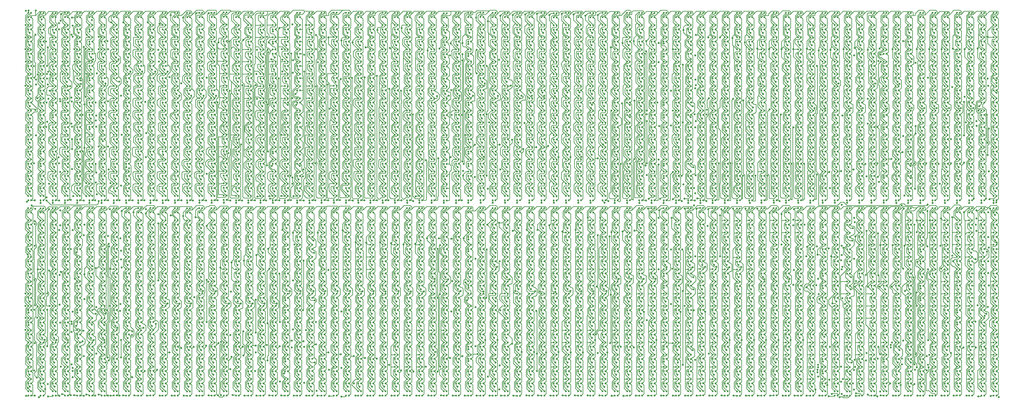
<source format=gtl>
%TF.GenerationSoftware,KiCad,Pcbnew,7.0.2*%
%TF.CreationDate,2023-12-28T23:35:23+05:30*%
%TF.ProjectId,matrixleddisplay,6d617472-6978-46c6-9564-646973706c61,rev?*%
%TF.SameCoordinates,Original*%
%TF.FileFunction,Copper,L1,Top*%
%TF.FilePolarity,Positive*%
%FSLAX46Y46*%
G04 Gerber Fmt 4.6, Leading zero omitted, Abs format (unit mm)*
G04 Created by KiCad (PCBNEW 7.0.2) date 2023-12-28 23:35:23*
%MOMM*%
%LPD*%
G01*
G04 APERTURE LIST*
G04 Aperture macros list*
%AMRoundRect*
0 Rectangle with rounded corners*
0 $1 Rounding radius*
0 $2 $3 $4 $5 $6 $7 $8 $9 X,Y pos of 4 corners*
0 Add a 4 corners polygon primitive as box body*
4,1,4,$2,$3,$4,$5,$6,$7,$8,$9,$2,$3,0*
0 Add four circle primitives for the rounded corners*
1,1,$1+$1,$2,$3*
1,1,$1+$1,$4,$5*
1,1,$1+$1,$6,$7*
1,1,$1+$1,$8,$9*
0 Add four rect primitives between the rounded corners*
20,1,$1+$1,$2,$3,$4,$5,0*
20,1,$1+$1,$4,$5,$6,$7,0*
20,1,$1+$1,$6,$7,$8,$9,0*
20,1,$1+$1,$8,$9,$2,$3,0*%
G04 Aperture macros list end*
%TA.AperFunction,SMDPad,CuDef*%
%ADD10RoundRect,0.164281X-0.185674X0.164281X-0.185674X-0.164281X0.185674X-0.164281X0.185674X0.164281X0*%
%TD*%
%TA.AperFunction,ViaPad*%
%ADD11C,0.800000*%
%TD*%
%TA.AperFunction,Conductor*%
%ADD12C,0.250000*%
%TD*%
%ADD13C,0.350000*%
G04 APERTURE END LIST*
D10*
%TO.P,D2178,1,COM+*%
%TO.N,/COM2*%
X422740000Y-71610000D03*
%TO.P,D2178,2,Red*%
%TO.N,/RED5-5*%
X423900000Y-71610000D03*
%TO.P,D2178,3,Green*%
%TO.N,/GREEN5-5*%
X423900000Y-69860000D03*
%TO.P,D2178,4,Blue*%
%TO.N,/BLUE5-5*%
X422730000Y-69850000D03*
%TD*%
%TO.P,D1130,1,COM+*%
%TO.N,/COM10*%
X257740000Y-111590000D03*
%TO.P,D1130,2,Red*%
%TO.N,/RED3-4*%
X258900000Y-111590000D03*
%TO.P,D1130,3,Green*%
%TO.N,/GREEN3-4*%
X258900000Y-109840000D03*
%TO.P,D1130,4,Blue*%
%TO.N,/BLUE3-4*%
X257730000Y-109830000D03*
%TD*%
%TO.P,D1999,1,COM+*%
%TO.N,/COM16*%
X392730000Y-141610000D03*
%TO.P,D1999,2,Red*%
%TO.N,/RED4-15*%
X393890000Y-141610000D03*
%TO.P,D1999,3,Green*%
%TO.N,/GREEN4-15*%
X393890000Y-139860000D03*
%TO.P,D1999,4,Blue*%
%TO.N,/BLUE4-15*%
X392720000Y-139850000D03*
%TD*%
%TO.P,D2354,1,COM+*%
%TO.N,/COM18*%
X447740000Y-151661140D03*
%TO.P,D2354,2,Red*%
%TO.N,/R5-10*%
X448900000Y-151661140D03*
%TO.P,D2354,3,Green*%
%TO.N,/G5-10*%
X448900000Y-149911140D03*
%TO.P,D2354,4,Blue*%
%TO.N,/B5-10*%
X447730000Y-149901140D03*
%TD*%
%TO.P,D2522,1,COM+*%
%TO.N,/COM26*%
X472740000Y-191610000D03*
%TO.P,D2522,2,Red*%
%TO.N,/R5-15*%
X473900000Y-191610000D03*
%TO.P,D2522,3,Green*%
%TO.N,/G5-15*%
X473900000Y-189860000D03*
%TO.P,D2522,4,Blue*%
%TO.N,/B5-15*%
X472730000Y-189850000D03*
%TD*%
%TO.P,D840,1,COM+*%
%TO.N,/COM7*%
X212740000Y-96600000D03*
%TO.P,D840,2,Red*%
%TO.N,/RED2-11*%
X213900000Y-96600000D03*
%TO.P,D840,3,Green*%
%TO.N,/GREEN2-11*%
X213900000Y-94850000D03*
%TO.P,D840,4,Blue*%
%TO.N,/BLUE2-11*%
X212730000Y-94840000D03*
%TD*%
%TO.P,D2554,1,COM+*%
%TO.N,/COM26*%
X477740000Y-191600000D03*
%TO.P,D2554,2,Red*%
%TO.N,/R5-16*%
X478900000Y-191600000D03*
%TO.P,D2554,3,Green*%
%TO.N,/G5-16*%
X478900000Y-189850000D03*
%TO.P,D2554,4,Blue*%
%TO.N,/B5-16*%
X477730000Y-189840000D03*
%TD*%
%TO.P,D834,1,COM+*%
%TO.N,/COM2*%
X212750000Y-71610000D03*
%TO.P,D834,2,Red*%
%TO.N,/RED2-11*%
X213910000Y-71610000D03*
%TO.P,D834,3,Green*%
%TO.N,/GREEN2-11*%
X213910000Y-69860000D03*
%TO.P,D834,4,Blue*%
%TO.N,/BLUE2-11*%
X212740000Y-69850000D03*
%TD*%
%TO.P,D1827,1,COM+*%
%TO.N,/COM4*%
X367730000Y-81600000D03*
%TO.P,D1827,2,Red*%
%TO.N,/RED4-10*%
X368890000Y-81600000D03*
%TO.P,D1827,3,Green*%
%TO.N,/GREEN4-10*%
X368890000Y-79850000D03*
%TO.P,D1827,4,Blue*%
%TO.N,/BLUE4-10*%
X367720000Y-79840000D03*
%TD*%
%TO.P,D1059,1,COM+*%
%TO.N,/COM4*%
X247730000Y-81590000D03*
%TO.P,D1059,2,Red*%
%TO.N,/RED3-2*%
X248890000Y-81590000D03*
%TO.P,D1059,3,Green*%
%TO.N,/GREEN3-2*%
X248890000Y-79840000D03*
%TO.P,D1059,4,Blue*%
%TO.N,/BLUE3-2*%
X247720000Y-79830000D03*
%TD*%
%TO.P,D976,1,COM+*%
%TO.N,/COM15*%
X232740000Y-136600000D03*
%TO.P,D976,2,Red*%
%TO.N,/RED2-15*%
X233900000Y-136600000D03*
%TO.P,D976,3,Green*%
%TO.N,/GREEN2-15*%
X233900000Y-134850000D03*
%TO.P,D976,4,Blue*%
%TO.N,/BLUE2-15*%
X232730000Y-134840000D03*
%TD*%
%TO.P,D1240,1,COM+*%
%TO.N,/COM23*%
X272740000Y-176600000D03*
%TO.P,D1240,2,Red*%
%TO.N,/R3-7*%
X273900000Y-176600000D03*
%TO.P,D1240,3,Green*%
%TO.N,/G3-7*%
X273900000Y-174850000D03*
%TO.P,D1240,4,Blue*%
%TO.N,/B3-7*%
X272730000Y-174840000D03*
%TD*%
%TO.P,D1306,1,COM+*%
%TO.N,/COM26*%
X282740000Y-191683008D03*
%TO.P,D1306,2,Red*%
%TO.N,/R3-9*%
X283900000Y-191683008D03*
%TO.P,D1306,3,Green*%
%TO.N,/G3-9*%
X283900000Y-189933008D03*
%TO.P,D1306,4,Blue*%
%TO.N,/B3-9*%
X282730000Y-189923008D03*
%TD*%
%TO.P,D452,1,COM+*%
%TO.N,/COM3*%
X152727500Y-76580000D03*
%TO.P,D452,2,Red*%
%TO.N,/RED1-15*%
X153887500Y-76580000D03*
%TO.P,D452,3,Green*%
%TO.N,/GREEN1-15*%
X153887500Y-74830000D03*
%TO.P,D452,4,Blue*%
%TO.N,/BLUE1-15*%
X152717500Y-74820000D03*
%TD*%
%TO.P,D442,1,COM+*%
%TO.N,/COM26*%
X147720000Y-191683140D03*
%TO.P,D442,2,Red*%
%TO.N,/R1-14*%
X148880000Y-191683140D03*
%TO.P,D442,3,Green*%
%TO.N,/G1-14*%
X148880000Y-189933140D03*
%TO.P,D442,4,Blue*%
%TO.N,/B1-14*%
X147710000Y-189923140D03*
%TD*%
%TO.P,D422,1,COM+*%
%TO.N,/COM6*%
X147740000Y-91610000D03*
%TO.P,D422,2,Red*%
%TO.N,/RED1-14*%
X148900000Y-91610000D03*
%TO.P,D422,3,Green*%
%TO.N,/GREEN1-14*%
X148900000Y-89860000D03*
%TO.P,D422,4,Blue*%
%TO.N,/BLUE1-14*%
X147730000Y-89850000D03*
%TD*%
%TO.P,D1561,1,COM+*%
%TO.N,/COM25*%
X322750000Y-186610000D03*
%TO.P,D1561,2,Red*%
%TO.N,/R4-1*%
X323910000Y-186610000D03*
%TO.P,D1561,3,Green*%
%TO.N,/G4-1*%
X323910000Y-184860000D03*
%TO.P,D1561,4,Blue*%
%TO.N,/B4-1*%
X322740000Y-184850000D03*
%TD*%
%TO.P,D852,1,COM+*%
%TO.N,/COM19*%
X212750000Y-156610000D03*
%TO.P,D852,2,Red*%
%TO.N,/R2-11*%
X213910000Y-156610000D03*
%TO.P,D852,3,Green*%
%TO.N,/G2-11*%
X213910000Y-154860000D03*
%TO.P,D852,4,Blue*%
%TO.N,/B2-11*%
X212740000Y-154850000D03*
%TD*%
%TO.P,D1468,1,COM+*%
%TO.N,/COM27*%
X307730000Y-196590000D03*
%TO.P,D1468,2,Red*%
%TO.N,/R3-14*%
X308890000Y-196590000D03*
%TO.P,D1468,3,Green*%
%TO.N,/G3-14*%
X308890000Y-194840000D03*
%TO.P,D1468,4,Blue*%
%TO.N,/B3-14*%
X307720000Y-194830000D03*
%TD*%
%TO.P,D1384,1,COM+*%
%TO.N,/COM7*%
X297720000Y-96709868D03*
%TO.P,D1384,2,Red*%
%TO.N,/RED3-12*%
X298880000Y-96709868D03*
%TO.P,D1384,3,Green*%
%TO.N,/GREEN3-12*%
X298880000Y-94959868D03*
%TO.P,D1384,4,Blue*%
%TO.N,/BLUE3-12*%
X297710000Y-94949868D03*
%TD*%
%TO.P,D1695,1,COM+*%
%TO.N,/COM32*%
X342740000Y-221594512D03*
%TO.P,D1695,2,Red*%
%TO.N,/R4-5*%
X343900000Y-221594512D03*
%TO.P,D1695,3,Green*%
%TO.N,/G4-5*%
X343900000Y-219844512D03*
%TO.P,D1695,4,Blue*%
%TO.N,/B4-5*%
X342730000Y-219834512D03*
%TD*%
%TO.P,D1271,1,COM+*%
%TO.N,/COM24*%
X277740000Y-181590000D03*
%TO.P,D1271,2,Red*%
%TO.N,/R3-8*%
X278900000Y-181590000D03*
%TO.P,D1271,3,Green*%
%TO.N,/G3-8*%
X278900000Y-179840000D03*
%TO.P,D1271,4,Blue*%
%TO.N,/B3-8*%
X277730000Y-179830000D03*
%TD*%
%TO.P,D123,1,COM+*%
%TO.N,/COM28*%
X97750000Y-201590000D03*
%TO.P,D123,2,Red*%
%TO.N,/R1-4*%
X98910000Y-201590000D03*
%TO.P,D123,3,Green*%
%TO.N,/G1-4*%
X98910000Y-199840000D03*
%TO.P,D123,4,Blue*%
%TO.N,/B1-4*%
X97740000Y-199830000D03*
%TD*%
%TO.P,D1311,1,COM+*%
%TO.N,/COM32*%
X282740000Y-221683008D03*
%TO.P,D1311,2,Red*%
%TO.N,/R3-9*%
X283900000Y-221683008D03*
%TO.P,D1311,3,Green*%
%TO.N,/G3-9*%
X283900000Y-219933008D03*
%TO.P,D1311,4,Blue*%
%TO.N,/B3-9*%
X282730000Y-219923008D03*
%TD*%
%TO.P,D1259,1,COM+*%
%TO.N,/COM12*%
X277740000Y-121590000D03*
%TO.P,D1259,2,Red*%
%TO.N,/RED3-8*%
X278900000Y-121590000D03*
%TO.P,D1259,3,Green*%
%TO.N,/GREEN3-8*%
X278900000Y-119840000D03*
%TO.P,D1259,4,Blue*%
%TO.N,/BLUE3-8*%
X277730000Y-119830000D03*
%TD*%
%TO.P,D2392,1,COM+*%
%TO.N,/COM23*%
X452740000Y-176610000D03*
%TO.P,D2392,2,Red*%
%TO.N,/R5-11*%
X453900000Y-176610000D03*
%TO.P,D2392,3,Green*%
%TO.N,/G5-11*%
X453900000Y-174860000D03*
%TO.P,D2392,4,Blue*%
%TO.N,/B5-11*%
X452730000Y-174850000D03*
%TD*%
%TO.P,D598,1,COM+*%
%TO.N,/COM22*%
X172740000Y-171610000D03*
%TO.P,D598,2,Red*%
%TO.N,/R2-3*%
X173900000Y-171610000D03*
%TO.P,D598,3,Green*%
%TO.N,/G2-3*%
X173900000Y-169860000D03*
%TO.P,D598,4,Blue*%
%TO.N,/B2-3*%
X172730000Y-169850000D03*
%TD*%
%TO.P,D506,1,COM+*%
%TO.N,/COM26*%
X157740000Y-191590000D03*
%TO.P,D506,2,Red*%
%TO.N,/R1-16*%
X158900000Y-191590000D03*
%TO.P,D506,3,Green*%
%TO.N,/G1-16*%
X158900000Y-189840000D03*
%TO.P,D506,4,Blue*%
%TO.N,/B1-16*%
X157730000Y-189830000D03*
%TD*%
%TO.P,D1802,1,COM+*%
%TO.N,/COM10*%
X362740000Y-111590000D03*
%TO.P,D1802,2,Red*%
%TO.N,/RED4-9*%
X363900000Y-111590000D03*
%TO.P,D1802,3,Green*%
%TO.N,/GREEN4-9*%
X363900000Y-109840000D03*
%TO.P,D1802,4,Blue*%
%TO.N,/BLUE4-9*%
X362730000Y-109830000D03*
%TD*%
%TO.P,D1643,1,COM+*%
%TO.N,/COM12*%
X337797500Y-121610000D03*
%TO.P,D1643,2,Red*%
%TO.N,/RED4-4*%
X338957500Y-121610000D03*
%TO.P,D1643,3,Green*%
%TO.N,/GREEN4-4*%
X338957500Y-119860000D03*
%TO.P,D1643,4,Blue*%
%TO.N,/BLUE4-4*%
X337787500Y-119850000D03*
%TD*%
%TO.P,D1467,1,COM+*%
%TO.N,/COM28*%
X307760000Y-201580000D03*
%TO.P,D1467,2,Red*%
%TO.N,/R3-14*%
X308920000Y-201580000D03*
%TO.P,D1467,3,Green*%
%TO.N,/G3-14*%
X308920000Y-199830000D03*
%TO.P,D1467,4,Blue*%
%TO.N,/B3-14*%
X307750000Y-199820000D03*
%TD*%
%TO.P,D1534,1,COM+*%
%TO.N,/COM30*%
X317740000Y-211600000D03*
%TO.P,D1534,2,Red*%
%TO.N,/R3-16*%
X318900000Y-211600000D03*
%TO.P,D1534,3,Green*%
%TO.N,/G3-16*%
X318900000Y-209850000D03*
%TO.P,D1534,4,Blue*%
%TO.N,/B3-16*%
X317730000Y-209840000D03*
%TD*%
%TO.P,D296,1,COM+*%
%TO.N,/COM7*%
X127730000Y-96580000D03*
%TO.P,D296,2,Red*%
%TO.N,/RED1-10*%
X128890000Y-96580000D03*
%TO.P,D296,3,Green*%
%TO.N,/GREEN1-10*%
X128890000Y-94830000D03*
%TO.P,D296,4,Blue*%
%TO.N,/BLUE1-10*%
X127720000Y-94820000D03*
%TD*%
%TO.P,D979,1,COM+*%
%TO.N,/COM20*%
X232750000Y-161590000D03*
%TO.P,D979,2,Red*%
%TO.N,/R2-15*%
X233910000Y-161590000D03*
%TO.P,D979,3,Green*%
%TO.N,/G2-15*%
X233910000Y-159840000D03*
%TO.P,D979,4,Blue*%
%TO.N,/B2-15*%
X232740000Y-159830000D03*
%TD*%
%TO.P,D1446,1,COM+*%
%TO.N,/COM6*%
X307740000Y-91600000D03*
%TO.P,D1446,2,Red*%
%TO.N,/RED3-14*%
X308900000Y-91600000D03*
%TO.P,D1446,3,Green*%
%TO.N,/GREEN3-14*%
X308900000Y-89850000D03*
%TO.P,D1446,4,Blue*%
%TO.N,/BLUE3-14*%
X307730000Y-89840000D03*
%TD*%
%TO.P,D125,1,COM+*%
%TO.N,/COM29*%
X97720000Y-206600000D03*
%TO.P,D125,2,Red*%
%TO.N,/R1-4*%
X98880000Y-206600000D03*
%TO.P,D125,3,Green*%
%TO.N,/G1-4*%
X98880000Y-204850000D03*
%TO.P,D125,4,Blue*%
%TO.N,/B1-4*%
X97710000Y-204840000D03*
%TD*%
%TO.P,D2371,1,COM+*%
%TO.N,/COM4*%
X452730000Y-81600000D03*
%TO.P,D2371,2,Red*%
%TO.N,/RED5-11*%
X453890000Y-81600000D03*
%TO.P,D2371,3,Green*%
%TO.N,/GREEN5-11*%
X453890000Y-79850000D03*
%TO.P,D2371,4,Blue*%
%TO.N,/BLUE5-11*%
X452720000Y-79840000D03*
%TD*%
%TO.P,D816,1,COM+*%
%TO.N,/COM15*%
X207750000Y-136498364D03*
%TO.P,D816,2,Red*%
%TO.N,/RED2-10*%
X208910000Y-136498364D03*
%TO.P,D816,3,Green*%
%TO.N,/GREEN2-10*%
X208910000Y-134748364D03*
%TO.P,D816,4,Blue*%
%TO.N,/BLUE2-10*%
X207740000Y-134738364D03*
%TD*%
%TO.P,D190,1,COM+*%
%TO.N,/COM30*%
X107740000Y-211590000D03*
%TO.P,D190,2,Red*%
%TO.N,/R1-6*%
X108900000Y-211590000D03*
%TO.P,D190,3,Green*%
%TO.N,/G1-6*%
X108900000Y-209840000D03*
%TO.P,D190,4,Blue*%
%TO.N,/B1-6*%
X107730000Y-209830000D03*
%TD*%
%TO.P,D1934,1,COM+*%
%TO.N,/COM14*%
X382740000Y-131600000D03*
%TO.P,D1934,2,Red*%
%TO.N,/RED4-13*%
X383900000Y-131600000D03*
%TO.P,D1934,3,Green*%
%TO.N,/GREEN4-13*%
X383900000Y-129850000D03*
%TO.P,D1934,4,Blue*%
%TO.N,/BLUE4-13*%
X382730000Y-129840000D03*
%TD*%
%TO.P,D1301,1,COM+*%
%TO.N,/COM21*%
X282730000Y-166673008D03*
%TO.P,D1301,2,Red*%
%TO.N,/R3-9*%
X283890000Y-166673008D03*
%TO.P,D1301,3,Green*%
%TO.N,/G3-9*%
X283890000Y-164923008D03*
%TO.P,D1301,4,Blue*%
%TO.N,/B3-9*%
X282720000Y-164913008D03*
%TD*%
%TO.P,D2035,1,COM+*%
%TO.N,/COM20*%
X397750000Y-161600000D03*
%TO.P,D2035,2,Red*%
%TO.N,/R4-16*%
X398910000Y-161600000D03*
%TO.P,D2035,3,Green*%
%TO.N,/G4-16*%
X398910000Y-159850000D03*
%TO.P,D2035,4,Blue*%
%TO.N,/B4-16*%
X397740000Y-159840000D03*
%TD*%
%TO.P,D1349,1,COM+*%
%TO.N,/COM5*%
X292750000Y-86590000D03*
%TO.P,D1349,2,Red*%
%TO.N,/RED3-11*%
X293910000Y-86590000D03*
%TO.P,D1349,3,Green*%
%TO.N,/GREEN3-11*%
X293910000Y-84840000D03*
%TO.P,D1349,4,Blue*%
%TO.N,/BLUE3-11*%
X292740000Y-84830000D03*
%TD*%
%TO.P,D1745,1,COM+*%
%TO.N,/COM17*%
X352730000Y-146600000D03*
%TO.P,D1745,2,Red*%
%TO.N,/R4-7*%
X353890000Y-146600000D03*
%TO.P,D1745,3,Green*%
%TO.N,/G4-7*%
X353890000Y-144850000D03*
%TO.P,D1745,4,Blue*%
%TO.N,/B4-7*%
X352720000Y-144840000D03*
%TD*%
%TO.P,D768,1,COM+*%
%TO.N,/COM31*%
X197740000Y-216590000D03*
%TO.P,D768,2,Red*%
%TO.N,/R2-8*%
X198900000Y-216590000D03*
%TO.P,D768,3,Green*%
%TO.N,/G2-8*%
X198900000Y-214840000D03*
%TO.P,D768,4,Blue*%
%TO.N,/B2-8*%
X197730000Y-214830000D03*
%TD*%
%TO.P,D785,1,COM+*%
%TO.N,/COM17*%
X202730000Y-146590000D03*
%TO.P,D785,2,Red*%
%TO.N,/R2-9*%
X203890000Y-146590000D03*
%TO.P,D785,3,Green*%
%TO.N,/G2-9*%
X203890000Y-144840000D03*
%TO.P,D785,4,Blue*%
%TO.N,/B2-9*%
X202720000Y-144830000D03*
%TD*%
%TO.P,D1129,1,COM+*%
%TO.N,/COM9*%
X257740000Y-106600000D03*
%TO.P,D1129,2,Red*%
%TO.N,/RED3-4*%
X258900000Y-106600000D03*
%TO.P,D1129,3,Green*%
%TO.N,/GREEN3-4*%
X258900000Y-104850000D03*
%TO.P,D1129,4,Blue*%
%TO.N,/BLUE3-4*%
X257730000Y-104840000D03*
%TD*%
%TO.P,D1291,1,COM+*%
%TO.N,/COM12*%
X282740000Y-121600000D03*
%TO.P,D1291,2,Red*%
%TO.N,/RED3-9*%
X283900000Y-121600000D03*
%TO.P,D1291,3,Green*%
%TO.N,/GREEN3-9*%
X283900000Y-119850000D03*
%TO.P,D1291,4,Blue*%
%TO.N,/BLUE3-9*%
X282730000Y-119840000D03*
%TD*%
%TO.P,D1265,1,COM+*%
%TO.N,/COM17*%
X277730000Y-146590000D03*
%TO.P,D1265,2,Red*%
%TO.N,/R3-8*%
X278890000Y-146590000D03*
%TO.P,D1265,3,Green*%
%TO.N,/G3-8*%
X278890000Y-144840000D03*
%TO.P,D1265,4,Blue*%
%TO.N,/B3-8*%
X277720000Y-144830000D03*
%TD*%
%TO.P,D1030,1,COM+*%
%TO.N,/COM6*%
X242740000Y-91600000D03*
%TO.P,D1030,2,Red*%
%TO.N,/RED3-1*%
X243900000Y-91600000D03*
%TO.P,D1030,3,Green*%
%TO.N,/GREEN3-1*%
X243900000Y-89850000D03*
%TO.P,D1030,4,Blue*%
%TO.N,/BLUE3-1*%
X242730000Y-89840000D03*
%TD*%
%TO.P,D974,1,COM+*%
%TO.N,/COM14*%
X232740000Y-131590000D03*
%TO.P,D974,2,Red*%
%TO.N,/RED2-15*%
X233900000Y-131590000D03*
%TO.P,D974,3,Green*%
%TO.N,/GREEN2-15*%
X233900000Y-129840000D03*
%TO.P,D974,4,Blue*%
%TO.N,/BLUE2-15*%
X232730000Y-129830000D03*
%TD*%
%TO.P,D1921,1,COM+*%
%TO.N,/COM1*%
X382740000Y-66600000D03*
%TO.P,D1921,2,Red*%
%TO.N,/RED4-13*%
X383900000Y-66600000D03*
%TO.P,D1921,3,Green*%
%TO.N,/GREEN4-13*%
X383900000Y-64850000D03*
%TO.P,D1921,4,Blue*%
%TO.N,/BLUE4-13*%
X382730000Y-64840000D03*
%TD*%
%TO.P,D474,1,COM+*%
%TO.N,/COM26*%
X152747500Y-191590000D03*
%TO.P,D474,2,Red*%
%TO.N,/R1-15*%
X153907500Y-191590000D03*
%TO.P,D474,3,Green*%
%TO.N,/G1-15*%
X153907500Y-189840000D03*
%TO.P,D474,4,Blue*%
%TO.N,/B1-15*%
X152737500Y-189830000D03*
%TD*%
%TO.P,D2330,1,COM+*%
%TO.N,/COM26*%
X442740000Y-191610000D03*
%TO.P,D2330,2,Red*%
%TO.N,/R5-9*%
X443900000Y-191610000D03*
%TO.P,D2330,3,Green*%
%TO.N,/G5-9*%
X443900000Y-189860000D03*
%TO.P,D2330,4,Blue*%
%TO.N,/B5-9*%
X442730000Y-189850000D03*
%TD*%
%TO.P,D2317,1,COM+*%
%TO.N,/COM13*%
X442740000Y-126600000D03*
%TO.P,D2317,2,Red*%
%TO.N,/RED5-9*%
X443900000Y-126600000D03*
%TO.P,D2317,3,Green*%
%TO.N,/GREEN5-9*%
X443900000Y-124850000D03*
%TO.P,D2317,4,Blue*%
%TO.N,/BLUE5-9*%
X442730000Y-124840000D03*
%TD*%
%TO.P,D2200,1,COM+*%
%TO.N,/COM23*%
X422740000Y-176610000D03*
%TO.P,D2200,2,Red*%
%TO.N,/R5-5*%
X423900000Y-176610000D03*
%TO.P,D2200,3,Green*%
%TO.N,/G5-5*%
X423900000Y-174860000D03*
%TO.P,D2200,4,Blue*%
%TO.N,/B5-5*%
X422730000Y-174850000D03*
%TD*%
%TO.P,D2447,1,COM+*%
%TO.N,/COM16*%
X462730000Y-141600000D03*
%TO.P,D2447,2,Red*%
%TO.N,/RED5-13*%
X463890000Y-141600000D03*
%TO.P,D2447,3,Green*%
%TO.N,/GREEN5-13*%
X463890000Y-139850000D03*
%TO.P,D2447,4,Blue*%
%TO.N,/BLUE5-13*%
X462720000Y-139840000D03*
%TD*%
%TO.P,D1632,1,COM+*%
%TO.N,/COM31*%
X332740000Y-216610000D03*
%TO.P,D1632,2,Red*%
%TO.N,/R4-3*%
X333900000Y-216610000D03*
%TO.P,D1632,3,Green*%
%TO.N,/G4-3*%
X333900000Y-214860000D03*
%TO.P,D1632,4,Blue*%
%TO.N,/B4-3*%
X332730000Y-214850000D03*
%TD*%
%TO.P,D223,1,COM+*%
%TO.N,/COM32*%
X112740000Y-221590000D03*
%TO.P,D223,2,Red*%
%TO.N,/R1-7*%
X113900000Y-221590000D03*
%TO.P,D223,3,Green*%
%TO.N,/G1-7*%
X113900000Y-219840000D03*
%TO.P,D223,4,Blue*%
%TO.N,/B1-7*%
X112730000Y-219830000D03*
%TD*%
%TO.P,D199,1,COM+*%
%TO.N,/COM8*%
X112730000Y-101580000D03*
%TO.P,D199,2,Red*%
%TO.N,/RED1-7*%
X113890000Y-101580000D03*
%TO.P,D199,3,Green*%
%TO.N,/GREEN1-7*%
X113890000Y-99830000D03*
%TO.P,D199,4,Blue*%
%TO.N,/BLUE1-7*%
X112720000Y-99820000D03*
%TD*%
%TO.P,D2510,1,COM+*%
%TO.N,/COM14*%
X472740000Y-131600000D03*
%TO.P,D2510,2,Red*%
%TO.N,/RED5-15*%
X473900000Y-131600000D03*
%TO.P,D2510,3,Green*%
%TO.N,/GREEN5-15*%
X473900000Y-129850000D03*
%TO.P,D2510,4,Blue*%
%TO.N,/BLUE5-15*%
X472730000Y-129840000D03*
%TD*%
%TO.P,D1562,1,COM+*%
%TO.N,/COM26*%
X322740000Y-191610000D03*
%TO.P,D1562,2,Red*%
%TO.N,/R4-1*%
X323900000Y-191610000D03*
%TO.P,D1562,3,Green*%
%TO.N,/G4-1*%
X323900000Y-189860000D03*
%TO.P,D1562,4,Blue*%
%TO.N,/B4-1*%
X322730000Y-189850000D03*
%TD*%
%TO.P,D455,1,COM+*%
%TO.N,/COM8*%
X152737500Y-101580000D03*
%TO.P,D455,2,Red*%
%TO.N,/RED1-15*%
X153897500Y-101580000D03*
%TO.P,D455,3,Green*%
%TO.N,/GREEN1-15*%
X153897500Y-99830000D03*
%TO.P,D455,4,Blue*%
%TO.N,/BLUE1-15*%
X152727500Y-99820000D03*
%TD*%
%TO.P,D2512,1,COM+*%
%TO.N,/COM15*%
X472740000Y-136610000D03*
%TO.P,D2512,2,Red*%
%TO.N,/RED5-15*%
X473900000Y-136610000D03*
%TO.P,D2512,3,Green*%
%TO.N,/GREEN5-15*%
X473900000Y-134860000D03*
%TO.P,D2512,4,Blue*%
%TO.N,/BLUE5-15*%
X472730000Y-134850000D03*
%TD*%
%TO.P,D1733,1,COM+*%
%TO.N,/COM5*%
X352750000Y-86600000D03*
%TO.P,D1733,2,Red*%
%TO.N,/RED4-7*%
X353910000Y-86600000D03*
%TO.P,D1733,3,Green*%
%TO.N,/GREEN4-7*%
X353910000Y-84850000D03*
%TO.P,D1733,4,Blue*%
%TO.N,/BLUE4-7*%
X352740000Y-84840000D03*
%TD*%
%TO.P,D898,1,COM+*%
%TO.N,/COM2*%
X222740000Y-71610000D03*
%TO.P,D898,2,Red*%
%TO.N,/RED2-13*%
X223900000Y-71610000D03*
%TO.P,D898,3,Green*%
%TO.N,/GREEN2-13*%
X223900000Y-69860000D03*
%TO.P,D898,4,Blue*%
%TO.N,/BLUE2-13*%
X222730000Y-69850000D03*
%TD*%
%TO.P,D996,1,COM+*%
%TO.N,/COM3*%
X237720000Y-76600000D03*
%TO.P,D996,2,Red*%
%TO.N,/RED2-16*%
X238880000Y-76600000D03*
%TO.P,D996,3,Green*%
%TO.N,/GREEN2-16*%
X238880000Y-74850000D03*
%TO.P,D996,4,Blue*%
%TO.N,/BLUE2-16*%
X237710000Y-74840000D03*
%TD*%
%TO.P,D330,1,COM+*%
%TO.N,/COM10*%
X132740000Y-111590000D03*
%TO.P,D330,2,Red*%
%TO.N,/RED1-11*%
X133900000Y-111590000D03*
%TO.P,D330,3,Green*%
%TO.N,/GREEN1-11*%
X133900000Y-109840000D03*
%TO.P,D330,4,Blue*%
%TO.N,/BLUE1-11*%
X132730000Y-109830000D03*
%TD*%
%TO.P,D874,1,COM+*%
%TO.N,/COM10*%
X217740000Y-111590000D03*
%TO.P,D874,2,Red*%
%TO.N,/RED2-12*%
X218900000Y-111590000D03*
%TO.P,D874,3,Green*%
%TO.N,/GREEN2-12*%
X218900000Y-109840000D03*
%TO.P,D874,4,Blue*%
%TO.N,/BLUE2-12*%
X217730000Y-109830000D03*
%TD*%
%TO.P,D1652,1,COM+*%
%TO.N,/COM19*%
X337797500Y-156620000D03*
%TO.P,D1652,2,Red*%
%TO.N,/R4-4*%
X338957500Y-156620000D03*
%TO.P,D1652,3,Green*%
%TO.N,/G4-4*%
X338957500Y-154870000D03*
%TO.P,D1652,4,Blue*%
%TO.N,/B4-4*%
X337787500Y-154860000D03*
%TD*%
%TO.P,D695,1,COM+*%
%TO.N,/COM24*%
X187740000Y-181590000D03*
%TO.P,D695,2,Red*%
%TO.N,/R2-6*%
X188900000Y-181590000D03*
%TO.P,D695,3,Green*%
%TO.N,/G2-6*%
X188900000Y-179840000D03*
%TO.P,D695,4,Blue*%
%TO.N,/B2-6*%
X187730000Y-179830000D03*
%TD*%
%TO.P,D1709,1,COM+*%
%TO.N,/COM13*%
X347740000Y-126600000D03*
%TO.P,D1709,2,Red*%
%TO.N,/RED4-6*%
X348900000Y-126600000D03*
%TO.P,D1709,3,Green*%
%TO.N,/GREEN4-6*%
X348900000Y-124850000D03*
%TO.P,D1709,4,Blue*%
%TO.N,/BLUE4-6*%
X347730000Y-124840000D03*
%TD*%
%TO.P,D375,1,COM+*%
%TO.N,/COM24*%
X137740000Y-181580000D03*
%TO.P,D375,2,Red*%
%TO.N,/R1-12*%
X138900000Y-181580000D03*
%TO.P,D375,3,Green*%
%TO.N,/G1-12*%
X138900000Y-179830000D03*
%TO.P,D375,4,Blue*%
%TO.N,/B1-12*%
X137730000Y-179820000D03*
%TD*%
%TO.P,D2255,1,COM+*%
%TO.N,/COM16*%
X432730000Y-141610000D03*
%TO.P,D2255,2,Red*%
%TO.N,/RED5-7*%
X433890000Y-141610000D03*
%TO.P,D2255,3,Green*%
%TO.N,/GREEN5-7*%
X433890000Y-139860000D03*
%TO.P,D2255,4,Blue*%
%TO.N,/BLUE5-7*%
X432720000Y-139850000D03*
%TD*%
%TO.P,D607,1,COM+*%
%TO.N,/COM32*%
X172740000Y-221610000D03*
%TO.P,D607,2,Red*%
%TO.N,/R2-3*%
X173900000Y-221610000D03*
%TO.P,D607,3,Green*%
%TO.N,/G2-3*%
X173900000Y-219860000D03*
%TO.P,D607,4,Blue*%
%TO.N,/B2-3*%
X172730000Y-219850000D03*
%TD*%
%TO.P,D2106,1,COM+*%
%TO.N,/COM26*%
X407740000Y-191610000D03*
%TO.P,D2106,2,Red*%
%TO.N,/R5-2*%
X408900000Y-191610000D03*
%TO.P,D2106,3,Green*%
%TO.N,/G5-2*%
X408900000Y-189860000D03*
%TO.P,D2106,4,Blue*%
%TO.N,/B5-2*%
X407730000Y-189850000D03*
%TD*%
%TO.P,D2112,1,COM+*%
%TO.N,/COM31*%
X407740000Y-216610000D03*
%TO.P,D2112,2,Red*%
%TO.N,/R5-2*%
X408900000Y-216610000D03*
%TO.P,D2112,3,Green*%
%TO.N,/G5-2*%
X408900000Y-214860000D03*
%TO.P,D2112,4,Blue*%
%TO.N,/B5-2*%
X407730000Y-214850000D03*
%TD*%
%TO.P,D1431,1,COM+*%
%TO.N,/COM24*%
X302730000Y-181600000D03*
%TO.P,D1431,2,Red*%
%TO.N,/R3-13*%
X303890000Y-181600000D03*
%TO.P,D1431,3,Green*%
%TO.N,/G3-13*%
X303890000Y-179850000D03*
%TO.P,D1431,4,Blue*%
%TO.N,/B3-13*%
X302720000Y-179840000D03*
%TD*%
%TO.P,D1152,1,COM+*%
%TO.N,/COM31*%
X257740000Y-216600000D03*
%TO.P,D1152,2,Red*%
%TO.N,/R3-4*%
X258900000Y-216600000D03*
%TO.P,D1152,3,Green*%
%TO.N,/G3-4*%
X258900000Y-214850000D03*
%TO.P,D1152,4,Blue*%
%TO.N,/B3-4*%
X257730000Y-214840000D03*
%TD*%
%TO.P,D1067,1,COM+*%
%TO.N,/COM12*%
X247740000Y-121590000D03*
%TO.P,D1067,2,Red*%
%TO.N,/RED3-2*%
X248900000Y-121590000D03*
%TO.P,D1067,3,Green*%
%TO.N,/GREEN3-2*%
X248900000Y-119840000D03*
%TO.P,D1067,4,Blue*%
%TO.N,/BLUE3-2*%
X247730000Y-119830000D03*
%TD*%
%TO.P,D966,1,COM+*%
%TO.N,/COM6*%
X232740000Y-91600000D03*
%TO.P,D966,2,Red*%
%TO.N,/RED2-15*%
X233900000Y-91600000D03*
%TO.P,D966,3,Green*%
%TO.N,/GREEN2-15*%
X233900000Y-89850000D03*
%TO.P,D966,4,Blue*%
%TO.N,/BLUE2-15*%
X232730000Y-89840000D03*
%TD*%
%TO.P,D189,1,COM+*%
%TO.N,/COM29*%
X107730000Y-206590000D03*
%TO.P,D189,2,Red*%
%TO.N,/R1-6*%
X108890000Y-206590000D03*
%TO.P,D189,3,Green*%
%TO.N,/G1-6*%
X108890000Y-204840000D03*
%TO.P,D189,4,Blue*%
%TO.N,/B1-6*%
X107720000Y-204830000D03*
%TD*%
%TO.P,D1409,1,COM+*%
%TO.N,/COM1*%
X302730000Y-66600000D03*
%TO.P,D1409,2,Red*%
%TO.N,/RED3-13*%
X303890000Y-66600000D03*
%TO.P,D1409,3,Green*%
%TO.N,/GREEN3-13*%
X303890000Y-64850000D03*
%TO.P,D1409,4,Blue*%
%TO.N,/BLUE3-13*%
X302720000Y-64840000D03*
%TD*%
%TO.P,D1443,1,COM+*%
%TO.N,/COM4*%
X307730000Y-81590000D03*
%TO.P,D1443,2,Red*%
%TO.N,/RED3-14*%
X308890000Y-81590000D03*
%TO.P,D1443,3,Green*%
%TO.N,/GREEN3-14*%
X308890000Y-79840000D03*
%TO.P,D1443,4,Blue*%
%TO.N,/BLUE3-14*%
X307720000Y-79830000D03*
%TD*%
%TO.P,D466,1,COM+*%
%TO.N,/COM18*%
X152747500Y-151590000D03*
%TO.P,D466,2,Red*%
%TO.N,/R1-15*%
X153907500Y-151590000D03*
%TO.P,D466,3,Green*%
%TO.N,/G1-15*%
X153907500Y-149840000D03*
%TO.P,D466,4,Blue*%
%TO.N,/B1-15*%
X152737500Y-149830000D03*
%TD*%
%TO.P,D2164,1,COM+*%
%TO.N,/COM19*%
X417760000Y-156673140D03*
%TO.P,D2164,2,Red*%
%TO.N,/R5-4*%
X418920000Y-156673140D03*
%TO.P,D2164,3,Green*%
%TO.N,/G5-4*%
X418920000Y-154923140D03*
%TO.P,D2164,4,Blue*%
%TO.N,/B5-4*%
X417750000Y-154913140D03*
%TD*%
%TO.P,D1630,1,COM+*%
%TO.N,/COM30*%
X332740000Y-211600000D03*
%TO.P,D1630,2,Red*%
%TO.N,/R4-3*%
X333900000Y-211600000D03*
%TO.P,D1630,3,Green*%
%TO.N,/G4-3*%
X333900000Y-209850000D03*
%TO.P,D1630,4,Blue*%
%TO.N,/B4-3*%
X332730000Y-209840000D03*
%TD*%
%TO.P,D437,1,COM+*%
%TO.N,/COM21*%
X147710000Y-166673140D03*
%TO.P,D437,2,Red*%
%TO.N,/R1-14*%
X148870000Y-166673140D03*
%TO.P,D437,3,Green*%
%TO.N,/G1-14*%
X148870000Y-164923140D03*
%TO.P,D437,4,Blue*%
%TO.N,/B1-14*%
X147700000Y-164913140D03*
%TD*%
%TO.P,D2158,1,COM+*%
%TO.N,/COM14*%
X417740000Y-131600000D03*
%TO.P,D2158,2,Red*%
%TO.N,/RED5-4*%
X418900000Y-131600000D03*
%TO.P,D2158,3,Green*%
%TO.N,/GREEN5-4*%
X418900000Y-129850000D03*
%TO.P,D2158,4,Blue*%
%TO.N,/BLUE5-4*%
X417730000Y-129840000D03*
%TD*%
%TO.P,D1404,1,COM+*%
%TO.N,/COM27*%
X297730000Y-196590000D03*
%TO.P,D1404,2,Red*%
%TO.N,/R3-12*%
X298890000Y-196590000D03*
%TO.P,D1404,3,Green*%
%TO.N,/G3-12*%
X298890000Y-194840000D03*
%TO.P,D1404,4,Blue*%
%TO.N,/B3-12*%
X297720000Y-194830000D03*
%TD*%
%TO.P,D451,1,COM+*%
%TO.N,/COM4*%
X152737500Y-81580000D03*
%TO.P,D451,2,Red*%
%TO.N,/RED1-15*%
X153897500Y-81580000D03*
%TO.P,D451,3,Green*%
%TO.N,/GREEN1-15*%
X153897500Y-79830000D03*
%TO.P,D451,4,Blue*%
%TO.N,/BLUE1-15*%
X152727500Y-79820000D03*
%TD*%
%TO.P,D81,1,COM+*%
%TO.N,/COM17*%
X92767500Y-146630000D03*
%TO.P,D81,2,Red*%
%TO.N,/R1-3*%
X93927500Y-146630000D03*
%TO.P,D81,3,Green*%
%TO.N,/G1-3*%
X93927500Y-144880000D03*
%TO.P,D81,4,Blue*%
%TO.N,/B1-3*%
X92757500Y-144870000D03*
%TD*%
%TO.P,D1403,1,COM+*%
%TO.N,/COM28*%
X297760000Y-201580000D03*
%TO.P,D1403,2,Red*%
%TO.N,/R3-12*%
X298920000Y-201580000D03*
%TO.P,D1403,3,Green*%
%TO.N,/G3-12*%
X298920000Y-199830000D03*
%TO.P,D1403,4,Blue*%
%TO.N,/B3-12*%
X297750000Y-199820000D03*
%TD*%
%TO.P,D67,1,COM+*%
%TO.N,/COM4*%
X92767500Y-81630000D03*
%TO.P,D67,2,Red*%
%TO.N,/RED1-3*%
X93927500Y-81630000D03*
%TO.P,D67,3,Green*%
%TO.N,/GREEN1-3*%
X93927500Y-79880000D03*
%TO.P,D67,4,Blue*%
%TO.N,/BLUE1-3*%
X92757500Y-79870000D03*
%TD*%
%TO.P,D60,1,COM+*%
%TO.N,/COM27*%
X87730000Y-196633404D03*
%TO.P,D60,2,Red*%
%TO.N,/R1-2*%
X88890000Y-196633404D03*
%TO.P,D60,3,Green*%
%TO.N,/G1-2*%
X88890000Y-194883404D03*
%TO.P,D60,4,Blue*%
%TO.N,/B1-2*%
X87720000Y-194873404D03*
%TD*%
%TO.P,D2429,1,COM+*%
%TO.N,/COM29*%
X457730000Y-206600000D03*
%TO.P,D2429,2,Red*%
%TO.N,/R5-12*%
X458890000Y-206600000D03*
%TO.P,D2429,3,Green*%
%TO.N,/G5-12*%
X458890000Y-204850000D03*
%TO.P,D2429,4,Blue*%
%TO.N,/B5-12*%
X457720000Y-204840000D03*
%TD*%
%TO.P,D192,1,COM+*%
%TO.N,/COM31*%
X107740000Y-216600000D03*
%TO.P,D192,2,Red*%
%TO.N,/R1-6*%
X108900000Y-216600000D03*
%TO.P,D192,3,Green*%
%TO.N,/G1-6*%
X108900000Y-214850000D03*
%TO.P,D192,4,Blue*%
%TO.N,/B1-6*%
X107730000Y-214840000D03*
%TD*%
%TO.P,D1832,1,COM+*%
%TO.N,/COM7*%
X367730000Y-96600000D03*
%TO.P,D1832,2,Red*%
%TO.N,/RED4-10*%
X368890000Y-96600000D03*
%TO.P,D1832,3,Green*%
%TO.N,/GREEN4-10*%
X368890000Y-94850000D03*
%TO.P,D1832,4,Blue*%
%TO.N,/BLUE4-10*%
X367720000Y-94840000D03*
%TD*%
%TO.P,D1662,1,COM+*%
%TO.N,/COM30*%
X337797500Y-211610000D03*
%TO.P,D1662,2,Red*%
%TO.N,/R4-4*%
X338957500Y-211610000D03*
%TO.P,D1662,3,Green*%
%TO.N,/G4-4*%
X338957500Y-209860000D03*
%TO.P,D1662,4,Blue*%
%TO.N,/B4-4*%
X337787500Y-209850000D03*
%TD*%
%TO.P,D2303,1,COM+*%
%TO.N,/COM32*%
X437740000Y-221610000D03*
%TO.P,D2303,2,Red*%
%TO.N,/R5-8*%
X438900000Y-221610000D03*
%TO.P,D2303,3,Green*%
%TO.N,/G5-8*%
X438900000Y-219860000D03*
%TO.P,D2303,4,Blue*%
%TO.N,/B5-8*%
X437730000Y-219850000D03*
%TD*%
%TO.P,D1631,1,COM+*%
%TO.N,/COM32*%
X332740000Y-221610000D03*
%TO.P,D1631,2,Red*%
%TO.N,/R4-3*%
X333900000Y-221610000D03*
%TO.P,D1631,3,Green*%
%TO.N,/G4-3*%
X333900000Y-219860000D03*
%TO.P,D1631,4,Blue*%
%TO.N,/B4-3*%
X332730000Y-219850000D03*
%TD*%
%TO.P,D2361,1,COM+*%
%TO.N,/COM25*%
X447750000Y-186661140D03*
%TO.P,D2361,2,Red*%
%TO.N,/R5-10*%
X448910000Y-186661140D03*
%TO.P,D2361,3,Green*%
%TO.N,/G5-10*%
X448910000Y-184911140D03*
%TO.P,D2361,4,Blue*%
%TO.N,/B5-10*%
X447740000Y-184901140D03*
%TD*%
%TO.P,D789,1,COM+*%
%TO.N,/COM21*%
X202730000Y-166590000D03*
%TO.P,D789,2,Red*%
%TO.N,/R2-9*%
X203890000Y-166590000D03*
%TO.P,D789,3,Green*%
%TO.N,/G2-9*%
X203890000Y-164840000D03*
%TO.P,D789,4,Blue*%
%TO.N,/B2-9*%
X202720000Y-164830000D03*
%TD*%
%TO.P,D440,1,COM+*%
%TO.N,/COM23*%
X147720000Y-176683140D03*
%TO.P,D440,2,Red*%
%TO.N,/R1-14*%
X148880000Y-176683140D03*
%TO.P,D440,3,Green*%
%TO.N,/G1-14*%
X148880000Y-174933140D03*
%TO.P,D440,4,Blue*%
%TO.N,/B1-14*%
X147710000Y-174923140D03*
%TD*%
%TO.P,D954,1,COM+*%
%TO.N,/COM26*%
X227740000Y-191600000D03*
%TO.P,D954,2,Red*%
%TO.N,/R2-14*%
X228900000Y-191600000D03*
%TO.P,D954,3,Green*%
%TO.N,/G2-14*%
X228900000Y-189850000D03*
%TO.P,D954,4,Blue*%
%TO.N,/B2-14*%
X227730000Y-189840000D03*
%TD*%
%TO.P,D428,1,COM+*%
%TO.N,/COM11*%
X147740000Y-116600000D03*
%TO.P,D428,2,Red*%
%TO.N,/RED1-14*%
X148900000Y-116600000D03*
%TO.P,D428,3,Green*%
%TO.N,/GREEN1-14*%
X148900000Y-114850000D03*
%TO.P,D428,4,Blue*%
%TO.N,/BLUE1-14*%
X147730000Y-114840000D03*
%TD*%
%TO.P,D1228,1,COM+*%
%TO.N,/COM11*%
X272740000Y-116590000D03*
%TO.P,D1228,2,Red*%
%TO.N,/RED3-7*%
X273900000Y-116590000D03*
%TO.P,D1228,3,Green*%
%TO.N,/GREEN3-7*%
X273900000Y-114840000D03*
%TO.P,D1228,4,Blue*%
%TO.N,/BLUE3-7*%
X272730000Y-114830000D03*
%TD*%
%TO.P,D1339,1,COM+*%
%TO.N,/COM28*%
X287760000Y-201590000D03*
%TO.P,D1339,2,Red*%
%TO.N,/R3-10*%
X288920000Y-201590000D03*
%TO.P,D1339,3,Green*%
%TO.N,/G3-10*%
X288920000Y-199840000D03*
%TO.P,D1339,4,Blue*%
%TO.N,/B3-10*%
X287750000Y-199830000D03*
%TD*%
%TO.P,D355,1,COM+*%
%TO.N,/COM4*%
X137730000Y-81580000D03*
%TO.P,D355,2,Red*%
%TO.N,/RED1-12*%
X138890000Y-81580000D03*
%TO.P,D355,3,Green*%
%TO.N,/GREEN1-12*%
X138890000Y-79830000D03*
%TO.P,D355,4,Blue*%
%TO.N,/BLUE1-12*%
X137720000Y-79820000D03*
%TD*%
%TO.P,D1118,1,COM+*%
%TO.N,/COM30*%
X252740000Y-211590000D03*
%TO.P,D1118,2,Red*%
%TO.N,/R3-3*%
X253900000Y-211590000D03*
%TO.P,D1118,3,Green*%
%TO.N,/G3-3*%
X253900000Y-209840000D03*
%TO.P,D1118,4,Blue*%
%TO.N,/B3-3*%
X252730000Y-209830000D03*
%TD*%
%TO.P,D2107,1,COM+*%
%TO.N,/COM28*%
X407760000Y-201590000D03*
%TO.P,D2107,2,Red*%
%TO.N,/R5-2*%
X408920000Y-201590000D03*
%TO.P,D2107,3,Green*%
%TO.N,/G5-2*%
X408920000Y-199840000D03*
%TO.P,D2107,4,Blue*%
%TO.N,/B5-2*%
X407750000Y-199830000D03*
%TD*%
%TO.P,D1399,1,COM+*%
%TO.N,/COM24*%
X297740000Y-181590000D03*
%TO.P,D1399,2,Red*%
%TO.N,/R3-12*%
X298900000Y-181590000D03*
%TO.P,D1399,3,Green*%
%TO.N,/G3-12*%
X298900000Y-179840000D03*
%TO.P,D1399,4,Blue*%
%TO.N,/B3-12*%
X297730000Y-179830000D03*
%TD*%
%TO.P,D814,1,COM+*%
%TO.N,/COM14*%
X207750000Y-131488364D03*
%TO.P,D814,2,Red*%
%TO.N,/RED2-10*%
X208910000Y-131488364D03*
%TO.P,D814,3,Green*%
%TO.N,/GREEN2-10*%
X208910000Y-129738364D03*
%TO.P,D814,4,Blue*%
%TO.N,/BLUE2-10*%
X207740000Y-129728364D03*
%TD*%
%TO.P,D1740,1,COM+*%
%TO.N,/COM11*%
X352740000Y-116600000D03*
%TO.P,D1740,2,Red*%
%TO.N,/RED4-7*%
X353900000Y-116600000D03*
%TO.P,D1740,3,Green*%
%TO.N,/GREEN4-7*%
X353900000Y-114850000D03*
%TO.P,D1740,4,Blue*%
%TO.N,/BLUE4-7*%
X352730000Y-114840000D03*
%TD*%
%TO.P,D2496,1,COM+*%
%TO.N,/COM31*%
X467740000Y-216600000D03*
%TO.P,D2496,2,Red*%
%TO.N,/R5-14*%
X468900000Y-216600000D03*
%TO.P,D2496,3,Green*%
%TO.N,/G5-14*%
X468900000Y-214850000D03*
%TO.P,D2496,4,Blue*%
%TO.N,/B5-14*%
X467730000Y-214840000D03*
%TD*%
%TO.P,D2393,1,COM+*%
%TO.N,/COM25*%
X452750000Y-186610000D03*
%TO.P,D2393,2,Red*%
%TO.N,/R5-11*%
X453910000Y-186610000D03*
%TO.P,D2393,3,Green*%
%TO.N,/G5-11*%
X453910000Y-184860000D03*
%TO.P,D2393,4,Blue*%
%TO.N,/B5-11*%
X452740000Y-184850000D03*
%TD*%
%TO.P,D405,1,COM+*%
%TO.N,/COM21*%
X142730000Y-166590000D03*
%TO.P,D405,2,Red*%
%TO.N,/R1-13*%
X143890000Y-166590000D03*
%TO.P,D405,3,Green*%
%TO.N,/G1-13*%
X143890000Y-164840000D03*
%TO.P,D405,4,Blue*%
%TO.N,/B1-13*%
X142720000Y-164830000D03*
%TD*%
%TO.P,D2179,1,COM+*%
%TO.N,/COM4*%
X422730000Y-81600000D03*
%TO.P,D2179,2,Red*%
%TO.N,/RED5-5*%
X423890000Y-81600000D03*
%TO.P,D2179,3,Green*%
%TO.N,/GREEN5-5*%
X423890000Y-79850000D03*
%TO.P,D2179,4,Blue*%
%TO.N,/BLUE5-5*%
X422720000Y-79840000D03*
%TD*%
%TO.P,D269,1,COM+*%
%TO.N,/COM13*%
X122750000Y-126590000D03*
%TO.P,D269,2,Red*%
%TO.N,/RED1-9*%
X123910000Y-126590000D03*
%TO.P,D269,3,Green*%
%TO.N,/GREEN1-9*%
X123910000Y-124840000D03*
%TO.P,D269,4,Blue*%
%TO.N,/BLUE1-9*%
X122740000Y-124830000D03*
%TD*%
%TO.P,D433,1,COM+*%
%TO.N,/COM17*%
X147710000Y-146673140D03*
%TO.P,D433,2,Red*%
%TO.N,/R1-14*%
X148870000Y-146673140D03*
%TO.P,D433,3,Green*%
%TO.N,/G1-14*%
X148870000Y-144923140D03*
%TO.P,D433,4,Blue*%
%TO.N,/B1-14*%
X147700000Y-144913140D03*
%TD*%
%TO.P,D1142,1,COM+*%
%TO.N,/COM22*%
X257740000Y-171600000D03*
%TO.P,D1142,2,Red*%
%TO.N,/R3-4*%
X258900000Y-171600000D03*
%TO.P,D1142,3,Green*%
%TO.N,/G3-4*%
X258900000Y-169850000D03*
%TO.P,D1142,4,Blue*%
%TO.N,/B3-4*%
X257730000Y-169840000D03*
%TD*%
%TO.P,D694,1,COM+*%
%TO.N,/COM22*%
X187740000Y-171600000D03*
%TO.P,D694,2,Red*%
%TO.N,/R2-6*%
X188900000Y-171600000D03*
%TO.P,D694,3,Green*%
%TO.N,/G2-6*%
X188900000Y-169850000D03*
%TO.P,D694,4,Blue*%
%TO.N,/B2-6*%
X187730000Y-169840000D03*
%TD*%
%TO.P,D2030,1,COM+*%
%TO.N,/COM14*%
X397740000Y-131600000D03*
%TO.P,D2030,2,Red*%
%TO.N,/RED4-16*%
X398900000Y-131600000D03*
%TO.P,D2030,3,Green*%
%TO.N,/GREEN4-16*%
X398900000Y-129850000D03*
%TO.P,D2030,4,Blue*%
%TO.N,/BLUE4-16*%
X397730000Y-129840000D03*
%TD*%
%TO.P,D2006,1,COM+*%
%TO.N,/COM22*%
X392740000Y-171610000D03*
%TO.P,D2006,2,Red*%
%TO.N,/R4-15*%
X393900000Y-171610000D03*
%TO.P,D2006,3,Green*%
%TO.N,/G4-15*%
X393900000Y-169860000D03*
%TO.P,D2006,4,Blue*%
%TO.N,/B4-15*%
X392730000Y-169850000D03*
%TD*%
%TO.P,D2289,1,COM+*%
%TO.N,/COM17*%
X437730000Y-146600000D03*
%TO.P,D2289,2,Red*%
%TO.N,/R5-8*%
X438890000Y-146600000D03*
%TO.P,D2289,3,Green*%
%TO.N,/G5-8*%
X438890000Y-144850000D03*
%TO.P,D2289,4,Blue*%
%TO.N,/B5-8*%
X437720000Y-144840000D03*
%TD*%
%TO.P,D608,1,COM+*%
%TO.N,/COM31*%
X172740000Y-216610000D03*
%TO.P,D608,2,Red*%
%TO.N,/R2-3*%
X173900000Y-216610000D03*
%TO.P,D608,3,Green*%
%TO.N,/G2-3*%
X173900000Y-214860000D03*
%TO.P,D608,4,Blue*%
%TO.N,/B2-3*%
X172730000Y-214850000D03*
%TD*%
%TO.P,D1333,1,COM+*%
%TO.N,/COM21*%
X287730000Y-166600000D03*
%TO.P,D1333,2,Red*%
%TO.N,/R3-10*%
X288890000Y-166600000D03*
%TO.P,D1333,3,Green*%
%TO.N,/G3-10*%
X288890000Y-164850000D03*
%TO.P,D1333,4,Blue*%
%TO.N,/B3-10*%
X287720000Y-164840000D03*
%TD*%
%TO.P,D715,1,COM+*%
%TO.N,/COM12*%
X192770000Y-121584116D03*
%TO.P,D715,2,Red*%
%TO.N,/RED2-7*%
X193930000Y-121584116D03*
%TO.P,D715,3,Green*%
%TO.N,/GREEN2-7*%
X193930000Y-119834116D03*
%TO.P,D715,4,Blue*%
%TO.N,/BLUE2-7*%
X192760000Y-119824116D03*
%TD*%
%TO.P,D288,1,COM+*%
%TO.N,/COM31*%
X122750000Y-216600000D03*
%TO.P,D288,2,Red*%
%TO.N,/R1-9*%
X123910000Y-216600000D03*
%TO.P,D288,3,Green*%
%TO.N,/G1-9*%
X123910000Y-214850000D03*
%TO.P,D288,4,Blue*%
%TO.N,/B1-9*%
X122740000Y-214840000D03*
%TD*%
%TO.P,D616,1,COM+*%
%TO.N,/COM7*%
X177760000Y-96633984D03*
%TO.P,D616,2,Red*%
%TO.N,/RED2-4*%
X178920000Y-96633984D03*
%TO.P,D616,3,Green*%
%TO.N,/GREEN2-4*%
X178920000Y-94883984D03*
%TO.P,D616,4,Blue*%
%TO.N,/BLUE2-4*%
X177750000Y-94873984D03*
%TD*%
%TO.P,D201,1,COM+*%
%TO.N,/COM9*%
X112740000Y-106590000D03*
%TO.P,D201,2,Red*%
%TO.N,/RED1-7*%
X113900000Y-106590000D03*
%TO.P,D201,3,Green*%
%TO.N,/GREEN1-7*%
X113900000Y-104840000D03*
%TO.P,D201,4,Blue*%
%TO.N,/BLUE1-7*%
X112730000Y-104830000D03*
%TD*%
%TO.P,D657,1,COM+*%
%TO.N,/COM17*%
X182730000Y-146590000D03*
%TO.P,D657,2,Red*%
%TO.N,/R2-5*%
X183890000Y-146590000D03*
%TO.P,D657,3,Green*%
%TO.N,/G2-5*%
X183890000Y-144840000D03*
%TO.P,D657,4,Blue*%
%TO.N,/B2-5*%
X182720000Y-144830000D03*
%TD*%
%TO.P,D1109,1,COM+*%
%TO.N,/COM21*%
X252730000Y-166590000D03*
%TO.P,D1109,2,Red*%
%TO.N,/R3-3*%
X253890000Y-166590000D03*
%TO.P,D1109,3,Green*%
%TO.N,/G3-3*%
X253890000Y-164840000D03*
%TO.P,D1109,4,Blue*%
%TO.N,/B3-3*%
X252720000Y-164830000D03*
%TD*%
%TO.P,D1923,1,COM+*%
%TO.N,/COM4*%
X382730000Y-81600000D03*
%TO.P,D1923,2,Red*%
%TO.N,/RED4-13*%
X383890000Y-81600000D03*
%TO.P,D1923,3,Green*%
%TO.N,/GREEN4-13*%
X383890000Y-79850000D03*
%TO.P,D1923,4,Blue*%
%TO.N,/BLUE4-13*%
X382720000Y-79840000D03*
%TD*%
%TO.P,D915,1,COM+*%
%TO.N,/COM20*%
X222720000Y-161600264D03*
%TO.P,D915,2,Red*%
%TO.N,/R2-13*%
X223880000Y-161600264D03*
%TO.P,D915,3,Green*%
%TO.N,/G2-13*%
X223880000Y-159850264D03*
%TO.P,D915,4,Blue*%
%TO.N,/B2-13*%
X222710000Y-159840264D03*
%TD*%
%TO.P,D172,1,COM+*%
%TO.N,/COM11*%
X107740000Y-116590000D03*
%TO.P,D172,2,Red*%
%TO.N,/RED1-6*%
X108900000Y-116590000D03*
%TO.P,D172,3,Green*%
%TO.N,/GREEN1-6*%
X108900000Y-114840000D03*
%TO.P,D172,4,Blue*%
%TO.N,/BLUE1-6*%
X107730000Y-114830000D03*
%TD*%
%TO.P,D2352,1,COM+*%
%TO.N,/COM15*%
X447740000Y-136610000D03*
%TO.P,D2352,2,Red*%
%TO.N,/RED5-10*%
X448900000Y-136610000D03*
%TO.P,D2352,3,Green*%
%TO.N,/GREEN5-10*%
X448900000Y-134860000D03*
%TO.P,D2352,4,Blue*%
%TO.N,/BLUE5-10*%
X447730000Y-134850000D03*
%TD*%
%TO.P,D1454,1,COM+*%
%TO.N,/COM14*%
X307740000Y-131590000D03*
%TO.P,D1454,2,Red*%
%TO.N,/RED3-14*%
X308900000Y-131590000D03*
%TO.P,D1454,3,Green*%
%TO.N,/GREEN3-14*%
X308900000Y-129840000D03*
%TO.P,D1454,4,Blue*%
%TO.N,/BLUE3-14*%
X307730000Y-129830000D03*
%TD*%
%TO.P,D1055,1,COM+*%
%TO.N,/COM32*%
X242740000Y-221600000D03*
%TO.P,D1055,2,Red*%
%TO.N,/R3-1*%
X243900000Y-221600000D03*
%TO.P,D1055,3,Green*%
%TO.N,/G3-1*%
X243900000Y-219850000D03*
%TO.P,D1055,4,Blue*%
%TO.N,/B3-1*%
X242730000Y-219840000D03*
%TD*%
%TO.P,D2518,1,COM+*%
%TO.N,/COM22*%
X472740000Y-171610000D03*
%TO.P,D2518,2,Red*%
%TO.N,/R5-15*%
X473900000Y-171610000D03*
%TO.P,D2518,3,Green*%
%TO.N,/G5-15*%
X473900000Y-169860000D03*
%TO.P,D2518,4,Blue*%
%TO.N,/B5-15*%
X472730000Y-169850000D03*
%TD*%
%TO.P,D2203,1,COM+*%
%TO.N,/COM28*%
X422760000Y-201590000D03*
%TO.P,D2203,2,Red*%
%TO.N,/R5-5*%
X423920000Y-201590000D03*
%TO.P,D2203,3,Green*%
%TO.N,/G5-5*%
X423920000Y-199840000D03*
%TO.P,D2203,4,Blue*%
%TO.N,/B5-5*%
X422750000Y-199830000D03*
%TD*%
%TO.P,D1382,1,COM+*%
%TO.N,/COM6*%
X297730000Y-91719868D03*
%TO.P,D1382,2,Red*%
%TO.N,/RED3-12*%
X298890000Y-91719868D03*
%TO.P,D1382,3,Green*%
%TO.N,/GREEN3-12*%
X298890000Y-89969868D03*
%TO.P,D1382,4,Blue*%
%TO.N,/BLUE3-12*%
X297720000Y-89959868D03*
%TD*%
%TO.P,D968,1,COM+*%
%TO.N,/COM7*%
X232730000Y-96590000D03*
%TO.P,D968,2,Red*%
%TO.N,/RED2-15*%
X233890000Y-96590000D03*
%TO.P,D968,3,Green*%
%TO.N,/GREEN2-15*%
X233890000Y-94840000D03*
%TO.P,D968,4,Blue*%
%TO.N,/BLUE2-15*%
X232720000Y-94830000D03*
%TD*%
%TO.P,D1503,1,COM+*%
%TO.N,/COM32*%
X312740000Y-221600000D03*
%TO.P,D1503,2,Red*%
%TO.N,/R3-15*%
X313900000Y-221600000D03*
%TO.P,D1503,3,Green*%
%TO.N,/G3-15*%
X313900000Y-219850000D03*
%TO.P,D1503,4,Blue*%
%TO.N,/B3-15*%
X312730000Y-219840000D03*
%TD*%
%TO.P,D2490,1,COM+*%
%TO.N,/COM26*%
X467740000Y-191600000D03*
%TO.P,D2490,2,Red*%
%TO.N,/R5-14*%
X468900000Y-191600000D03*
%TO.P,D2490,3,Green*%
%TO.N,/G5-14*%
X468900000Y-189850000D03*
%TO.P,D2490,4,Blue*%
%TO.N,/B5-14*%
X467730000Y-189840000D03*
%TD*%
%TO.P,D1154,1,COM+*%
%TO.N,/COM2*%
X262740000Y-71600000D03*
%TO.P,D1154,2,Red*%
%TO.N,/RED3-5*%
X263900000Y-71600000D03*
%TO.P,D1154,3,Green*%
%TO.N,/GREEN3-5*%
X263900000Y-69850000D03*
%TO.P,D1154,4,Blue*%
%TO.N,/BLUE3-5*%
X262730000Y-69840000D03*
%TD*%
%TO.P,D1452,1,COM+*%
%TO.N,/COM11*%
X307740000Y-116590000D03*
%TO.P,D1452,2,Red*%
%TO.N,/RED3-14*%
X308900000Y-116590000D03*
%TO.P,D1452,3,Green*%
%TO.N,/GREEN3-14*%
X308900000Y-114840000D03*
%TO.P,D1452,4,Blue*%
%TO.N,/BLUE3-14*%
X307730000Y-114830000D03*
%TD*%
%TO.P,D2258,1,COM+*%
%TO.N,/COM18*%
X432747500Y-151603140D03*
%TO.P,D2258,2,Red*%
%TO.N,/R5-7*%
X433907500Y-151603140D03*
%TO.P,D2258,3,Green*%
%TO.N,/G5-7*%
X433907500Y-149853140D03*
%TO.P,D2258,4,Blue*%
%TO.N,/B5-7*%
X432737500Y-149843140D03*
%TD*%
%TO.P,D2540,1,COM+*%
%TO.N,/COM11*%
X477740000Y-116600000D03*
%TO.P,D2540,2,Red*%
%TO.N,/RED5-16*%
X478900000Y-116600000D03*
%TO.P,D2540,3,Green*%
%TO.N,/GREEN5-16*%
X478900000Y-114850000D03*
%TO.P,D2540,4,Blue*%
%TO.N,/BLUE5-16*%
X477730000Y-114840000D03*
%TD*%
%TO.P,D2391,1,COM+*%
%TO.N,/COM24*%
X452740000Y-181600000D03*
%TO.P,D2391,2,Red*%
%TO.N,/R5-11*%
X453900000Y-181600000D03*
%TO.P,D2391,3,Green*%
%TO.N,/G5-11*%
X453900000Y-179850000D03*
%TO.P,D2391,4,Blue*%
%TO.N,/B5-11*%
X452730000Y-179840000D03*
%TD*%
%TO.P,D693,1,COM+*%
%TO.N,/COM21*%
X187730000Y-166590000D03*
%TO.P,D693,2,Red*%
%TO.N,/R2-6*%
X188890000Y-166590000D03*
%TO.P,D693,3,Green*%
%TO.N,/G2-6*%
X188890000Y-164840000D03*
%TO.P,D693,4,Blue*%
%TO.N,/B2-6*%
X187720000Y-164830000D03*
%TD*%
%TO.P,D1869,1,COM+*%
%TO.N,/COM13*%
X372740000Y-126600000D03*
%TO.P,D1869,2,Red*%
%TO.N,/RED4-11*%
X373900000Y-126600000D03*
%TO.P,D1869,3,Green*%
%TO.N,/GREEN4-11*%
X373900000Y-124850000D03*
%TO.P,D1869,4,Blue*%
%TO.N,/BLUE4-11*%
X372730000Y-124840000D03*
%TD*%
%TO.P,D2174,1,COM+*%
%TO.N,/COM30*%
X417760000Y-211663140D03*
%TO.P,D2174,2,Red*%
%TO.N,/R5-4*%
X418920000Y-211663140D03*
%TO.P,D2174,3,Green*%
%TO.N,/G5-4*%
X418920000Y-209913140D03*
%TO.P,D2174,4,Blue*%
%TO.N,/B5-4*%
X417750000Y-209903140D03*
%TD*%
%TO.P,D661,1,COM+*%
%TO.N,/COM21*%
X182730000Y-166590000D03*
%TO.P,D661,2,Red*%
%TO.N,/R2-5*%
X183890000Y-166590000D03*
%TO.P,D661,3,Green*%
%TO.N,/G2-5*%
X183890000Y-164840000D03*
%TO.P,D661,4,Blue*%
%TO.N,/B2-5*%
X182720000Y-164830000D03*
%TD*%
%TO.P,D2283,1,COM+*%
%TO.N,/COM12*%
X437740000Y-121600000D03*
%TO.P,D2283,2,Red*%
%TO.N,/RED5-8*%
X438900000Y-121600000D03*
%TO.P,D2283,3,Green*%
%TO.N,/GREEN5-8*%
X438900000Y-119850000D03*
%TO.P,D2283,4,Blue*%
%TO.N,/BLUE5-8*%
X437730000Y-119840000D03*
%TD*%
%TO.P,D911,1,COM+*%
%TO.N,/COM16*%
X222730000Y-141610000D03*
%TO.P,D911,2,Red*%
%TO.N,/RED2-13*%
X223890000Y-141610000D03*
%TO.P,D911,3,Green*%
%TO.N,/GREEN2-13*%
X223890000Y-139860000D03*
%TO.P,D911,4,Blue*%
%TO.N,/BLUE2-13*%
X222720000Y-139850000D03*
%TD*%
%TO.P,D1213,1,COM+*%
%TO.N,/COM29*%
X267730000Y-206590000D03*
%TO.P,D1213,2,Red*%
%TO.N,/R3-6*%
X268890000Y-206590000D03*
%TO.P,D1213,3,Green*%
%TO.N,/G3-6*%
X268890000Y-204840000D03*
%TO.P,D1213,4,Blue*%
%TO.N,/B3-6*%
X267720000Y-204830000D03*
%TD*%
%TO.P,D188,1,COM+*%
%TO.N,/COM27*%
X107730000Y-196590000D03*
%TO.P,D188,2,Red*%
%TO.N,/R1-6*%
X108890000Y-196590000D03*
%TO.P,D188,3,Green*%
%TO.N,/G1-6*%
X108890000Y-194840000D03*
%TO.P,D188,4,Blue*%
%TO.N,/B1-6*%
X107720000Y-194830000D03*
%TD*%
%TO.P,D2238,1,COM+*%
%TO.N,/COM30*%
X427740000Y-211600000D03*
%TO.P,D2238,2,Red*%
%TO.N,/R5-6*%
X428900000Y-211600000D03*
%TO.P,D2238,3,Green*%
%TO.N,/G5-6*%
X428900000Y-209850000D03*
%TO.P,D2238,4,Blue*%
%TO.N,/B5-6*%
X427730000Y-209840000D03*
%TD*%
%TO.P,D2328,1,COM+*%
%TO.N,/COM23*%
X442740000Y-176610000D03*
%TO.P,D2328,2,Red*%
%TO.N,/R5-9*%
X443900000Y-176610000D03*
%TO.P,D2328,3,Green*%
%TO.N,/G5-9*%
X443900000Y-174860000D03*
%TO.P,D2328,4,Blue*%
%TO.N,/B5-9*%
X442730000Y-174850000D03*
%TD*%
%TO.P,D1737,1,COM+*%
%TO.N,/COM9*%
X352740000Y-106610000D03*
%TO.P,D1737,2,Red*%
%TO.N,/RED4-7*%
X353900000Y-106610000D03*
%TO.P,D1737,3,Green*%
%TO.N,/GREEN4-7*%
X353900000Y-104860000D03*
%TO.P,D1737,4,Blue*%
%TO.N,/BLUE4-7*%
X352730000Y-104850000D03*
%TD*%
%TO.P,D2143,1,COM+*%
%TO.N,/COM32*%
X412740000Y-221610000D03*
%TO.P,D2143,2,Red*%
%TO.N,/R5-3*%
X413900000Y-221610000D03*
%TO.P,D2143,3,Green*%
%TO.N,/G5-3*%
X413900000Y-219860000D03*
%TO.P,D2143,4,Blue*%
%TO.N,/B5-3*%
X412730000Y-219850000D03*
%TD*%
%TO.P,D72,1,COM+*%
%TO.N,/COM7*%
X92767500Y-96630000D03*
%TO.P,D72,2,Red*%
%TO.N,/RED1-3*%
X93927500Y-96630000D03*
%TO.P,D72,3,Green*%
%TO.N,/GREEN1-3*%
X93927500Y-94880000D03*
%TO.P,D72,4,Blue*%
%TO.N,/BLUE1-3*%
X92757500Y-94870000D03*
%TD*%
%TO.P,D122,1,COM+*%
%TO.N,/COM26*%
X97730000Y-191610000D03*
%TO.P,D122,2,Red*%
%TO.N,/R1-4*%
X98890000Y-191610000D03*
%TO.P,D122,3,Green*%
%TO.N,/G1-4*%
X98890000Y-189860000D03*
%TO.P,D122,4,Blue*%
%TO.N,/B1-4*%
X97720000Y-189850000D03*
%TD*%
%TO.P,D742,1,COM+*%
%TO.N,/COM6*%
X197740000Y-91590000D03*
%TO.P,D742,2,Red*%
%TO.N,/RED2-8*%
X198900000Y-91590000D03*
%TO.P,D742,3,Green*%
%TO.N,/GREEN2-8*%
X198900000Y-89840000D03*
%TO.P,D742,4,Blue*%
%TO.N,/BLUE2-8*%
X197730000Y-89830000D03*
%TD*%
%TO.P,D615,1,COM+*%
%TO.N,/COM8*%
X177760000Y-101633984D03*
%TO.P,D615,2,Red*%
%TO.N,/RED2-4*%
X178920000Y-101633984D03*
%TO.P,D615,3,Green*%
%TO.N,/GREEN2-4*%
X178920000Y-99883984D03*
%TO.P,D615,4,Blue*%
%TO.N,/BLUE2-4*%
X177750000Y-99873984D03*
%TD*%
%TO.P,D145,1,COM+*%
%TO.N,/COM17*%
X102730000Y-146580000D03*
%TO.P,D145,2,Red*%
%TO.N,/R1-5*%
X103890000Y-146580000D03*
%TO.P,D145,3,Green*%
%TO.N,/G1-5*%
X103890000Y-144830000D03*
%TO.P,D145,4,Blue*%
%TO.N,/B1-5*%
X102720000Y-144820000D03*
%TD*%
%TO.P,D2297,1,COM+*%
%TO.N,/COM25*%
X437750000Y-186610000D03*
%TO.P,D2297,2,Red*%
%TO.N,/R5-8*%
X438910000Y-186610000D03*
%TO.P,D2297,3,Green*%
%TO.N,/G5-8*%
X438910000Y-184860000D03*
%TO.P,D2297,4,Blue*%
%TO.N,/B5-8*%
X437740000Y-184850000D03*
%TD*%
%TO.P,D266,1,COM+*%
%TO.N,/COM10*%
X122750000Y-111590000D03*
%TO.P,D266,2,Red*%
%TO.N,/RED1-9*%
X123910000Y-111590000D03*
%TO.P,D266,3,Green*%
%TO.N,/GREEN1-9*%
X123910000Y-109840000D03*
%TO.P,D266,4,Blue*%
%TO.N,/BLUE1-9*%
X122740000Y-109830000D03*
%TD*%
%TO.P,D404,1,COM+*%
%TO.N,/COM19*%
X142740000Y-156600000D03*
%TO.P,D404,2,Red*%
%TO.N,/R1-13*%
X143900000Y-156600000D03*
%TO.P,D404,3,Green*%
%TO.N,/G1-13*%
X143900000Y-154850000D03*
%TO.P,D404,4,Blue*%
%TO.N,/B1-13*%
X142730000Y-154840000D03*
%TD*%
%TO.P,D374,1,COM+*%
%TO.N,/COM22*%
X137740000Y-171590000D03*
%TO.P,D374,2,Red*%
%TO.N,/R1-12*%
X138900000Y-171590000D03*
%TO.P,D374,3,Green*%
%TO.N,/G1-12*%
X138900000Y-169840000D03*
%TO.P,D374,4,Blue*%
%TO.N,/B1-12*%
X137730000Y-169830000D03*
%TD*%
%TO.P,D2360,1,COM+*%
%TO.N,/COM23*%
X447740000Y-176661140D03*
%TO.P,D2360,2,Red*%
%TO.N,/R5-10*%
X448900000Y-176661140D03*
%TO.P,D2360,3,Green*%
%TO.N,/G5-10*%
X448900000Y-174911140D03*
%TO.P,D2360,4,Blue*%
%TO.N,/B5-10*%
X447730000Y-174901140D03*
%TD*%
%TO.P,D744,1,COM+*%
%TO.N,/COM7*%
X197730000Y-96580000D03*
%TO.P,D744,2,Red*%
%TO.N,/RED2-8*%
X198890000Y-96580000D03*
%TO.P,D744,3,Green*%
%TO.N,/GREEN2-8*%
X198890000Y-94830000D03*
%TO.P,D744,4,Blue*%
%TO.N,/BLUE2-8*%
X197720000Y-94820000D03*
%TD*%
%TO.P,D1376,1,COM+*%
%TO.N,/COM31*%
X292740000Y-216600000D03*
%TO.P,D1376,2,Red*%
%TO.N,/R3-11*%
X293900000Y-216600000D03*
%TO.P,D1376,3,Green*%
%TO.N,/G3-11*%
X293900000Y-214850000D03*
%TO.P,D1376,4,Blue*%
%TO.N,/B3-11*%
X292730000Y-214840000D03*
%TD*%
%TO.P,D1047,1,COM+*%
%TO.N,/COM24*%
X242740000Y-181590000D03*
%TO.P,D1047,2,Red*%
%TO.N,/R3-1*%
X243900000Y-181590000D03*
%TO.P,D1047,3,Green*%
%TO.N,/G3-1*%
X243900000Y-179840000D03*
%TO.P,D1047,4,Blue*%
%TO.N,/B3-1*%
X242730000Y-179830000D03*
%TD*%
%TO.P,D2516,1,COM+*%
%TO.N,/COM19*%
X472740000Y-156610000D03*
%TO.P,D2516,2,Red*%
%TO.N,/R5-15*%
X473900000Y-156610000D03*
%TO.P,D2516,3,Green*%
%TO.N,/G5-15*%
X473900000Y-154860000D03*
%TO.P,D2516,4,Blue*%
%TO.N,/B5-15*%
X472730000Y-154850000D03*
%TD*%
%TO.P,D1206,1,COM+*%
%TO.N,/COM22*%
X267740000Y-171600000D03*
%TO.P,D1206,2,Red*%
%TO.N,/R3-6*%
X268900000Y-171600000D03*
%TO.P,D1206,3,Green*%
%TO.N,/G3-6*%
X268900000Y-169850000D03*
%TO.P,D1206,4,Blue*%
%TO.N,/B3-6*%
X267730000Y-169840000D03*
%TD*%
%TO.P,D971,1,COM+*%
%TO.N,/COM12*%
X232740000Y-121590000D03*
%TO.P,D971,2,Red*%
%TO.N,/RED2-15*%
X233900000Y-121590000D03*
%TO.P,D971,3,Green*%
%TO.N,/GREEN2-15*%
X233900000Y-119840000D03*
%TO.P,D971,4,Blue*%
%TO.N,/BLUE2-15*%
X232730000Y-119830000D03*
%TD*%
%TO.P,D1974,1,COM+*%
%TO.N,/COM22*%
X387710000Y-171568760D03*
%TO.P,D1974,2,Red*%
%TO.N,/R4-14*%
X388870000Y-171568760D03*
%TO.P,D1974,3,Green*%
%TO.N,/G4-14*%
X388870000Y-169818760D03*
%TO.P,D1974,4,Blue*%
%TO.N,/B4-14*%
X387700000Y-169808760D03*
%TD*%
%TO.P,D500,1,COM+*%
%TO.N,/COM19*%
X157740000Y-156590000D03*
%TO.P,D500,2,Red*%
%TO.N,/R1-16*%
X158900000Y-156590000D03*
%TO.P,D500,3,Green*%
%TO.N,/G1-16*%
X158900000Y-154840000D03*
%TO.P,D500,4,Blue*%
%TO.N,/B1-16*%
X157730000Y-154830000D03*
%TD*%
%TO.P,D1089,1,COM+*%
%TO.N,/COM1*%
X252760000Y-66716860D03*
%TO.P,D1089,2,Red*%
%TO.N,/RED3-3*%
X253920000Y-66716860D03*
%TO.P,D1089,3,Green*%
%TO.N,/GREEN3-3*%
X253920000Y-64966860D03*
%TO.P,D1089,4,Blue*%
%TO.N,/BLUE3-3*%
X252750000Y-64956860D03*
%TD*%
%TO.P,D1355,1,COM+*%
%TO.N,/COM12*%
X292740000Y-121590000D03*
%TO.P,D1355,2,Red*%
%TO.N,/RED3-11*%
X293900000Y-121590000D03*
%TO.P,D1355,3,Green*%
%TO.N,/GREEN3-11*%
X293900000Y-119840000D03*
%TO.P,D1355,4,Blue*%
%TO.N,/BLUE3-11*%
X292730000Y-119830000D03*
%TD*%
%TO.P,D2108,1,COM+*%
%TO.N,/COM27*%
X407730000Y-196600000D03*
%TO.P,D2108,2,Red*%
%TO.N,/R5-2*%
X408890000Y-196600000D03*
%TO.P,D2108,3,Green*%
%TO.N,/G5-2*%
X408890000Y-194850000D03*
%TO.P,D2108,4,Blue*%
%TO.N,/B5-2*%
X407720000Y-194840000D03*
%TD*%
%TO.P,D2111,1,COM+*%
%TO.N,/COM32*%
X407740000Y-221610000D03*
%TO.P,D2111,2,Red*%
%TO.N,/R5-2*%
X408900000Y-221610000D03*
%TO.P,D2111,3,Green*%
%TO.N,/G5-2*%
X408900000Y-219860000D03*
%TO.P,D2111,4,Blue*%
%TO.N,/B5-2*%
X407730000Y-219850000D03*
%TD*%
%TO.P,D1099,1,COM+*%
%TO.N,/COM12*%
X252760000Y-121716860D03*
%TO.P,D1099,2,Red*%
%TO.N,/RED3-3*%
X253920000Y-121716860D03*
%TO.P,D1099,3,Green*%
%TO.N,/GREEN3-3*%
X253920000Y-119966860D03*
%TO.P,D1099,4,Blue*%
%TO.N,/BLUE3-3*%
X252750000Y-119956860D03*
%TD*%
%TO.P,D750,1,COM+*%
%TO.N,/COM14*%
X197740000Y-131580000D03*
%TO.P,D750,2,Red*%
%TO.N,/RED2-8*%
X198900000Y-131580000D03*
%TO.P,D750,3,Green*%
%TO.N,/GREEN2-8*%
X198900000Y-129830000D03*
%TO.P,D750,4,Blue*%
%TO.N,/BLUE2-8*%
X197730000Y-129820000D03*
%TD*%
%TO.P,D707,1,COM+*%
%TO.N,/COM4*%
X192760000Y-81584116D03*
%TO.P,D707,2,Red*%
%TO.N,/RED2-7*%
X193920000Y-81584116D03*
%TO.P,D707,3,Green*%
%TO.N,/GREEN2-7*%
X193920000Y-79834116D03*
%TO.P,D707,4,Blue*%
%TO.N,/BLUE2-7*%
X192750000Y-79824116D03*
%TD*%
%TO.P,D501,1,COM+*%
%TO.N,/COM21*%
X157730000Y-166580000D03*
%TO.P,D501,2,Red*%
%TO.N,/R1-16*%
X158890000Y-166580000D03*
%TO.P,D501,3,Green*%
%TO.N,/G1-16*%
X158890000Y-164830000D03*
%TO.P,D501,4,Blue*%
%TO.N,/B1-16*%
X157720000Y-164820000D03*
%TD*%
%TO.P,D2209,1,COM+*%
%TO.N,/COM1*%
X427740000Y-66600000D03*
%TO.P,D2209,2,Red*%
%TO.N,/RED5-6*%
X428900000Y-66600000D03*
%TO.P,D2209,3,Green*%
%TO.N,/GREEN5-6*%
X428900000Y-64850000D03*
%TO.P,D2209,4,Blue*%
%TO.N,/BLUE5-6*%
X427730000Y-64840000D03*
%TD*%
%TO.P,D443,1,COM+*%
%TO.N,/COM28*%
X147740000Y-201663140D03*
%TO.P,D443,2,Red*%
%TO.N,/R1-14*%
X148900000Y-201663140D03*
%TO.P,D443,3,Green*%
%TO.N,/G1-14*%
X148900000Y-199913140D03*
%TO.P,D443,4,Blue*%
%TO.N,/B1-14*%
X147730000Y-199903140D03*
%TD*%
%TO.P,D439,1,COM+*%
%TO.N,/COM24*%
X147720000Y-181673140D03*
%TO.P,D439,2,Red*%
%TO.N,/R1-14*%
X148880000Y-181673140D03*
%TO.P,D439,3,Green*%
%TO.N,/G1-14*%
X148880000Y-179923140D03*
%TO.P,D439,4,Blue*%
%TO.N,/B1-14*%
X147710000Y-179913140D03*
%TD*%
%TO.P,D410,1,COM+*%
%TO.N,/COM26*%
X142740000Y-191600000D03*
%TO.P,D410,2,Red*%
%TO.N,/R1-13*%
X143900000Y-191600000D03*
%TO.P,D410,3,Green*%
%TO.N,/G1-13*%
X143900000Y-189850000D03*
%TO.P,D410,4,Blue*%
%TO.N,/B1-13*%
X142730000Y-189840000D03*
%TD*%
%TO.P,D895,1,COM+*%
%TO.N,/COM32*%
X217740000Y-221600000D03*
%TO.P,D895,2,Red*%
%TO.N,/R2-12*%
X218900000Y-221600000D03*
%TO.P,D895,3,Green*%
%TO.N,/G2-12*%
X218900000Y-219850000D03*
%TO.P,D895,4,Blue*%
%TO.N,/B2-12*%
X217730000Y-219840000D03*
%TD*%
%TO.P,D1268,1,COM+*%
%TO.N,/COM19*%
X277740000Y-156600000D03*
%TO.P,D1268,2,Red*%
%TO.N,/R3-8*%
X278900000Y-156600000D03*
%TO.P,D1268,3,Green*%
%TO.N,/G3-8*%
X278900000Y-154850000D03*
%TO.P,D1268,4,Blue*%
%TO.N,/B3-8*%
X277730000Y-154840000D03*
%TD*%
%TO.P,D703,1,COM+*%
%TO.N,/COM32*%
X187740000Y-221600000D03*
%TO.P,D703,2,Red*%
%TO.N,/R2-6*%
X188900000Y-221600000D03*
%TO.P,D703,3,Green*%
%TO.N,/G2-6*%
X188900000Y-219850000D03*
%TO.P,D703,4,Blue*%
%TO.N,/B2-6*%
X187730000Y-219840000D03*
%TD*%
%TO.P,D1002,1,COM+*%
%TO.N,/COM10*%
X237740000Y-111600000D03*
%TO.P,D1002,2,Red*%
%TO.N,/RED2-16*%
X238900000Y-111600000D03*
%TO.P,D1002,3,Green*%
%TO.N,/GREEN2-16*%
X238900000Y-109850000D03*
%TO.P,D1002,4,Blue*%
%TO.N,/BLUE2-16*%
X237730000Y-109840000D03*
%TD*%
%TO.P,D187,1,COM+*%
%TO.N,/COM28*%
X107760000Y-201580000D03*
%TO.P,D187,2,Red*%
%TO.N,/R1-6*%
X108920000Y-201580000D03*
%TO.P,D187,3,Green*%
%TO.N,/G1-6*%
X108920000Y-199830000D03*
%TO.P,D187,4,Blue*%
%TO.N,/B1-6*%
X107750000Y-199820000D03*
%TD*%
%TO.P,D1177,1,COM+*%
%TO.N,/COM25*%
X262750000Y-186600000D03*
%TO.P,D1177,2,Red*%
%TO.N,/R3-5*%
X263910000Y-186600000D03*
%TO.P,D1177,3,Green*%
%TO.N,/G3-5*%
X263910000Y-184850000D03*
%TO.P,D1177,4,Blue*%
%TO.N,/B3-5*%
X262740000Y-184840000D03*
%TD*%
%TO.P,D686,1,COM+*%
%TO.N,/COM14*%
X187740000Y-131590000D03*
%TO.P,D686,2,Red*%
%TO.N,/RED2-6*%
X188900000Y-131590000D03*
%TO.P,D686,3,Green*%
%TO.N,/GREEN2-6*%
X188900000Y-129840000D03*
%TO.P,D686,4,Blue*%
%TO.N,/BLUE2-6*%
X187730000Y-129830000D03*
%TD*%
%TO.P,D447,1,COM+*%
%TO.N,/COM32*%
X147720000Y-221683140D03*
%TO.P,D447,2,Red*%
%TO.N,/R1-14*%
X148880000Y-221683140D03*
%TO.P,D447,3,Green*%
%TO.N,/G1-14*%
X148880000Y-219933140D03*
%TO.P,D447,4,Blue*%
%TO.N,/B1-14*%
X147710000Y-219923140D03*
%TD*%
%TO.P,D1791,1,COM+*%
%TO.N,/COM32*%
X357720000Y-221513140D03*
%TO.P,D1791,2,Red*%
%TO.N,/R4-8*%
X358880000Y-221513140D03*
%TO.P,D1791,3,Green*%
%TO.N,/G4-8*%
X358880000Y-219763140D03*
%TO.P,D1791,4,Blue*%
%TO.N,/B4-8*%
X357710000Y-219753140D03*
%TD*%
%TO.P,D1856,1,COM+*%
%TO.N,/COM31*%
X367740000Y-216610000D03*
%TO.P,D1856,2,Red*%
%TO.N,/R4-10*%
X368900000Y-216610000D03*
%TO.P,D1856,3,Green*%
%TO.N,/G4-10*%
X368900000Y-214860000D03*
%TO.P,D1856,4,Blue*%
%TO.N,/B4-10*%
X367730000Y-214850000D03*
%TD*%
%TO.P,D9,1,COM+*%
%TO.N,/COM9*%
X82730000Y-106610000D03*
%TO.P,D9,2,Red*%
%TO.N,/RED1-1*%
X83890000Y-106610000D03*
%TO.P,D9,3,Green*%
%TO.N,/GREEN1-1*%
X83890000Y-104860000D03*
%TO.P,D9,4,Blue*%
%TO.N,/BLUE1-1*%
X82720000Y-104850000D03*
%TD*%
%TO.P,D1139,1,COM+*%
%TO.N,/COM20*%
X257750000Y-161590000D03*
%TO.P,D1139,2,Red*%
%TO.N,/R3-4*%
X258910000Y-161590000D03*
%TO.P,D1139,3,Green*%
%TO.N,/G3-4*%
X258910000Y-159840000D03*
%TO.P,D1139,4,Blue*%
%TO.N,/B3-4*%
X257740000Y-159830000D03*
%TD*%
%TO.P,D1894,1,COM+*%
%TO.N,/COM6*%
X377740000Y-91600000D03*
%TO.P,D1894,2,Red*%
%TO.N,/RED4-12*%
X378900000Y-91600000D03*
%TO.P,D1894,3,Green*%
%TO.N,/GREEN4-12*%
X378900000Y-89850000D03*
%TO.P,D1894,4,Blue*%
%TO.N,/BLUE4-12*%
X377730000Y-89840000D03*
%TD*%
%TO.P,D1222,1,COM+*%
%TO.N,/COM6*%
X272740000Y-91600000D03*
%TO.P,D1222,2,Red*%
%TO.N,/RED3-7*%
X273900000Y-91600000D03*
%TO.P,D1222,3,Green*%
%TO.N,/GREEN3-7*%
X273900000Y-89850000D03*
%TO.P,D1222,4,Blue*%
%TO.N,/BLUE3-7*%
X272730000Y-89840000D03*
%TD*%
%TO.P,D1042,1,COM+*%
%TO.N,/COM18*%
X242740000Y-151600000D03*
%TO.P,D1042,2,Red*%
%TO.N,/R3-1*%
X243900000Y-151600000D03*
%TO.P,D1042,3,Green*%
%TO.N,/G3-1*%
X243900000Y-149850000D03*
%TO.P,D1042,4,Blue*%
%TO.N,/B3-1*%
X242730000Y-149840000D03*
%TD*%
%TO.P,D884,1,COM+*%
%TO.N,/COM19*%
X217740000Y-156600000D03*
%TO.P,D884,2,Red*%
%TO.N,/R2-12*%
X218900000Y-156600000D03*
%TO.P,D884,3,Green*%
%TO.N,/G2-12*%
X218900000Y-154850000D03*
%TO.P,D884,4,Blue*%
%TO.N,/B2-12*%
X217730000Y-154840000D03*
%TD*%
%TO.P,D1379,1,COM+*%
%TO.N,/COM4*%
X297720000Y-81709868D03*
%TO.P,D1379,2,Red*%
%TO.N,/RED3-12*%
X298880000Y-81709868D03*
%TO.P,D1379,3,Green*%
%TO.N,/GREEN3-12*%
X298880000Y-79959868D03*
%TO.P,D1379,4,Blue*%
%TO.N,/BLUE3-12*%
X297710000Y-79949868D03*
%TD*%
%TO.P,D475,1,COM+*%
%TO.N,/COM28*%
X152767500Y-201570000D03*
%TO.P,D475,2,Red*%
%TO.N,/R1-15*%
X153927500Y-201570000D03*
%TO.P,D475,3,Green*%
%TO.N,/G1-15*%
X153927500Y-199820000D03*
%TO.P,D475,4,Blue*%
%TO.N,/B1-15*%
X152757500Y-199810000D03*
%TD*%
%TO.P,D831,1,COM+*%
%TO.N,/COM32*%
X207750000Y-221600000D03*
%TO.P,D831,2,Red*%
%TO.N,/R2-10*%
X208910000Y-221600000D03*
%TO.P,D831,3,Green*%
%TO.N,/G2-10*%
X208910000Y-219850000D03*
%TO.P,D831,4,Blue*%
%TO.N,/B2-10*%
X207740000Y-219840000D03*
%TD*%
%TO.P,D1776,1,COM+*%
%TO.N,/COM15*%
X357740000Y-136610000D03*
%TO.P,D1776,2,Red*%
%TO.N,/RED4-8*%
X358900000Y-136610000D03*
%TO.P,D1776,3,Green*%
%TO.N,/GREEN4-8*%
X358900000Y-134860000D03*
%TO.P,D1776,4,Blue*%
%TO.N,/BLUE4-8*%
X357730000Y-134850000D03*
%TD*%
%TO.P,D642,1,COM+*%
%TO.N,/COM2*%
X182740000Y-71600000D03*
%TO.P,D642,2,Red*%
%TO.N,/RED2-5*%
X183900000Y-71600000D03*
%TO.P,D642,3,Green*%
%TO.N,/GREEN2-5*%
X183900000Y-69850000D03*
%TO.P,D642,4,Blue*%
%TO.N,/BLUE2-5*%
X182730000Y-69840000D03*
%TD*%
%TO.P,D821,1,COM+*%
%TO.N,/COM21*%
X207740000Y-166590000D03*
%TO.P,D821,2,Red*%
%TO.N,/R2-10*%
X208900000Y-166590000D03*
%TO.P,D821,3,Green*%
%TO.N,/G2-10*%
X208900000Y-164840000D03*
%TO.P,D821,4,Blue*%
%TO.N,/B2-10*%
X207730000Y-164830000D03*
%TD*%
%TO.P,D48,1,COM+*%
%TO.N,/COM15*%
X87787500Y-136620000D03*
%TO.P,D48,2,Red*%
%TO.N,/RED1-2*%
X88947500Y-136620000D03*
%TO.P,D48,3,Green*%
%TO.N,/GREEN1-2*%
X88947500Y-134870000D03*
%TO.P,D48,4,Blue*%
%TO.N,/BLUE1-2*%
X87777500Y-134860000D03*
%TD*%
%TO.P,D2041,1,COM+*%
%TO.N,/COM25*%
X397750000Y-186610000D03*
%TO.P,D2041,2,Red*%
%TO.N,/R4-16*%
X398910000Y-186610000D03*
%TO.P,D2041,3,Green*%
%TO.N,/G4-16*%
X398910000Y-184860000D03*
%TO.P,D2041,4,Blue*%
%TO.N,/B4-16*%
X397740000Y-184850000D03*
%TD*%
%TO.P,D1790,1,COM+*%
%TO.N,/COM30*%
X357720000Y-211503140D03*
%TO.P,D1790,2,Red*%
%TO.N,/R4-8*%
X358880000Y-211503140D03*
%TO.P,D1790,3,Green*%
%TO.N,/G4-8*%
X358880000Y-209753140D03*
%TO.P,D1790,4,Blue*%
%TO.N,/B4-8*%
X357710000Y-209743140D03*
%TD*%
%TO.P,D1705,1,COM+*%
%TO.N,/COM9*%
X347740000Y-106610000D03*
%TO.P,D1705,2,Red*%
%TO.N,/RED4-6*%
X348900000Y-106610000D03*
%TO.P,D1705,3,Green*%
%TO.N,/GREEN4-6*%
X348900000Y-104860000D03*
%TO.P,D1705,4,Blue*%
%TO.N,/BLUE4-6*%
X347730000Y-104850000D03*
%TD*%
%TO.P,D87,1,COM+*%
%TO.N,/COM24*%
X92777500Y-181630000D03*
%TO.P,D87,2,Red*%
%TO.N,/R1-3*%
X93937500Y-181630000D03*
%TO.P,D87,3,Green*%
%TO.N,/G1-3*%
X93937500Y-179880000D03*
%TO.P,D87,4,Blue*%
%TO.N,/B1-3*%
X92767500Y-179870000D03*
%TD*%
%TO.P,D2355,1,COM+*%
%TO.N,/COM20*%
X447750000Y-161651140D03*
%TO.P,D2355,2,Red*%
%TO.N,/R5-10*%
X448910000Y-161651140D03*
%TO.P,D2355,3,Green*%
%TO.N,/G5-10*%
X448910000Y-159901140D03*
%TO.P,D2355,4,Blue*%
%TO.N,/B5-10*%
X447740000Y-159891140D03*
%TD*%
%TO.P,D577,1,COM+*%
%TO.N,/COM1*%
X172740000Y-66600000D03*
%TO.P,D577,2,Red*%
%TO.N,/RED2-3*%
X173900000Y-66600000D03*
%TO.P,D577,3,Green*%
%TO.N,/GREEN2-3*%
X173900000Y-64850000D03*
%TO.P,D577,4,Blue*%
%TO.N,/BLUE2-3*%
X172730000Y-64840000D03*
%TD*%
%TO.P,D2494,1,COM+*%
%TO.N,/COM30*%
X467740000Y-211590000D03*
%TO.P,D2494,2,Red*%
%TO.N,/R5-14*%
X468900000Y-211590000D03*
%TO.P,D2494,3,Green*%
%TO.N,/G5-14*%
X468900000Y-209840000D03*
%TO.P,D2494,4,Blue*%
%TO.N,/B5-14*%
X467730000Y-209830000D03*
%TD*%
%TO.P,D885,1,COM+*%
%TO.N,/COM21*%
X217730000Y-166590000D03*
%TO.P,D885,2,Red*%
%TO.N,/R2-12*%
X218890000Y-166590000D03*
%TO.P,D885,3,Green*%
%TO.N,/G2-12*%
X218890000Y-164840000D03*
%TO.P,D885,4,Blue*%
%TO.N,/B2-12*%
X217720000Y-164830000D03*
%TD*%
%TO.P,D1077,1,COM+*%
%TO.N,/COM21*%
X247730000Y-166590000D03*
%TO.P,D1077,2,Red*%
%TO.N,/R3-2*%
X248890000Y-166590000D03*
%TO.P,D1077,3,Green*%
%TO.N,/G3-2*%
X248890000Y-164840000D03*
%TO.P,D1077,4,Blue*%
%TO.N,/B3-2*%
X247720000Y-164830000D03*
%TD*%
%TO.P,D2020,1,COM+*%
%TO.N,/COM3*%
X397720000Y-76600000D03*
%TO.P,D2020,2,Red*%
%TO.N,/RED4-16*%
X398880000Y-76600000D03*
%TO.P,D2020,3,Green*%
%TO.N,/GREEN4-16*%
X398880000Y-74850000D03*
%TO.P,D2020,4,Blue*%
%TO.N,/BLUE4-16*%
X397710000Y-74840000D03*
%TD*%
%TO.P,D1860,1,COM+*%
%TO.N,/COM3*%
X372720000Y-76600000D03*
%TO.P,D1860,2,Red*%
%TO.N,/RED4-11*%
X373880000Y-76600000D03*
%TO.P,D1860,3,Green*%
%TO.N,/GREEN4-11*%
X373880000Y-74850000D03*
%TO.P,D1860,4,Blue*%
%TO.N,/BLUE4-11*%
X372710000Y-74840000D03*
%TD*%
%TO.P,D2416,1,COM+*%
%TO.N,/COM15*%
X457740000Y-136610000D03*
%TO.P,D2416,2,Red*%
%TO.N,/RED5-12*%
X458900000Y-136610000D03*
%TO.P,D2416,3,Green*%
%TO.N,/GREEN5-12*%
X458900000Y-134860000D03*
%TO.P,D2416,4,Blue*%
%TO.N,/BLUE5-12*%
X457730000Y-134850000D03*
%TD*%
%TO.P,D2149,1,COM+*%
%TO.N,/COM5*%
X417750000Y-86600000D03*
%TO.P,D2149,2,Red*%
%TO.N,/RED5-4*%
X418910000Y-86600000D03*
%TO.P,D2149,3,Green*%
%TO.N,/GREEN5-4*%
X418910000Y-84850000D03*
%TO.P,D2149,4,Blue*%
%TO.N,/BLUE5-4*%
X417740000Y-84840000D03*
%TD*%
%TO.P,D164,1,COM+*%
%TO.N,/COM3*%
X107720000Y-76590000D03*
%TO.P,D164,2,Red*%
%TO.N,/RED1-6*%
X108880000Y-76590000D03*
%TO.P,D164,3,Green*%
%TO.N,/GREEN1-6*%
X108880000Y-74840000D03*
%TO.P,D164,4,Blue*%
%TO.N,/BLUE1-6*%
X107710000Y-74830000D03*
%TD*%
%TO.P,D238,1,COM+*%
%TO.N,/COM14*%
X117740000Y-131590000D03*
%TO.P,D238,2,Red*%
%TO.N,/RED1-8*%
X118900000Y-131590000D03*
%TO.P,D238,3,Green*%
%TO.N,/GREEN1-8*%
X118900000Y-129840000D03*
%TO.P,D238,4,Blue*%
%TO.N,/BLUE1-8*%
X117730000Y-129830000D03*
%TD*%
%TO.P,D1419,1,COM+*%
%TO.N,/COM12*%
X302730000Y-121600000D03*
%TO.P,D1419,2,Red*%
%TO.N,/RED3-13*%
X303890000Y-121600000D03*
%TO.P,D1419,3,Green*%
%TO.N,/GREEN3-13*%
X303890000Y-119850000D03*
%TO.P,D1419,4,Blue*%
%TO.N,/BLUE3-13*%
X302720000Y-119840000D03*
%TD*%
%TO.P,D2168,1,COM+*%
%TO.N,/COM23*%
X417760000Y-176673140D03*
%TO.P,D2168,2,Red*%
%TO.N,/R5-4*%
X418920000Y-176673140D03*
%TO.P,D2168,3,Green*%
%TO.N,/G5-4*%
X418920000Y-174923140D03*
%TO.P,D2168,4,Blue*%
%TO.N,/B5-4*%
X417750000Y-174913140D03*
%TD*%
%TO.P,D1949,1,COM+*%
%TO.N,/COM29*%
X382730000Y-206600000D03*
%TO.P,D1949,2,Red*%
%TO.N,/R4-13*%
X383890000Y-206600000D03*
%TO.P,D1949,3,Green*%
%TO.N,/G4-13*%
X383890000Y-204850000D03*
%TO.P,D1949,4,Blue*%
%TO.N,/B4-13*%
X382720000Y-204840000D03*
%TD*%
%TO.P,D1900,1,COM+*%
%TO.N,/COM11*%
X377740000Y-116590000D03*
%TO.P,D1900,2,Red*%
%TO.N,/RED4-12*%
X378900000Y-116590000D03*
%TO.P,D1900,3,Green*%
%TO.N,/GREEN4-12*%
X378900000Y-114840000D03*
%TO.P,D1900,4,Blue*%
%TO.N,/BLUE4-12*%
X377730000Y-114830000D03*
%TD*%
%TO.P,D2460,1,COM+*%
%TO.N,/COM27*%
X462730000Y-196522380D03*
%TO.P,D2460,2,Red*%
%TO.N,/R5-13*%
X463890000Y-196522380D03*
%TO.P,D2460,3,Green*%
%TO.N,/G5-13*%
X463890000Y-194772380D03*
%TO.P,D2460,4,Blue*%
%TO.N,/B5-13*%
X462720000Y-194762380D03*
%TD*%
%TO.P,D1192,1,COM+*%
%TO.N,/COM7*%
X267750000Y-96522612D03*
%TO.P,D1192,2,Red*%
%TO.N,/RED3-6*%
X268910000Y-96522612D03*
%TO.P,D1192,3,Green*%
%TO.N,/GREEN3-6*%
X268910000Y-94772612D03*
%TO.P,D1192,4,Blue*%
%TO.N,/BLUE3-6*%
X267740000Y-94762612D03*
%TD*%
%TO.P,D2,1,COM+*%
%TO.N,/COM2*%
X82730000Y-71610000D03*
%TO.P,D2,2,Red*%
%TO.N,/RED1-1*%
X83890000Y-71610000D03*
%TO.P,D2,3,Green*%
%TO.N,/GREEN1-1*%
X83890000Y-69860000D03*
%TO.P,D2,4,Blue*%
%TO.N,/BLUE1-1*%
X82720000Y-69850000D03*
%TD*%
%TO.P,D1096,1,COM+*%
%TO.N,/COM7*%
X252750000Y-96716860D03*
%TO.P,D1096,2,Red*%
%TO.N,/RED3-3*%
X253910000Y-96716860D03*
%TO.P,D1096,3,Green*%
%TO.N,/GREEN3-3*%
X253910000Y-94966860D03*
%TO.P,D1096,4,Blue*%
%TO.N,/BLUE3-3*%
X252740000Y-94956860D03*
%TD*%
%TO.P,D705,1,COM+*%
%TO.N,/COM1*%
X192770000Y-66584116D03*
%TO.P,D705,2,Red*%
%TO.N,/RED2-7*%
X193930000Y-66584116D03*
%TO.P,D705,3,Green*%
%TO.N,/GREEN2-7*%
X193930000Y-64834116D03*
%TO.P,D705,4,Blue*%
%TO.N,/BLUE2-7*%
X192760000Y-64824116D03*
%TD*%
%TO.P,D2061,1,COM+*%
%TO.N,/COM13*%
X402740000Y-126685488D03*
%TO.P,D2061,2,Red*%
%TO.N,/RED5-1*%
X403900000Y-126685488D03*
%TO.P,D2061,3,Green*%
%TO.N,/GREEN5-1*%
X403900000Y-124935488D03*
%TO.P,D2061,4,Blue*%
%TO.N,/BLUE5-1*%
X402730000Y-124925488D03*
%TD*%
%TO.P,D218,1,COM+*%
%TO.N,/COM26*%
X112740000Y-191590000D03*
%TO.P,D218,2,Red*%
%TO.N,/R1-7*%
X113900000Y-191590000D03*
%TO.P,D218,3,Green*%
%TO.N,/G1-7*%
X113900000Y-189840000D03*
%TO.P,D218,4,Blue*%
%TO.N,/B1-7*%
X112730000Y-189830000D03*
%TD*%
%TO.P,D230,1,COM+*%
%TO.N,/COM6*%
X117740000Y-91600000D03*
%TO.P,D230,2,Red*%
%TO.N,/RED1-8*%
X118900000Y-91600000D03*
%TO.P,D230,3,Green*%
%TO.N,/GREEN1-8*%
X118900000Y-89850000D03*
%TO.P,D230,4,Blue*%
%TO.N,/BLUE1-8*%
X117730000Y-89840000D03*
%TD*%
%TO.P,D2038,1,COM+*%
%TO.N,/COM22*%
X397740000Y-171610000D03*
%TO.P,D2038,2,Red*%
%TO.N,/R4-16*%
X398900000Y-171610000D03*
%TO.P,D2038,3,Green*%
%TO.N,/G4-16*%
X398900000Y-169860000D03*
%TO.P,D2038,4,Blue*%
%TO.N,/B4-16*%
X397730000Y-169850000D03*
%TD*%
%TO.P,D448,1,COM+*%
%TO.N,/COM31*%
X147720000Y-216683140D03*
%TO.P,D448,2,Red*%
%TO.N,/R1-14*%
X148880000Y-216683140D03*
%TO.P,D448,3,Green*%
%TO.N,/G1-14*%
X148880000Y-214933140D03*
%TO.P,D448,4,Blue*%
%TO.N,/B1-14*%
X147710000Y-214923140D03*
%TD*%
%TO.P,D778,1,COM+*%
%TO.N,/COM10*%
X202740000Y-111590000D03*
%TO.P,D778,2,Red*%
%TO.N,/RED2-9*%
X203900000Y-111590000D03*
%TO.P,D778,3,Green*%
%TO.N,/GREEN2-9*%
X203900000Y-109840000D03*
%TO.P,D778,4,Blue*%
%TO.N,/BLUE2-9*%
X202730000Y-109830000D03*
%TD*%
%TO.P,D758,1,COM+*%
%TO.N,/COM22*%
X197740000Y-171590000D03*
%TO.P,D758,2,Red*%
%TO.N,/R2-8*%
X198900000Y-171590000D03*
%TO.P,D758,3,Green*%
%TO.N,/G2-8*%
X198900000Y-169840000D03*
%TO.P,D758,4,Blue*%
%TO.N,/B2-8*%
X197730000Y-169830000D03*
%TD*%
%TO.P,D2088,1,COM+*%
%TO.N,/COM7*%
X407730000Y-96600000D03*
%TO.P,D2088,2,Red*%
%TO.N,/RED5-2*%
X408890000Y-96600000D03*
%TO.P,D2088,3,Green*%
%TO.N,/GREEN5-2*%
X408890000Y-94850000D03*
%TO.P,D2088,4,Blue*%
%TO.N,/BLUE5-2*%
X407720000Y-94840000D03*
%TD*%
%TO.P,D776,1,COM+*%
%TO.N,/COM7*%
X202730000Y-96590000D03*
%TO.P,D776,2,Red*%
%TO.N,/RED2-9*%
X203890000Y-96590000D03*
%TO.P,D776,3,Green*%
%TO.N,/GREEN2-9*%
X203890000Y-94840000D03*
%TO.P,D776,4,Blue*%
%TO.N,/BLUE2-9*%
X202720000Y-94830000D03*
%TD*%
%TO.P,D1405,1,COM+*%
%TO.N,/COM29*%
X297730000Y-206590000D03*
%TO.P,D1405,2,Red*%
%TO.N,/R3-12*%
X298890000Y-206590000D03*
%TO.P,D1405,3,Green*%
%TO.N,/G3-12*%
X298890000Y-204840000D03*
%TO.P,D1405,4,Blue*%
%TO.N,/B3-12*%
X297720000Y-204830000D03*
%TD*%
%TO.P,D1437,1,COM+*%
%TO.N,/COM29*%
X302720000Y-206600000D03*
%TO.P,D1437,2,Red*%
%TO.N,/R3-13*%
X303880000Y-206600000D03*
%TO.P,D1437,3,Green*%
%TO.N,/G3-13*%
X303880000Y-204850000D03*
%TO.P,D1437,4,Blue*%
%TO.N,/B3-13*%
X302710000Y-204840000D03*
%TD*%
%TO.P,D253,1,COM+*%
%TO.N,/COM29*%
X117750000Y-206545884D03*
%TO.P,D253,2,Red*%
%TO.N,/R1-8*%
X118910000Y-206545884D03*
%TO.P,D253,3,Green*%
%TO.N,/G1-8*%
X118910000Y-204795884D03*
%TO.P,D253,4,Blue*%
%TO.N,/B1-8*%
X117740000Y-204785884D03*
%TD*%
%TO.P,D2282,1,COM+*%
%TO.N,/COM10*%
X437740000Y-111600000D03*
%TO.P,D2282,2,Red*%
%TO.N,/RED5-8*%
X438900000Y-111600000D03*
%TO.P,D2282,3,Green*%
%TO.N,/GREEN5-8*%
X438900000Y-109850000D03*
%TO.P,D2282,4,Blue*%
%TO.N,/BLUE5-8*%
X437730000Y-109840000D03*
%TD*%
%TO.P,D1065,1,COM+*%
%TO.N,/COM9*%
X247740000Y-106600000D03*
%TO.P,D1065,2,Red*%
%TO.N,/RED3-2*%
X248900000Y-106600000D03*
%TO.P,D1065,3,Green*%
%TO.N,/GREEN3-2*%
X248900000Y-104850000D03*
%TO.P,D1065,4,Blue*%
%TO.N,/BLUE3-2*%
X247730000Y-104840000D03*
%TD*%
%TO.P,D782,1,COM+*%
%TO.N,/COM14*%
X202740000Y-131590000D03*
%TO.P,D782,2,Red*%
%TO.N,/RED2-9*%
X203900000Y-131590000D03*
%TO.P,D782,3,Green*%
%TO.N,/GREEN2-9*%
X203900000Y-129840000D03*
%TO.P,D782,4,Blue*%
%TO.N,/BLUE2-9*%
X202730000Y-129830000D03*
%TD*%
%TO.P,D1590,1,COM+*%
%TO.N,/COM22*%
X327760000Y-171617388D03*
%TO.P,D1590,2,Red*%
%TO.N,/R4-2*%
X328920000Y-171617388D03*
%TO.P,D1590,3,Green*%
%TO.N,/G4-2*%
X328920000Y-169867388D03*
%TO.P,D1590,4,Blue*%
%TO.N,/B4-2*%
X327750000Y-169857388D03*
%TD*%
%TO.P,D1678,1,COM+*%
%TO.N,/COM14*%
X342740000Y-131600000D03*
%TO.P,D1678,2,Red*%
%TO.N,/RED4-5*%
X343900000Y-131600000D03*
%TO.P,D1678,3,Green*%
%TO.N,/GREEN4-5*%
X343900000Y-129850000D03*
%TO.P,D1678,4,Blue*%
%TO.N,/BLUE4-5*%
X342730000Y-129840000D03*
%TD*%
%TO.P,D1535,1,COM+*%
%TO.N,/COM32*%
X317740000Y-221610000D03*
%TO.P,D1535,2,Red*%
%TO.N,/R3-16*%
X318900000Y-221610000D03*
%TO.P,D1535,3,Green*%
%TO.N,/G3-16*%
X318900000Y-219860000D03*
%TO.P,D1535,4,Blue*%
%TO.N,/B3-16*%
X317730000Y-219850000D03*
%TD*%
%TO.P,D761,1,COM+*%
%TO.N,/COM25*%
X197750000Y-186590000D03*
%TO.P,D761,2,Red*%
%TO.N,/R2-8*%
X198910000Y-186590000D03*
%TO.P,D761,3,Green*%
%TO.N,/G2-8*%
X198910000Y-184840000D03*
%TO.P,D761,4,Blue*%
%TO.N,/B2-8*%
X197740000Y-184830000D03*
%TD*%
%TO.P,D131,1,COM+*%
%TO.N,/COM4*%
X102720000Y-81604116D03*
%TO.P,D131,2,Red*%
%TO.N,/RED1-5*%
X103880000Y-81604116D03*
%TO.P,D131,3,Green*%
%TO.N,/GREEN1-5*%
X103880000Y-79854116D03*
%TO.P,D131,4,Blue*%
%TO.N,/BLUE1-5*%
X102710000Y-79844116D03*
%TD*%
%TO.P,D1133,1,COM+*%
%TO.N,/COM13*%
X257740000Y-126590000D03*
%TO.P,D1133,2,Red*%
%TO.N,/RED3-4*%
X258900000Y-126590000D03*
%TO.P,D1133,3,Green*%
%TO.N,/GREEN3-4*%
X258900000Y-124840000D03*
%TO.P,D1133,4,Blue*%
%TO.N,/BLUE3-4*%
X257730000Y-124830000D03*
%TD*%
%TO.P,D1507,1,COM+*%
%TO.N,/COM4*%
X317730000Y-81600000D03*
%TO.P,D1507,2,Red*%
%TO.N,/RED3-16*%
X318890000Y-81600000D03*
%TO.P,D1507,3,Green*%
%TO.N,/GREEN3-16*%
X318890000Y-79850000D03*
%TO.P,D1507,4,Blue*%
%TO.N,/BLUE3-16*%
X317720000Y-79840000D03*
%TD*%
%TO.P,D126,1,COM+*%
%TO.N,/COM30*%
X97730000Y-211600000D03*
%TO.P,D126,2,Red*%
%TO.N,/R1-4*%
X98890000Y-211600000D03*
%TO.P,D126,3,Green*%
%TO.N,/G1-4*%
X98890000Y-209850000D03*
%TO.P,D126,4,Blue*%
%TO.N,/B1-4*%
X97720000Y-209840000D03*
%TD*%
%TO.P,D20,1,COM+*%
%TO.N,/COM19*%
X82730000Y-156610000D03*
%TO.P,D20,2,Red*%
%TO.N,/R1-1*%
X83890000Y-156610000D03*
%TO.P,D20,3,Green*%
%TO.N,/G1-1*%
X83890000Y-154860000D03*
%TO.P,D20,4,Blue*%
%TO.N,/B1-1*%
X82720000Y-154850000D03*
%TD*%
%TO.P,D2103,1,COM+*%
%TO.N,/COM24*%
X407740000Y-181600000D03*
%TO.P,D2103,2,Red*%
%TO.N,/R5-2*%
X408900000Y-181600000D03*
%TO.P,D2103,3,Green*%
%TO.N,/G5-2*%
X408900000Y-179850000D03*
%TO.P,D2103,4,Blue*%
%TO.N,/B5-2*%
X407730000Y-179840000D03*
%TD*%
%TO.P,D720,1,COM+*%
%TO.N,/COM15*%
X192770000Y-136594116D03*
%TO.P,D720,2,Red*%
%TO.N,/RED2-7*%
X193930000Y-136594116D03*
%TO.P,D720,3,Green*%
%TO.N,/GREEN2-7*%
X193930000Y-134844116D03*
%TO.P,D720,4,Blue*%
%TO.N,/BLUE2-7*%
X192760000Y-134834116D03*
%TD*%
%TO.P,D2285,1,COM+*%
%TO.N,/COM13*%
X437740000Y-126600000D03*
%TO.P,D2285,2,Red*%
%TO.N,/RED5-8*%
X438900000Y-126600000D03*
%TO.P,D2285,3,Green*%
%TO.N,/GREEN5-8*%
X438900000Y-124850000D03*
%TO.P,D2285,4,Blue*%
%TO.N,/BLUE5-8*%
X437730000Y-124840000D03*
%TD*%
%TO.P,D91,1,COM+*%
%TO.N,/COM28*%
X92797500Y-201620000D03*
%TO.P,D91,2,Red*%
%TO.N,/R1-3*%
X93957500Y-201620000D03*
%TO.P,D91,3,Green*%
%TO.N,/G1-3*%
X93957500Y-199870000D03*
%TO.P,D91,4,Blue*%
%TO.N,/B1-3*%
X92787500Y-199860000D03*
%TD*%
%TO.P,D649,1,COM+*%
%TO.N,/COM9*%
X182740000Y-106600000D03*
%TO.P,D649,2,Red*%
%TO.N,/RED2-5*%
X183900000Y-106600000D03*
%TO.P,D649,3,Green*%
%TO.N,/GREEN2-5*%
X183900000Y-104850000D03*
%TO.P,D649,4,Blue*%
%TO.N,/BLUE2-5*%
X182730000Y-104840000D03*
%TD*%
%TO.P,D1945,1,COM+*%
%TO.N,/COM25*%
X382750000Y-186610000D03*
%TO.P,D1945,2,Red*%
%TO.N,/R4-13*%
X383910000Y-186610000D03*
%TO.P,D1945,3,Green*%
%TO.N,/G4-13*%
X383910000Y-184860000D03*
%TO.P,D1945,4,Blue*%
%TO.N,/B4-13*%
X382740000Y-184850000D03*
%TD*%
%TO.P,D1138,1,COM+*%
%TO.N,/COM18*%
X257740000Y-151600000D03*
%TO.P,D1138,2,Red*%
%TO.N,/R3-4*%
X258900000Y-151600000D03*
%TO.P,D1138,3,Green*%
%TO.N,/G3-4*%
X258900000Y-149850000D03*
%TO.P,D1138,4,Blue*%
%TO.N,/B3-4*%
X257730000Y-149840000D03*
%TD*%
%TO.P,D205,1,COM+*%
%TO.N,/COM13*%
X112740000Y-126580000D03*
%TO.P,D205,2,Red*%
%TO.N,/RED1-7*%
X113900000Y-126580000D03*
%TO.P,D205,3,Green*%
%TO.N,/GREEN1-7*%
X113900000Y-124830000D03*
%TO.P,D205,4,Blue*%
%TO.N,/BLUE1-7*%
X112730000Y-124820000D03*
%TD*%
%TO.P,D1901,1,COM+*%
%TO.N,/COM13*%
X377740000Y-126590000D03*
%TO.P,D1901,2,Red*%
%TO.N,/RED4-12*%
X378900000Y-126590000D03*
%TO.P,D1901,3,Green*%
%TO.N,/GREEN4-12*%
X378900000Y-124840000D03*
%TO.P,D1901,4,Blue*%
%TO.N,/BLUE4-12*%
X377730000Y-124830000D03*
%TD*%
%TO.P,D854,1,COM+*%
%TO.N,/COM22*%
X212750000Y-171610000D03*
%TO.P,D854,2,Red*%
%TO.N,/R2-11*%
X213910000Y-171610000D03*
%TO.P,D854,3,Green*%
%TO.N,/G2-11*%
X213910000Y-169860000D03*
%TO.P,D854,4,Blue*%
%TO.N,/B2-11*%
X212740000Y-169850000D03*
%TD*%
%TO.P,D1474,1,COM+*%
%TO.N,/COM2*%
X312700000Y-71662612D03*
%TO.P,D1474,2,Red*%
%TO.N,/RED3-15*%
X313860000Y-71662612D03*
%TO.P,D1474,3,Green*%
%TO.N,/GREEN3-15*%
X313860000Y-69912612D03*
%TO.P,D1474,4,Blue*%
%TO.N,/BLUE3-15*%
X312690000Y-69902612D03*
%TD*%
%TO.P,D2076,1,COM+*%
%TO.N,/COM27*%
X402730000Y-196590000D03*
%TO.P,D2076,2,Red*%
%TO.N,/R5-1*%
X403890000Y-196590000D03*
%TO.P,D2076,3,Green*%
%TO.N,/G5-1*%
X403890000Y-194840000D03*
%TO.P,D2076,4,Blue*%
%TO.N,/B5-1*%
X402720000Y-194830000D03*
%TD*%
%TO.P,D688,1,COM+*%
%TO.N,/COM15*%
X187740000Y-136600000D03*
%TO.P,D688,2,Red*%
%TO.N,/RED2-6*%
X188900000Y-136600000D03*
%TO.P,D688,3,Green*%
%TO.N,/GREEN2-6*%
X188900000Y-134850000D03*
%TO.P,D688,4,Blue*%
%TO.N,/BLUE2-6*%
X187730000Y-134840000D03*
%TD*%
%TO.P,D2081,1,COM+*%
%TO.N,/COM1*%
X407740000Y-66600000D03*
%TO.P,D2081,2,Red*%
%TO.N,/RED5-2*%
X408900000Y-66600000D03*
%TO.P,D2081,3,Green*%
%TO.N,/GREEN5-2*%
X408900000Y-64850000D03*
%TO.P,D2081,4,Blue*%
%TO.N,/BLUE5-2*%
X407730000Y-64840000D03*
%TD*%
%TO.P,D2262,1,COM+*%
%TO.N,/COM22*%
X432747500Y-171603140D03*
%TO.P,D2262,2,Red*%
%TO.N,/R5-7*%
X433907500Y-171603140D03*
%TO.P,D2262,3,Green*%
%TO.N,/G5-7*%
X433907500Y-169853140D03*
%TO.P,D2262,4,Blue*%
%TO.N,/B5-7*%
X432737500Y-169843140D03*
%TD*%
%TO.P,D1239,1,COM+*%
%TO.N,/COM24*%
X272740000Y-181590000D03*
%TO.P,D1239,2,Red*%
%TO.N,/R3-7*%
X273900000Y-181590000D03*
%TO.P,D1239,3,Green*%
%TO.N,/G3-7*%
X273900000Y-179840000D03*
%TO.P,D1239,4,Blue*%
%TO.N,/B3-7*%
X272730000Y-179830000D03*
%TD*%
%TO.P,D2084,1,COM+*%
%TO.N,/COM3*%
X407720000Y-76600000D03*
%TO.P,D2084,2,Red*%
%TO.N,/RED5-2*%
X408880000Y-76600000D03*
%TO.P,D2084,3,Green*%
%TO.N,/GREEN5-2*%
X408880000Y-74850000D03*
%TO.P,D2084,4,Blue*%
%TO.N,/BLUE5-2*%
X407710000Y-74840000D03*
%TD*%
%TO.P,D689,1,COM+*%
%TO.N,/COM17*%
X187730000Y-146590000D03*
%TO.P,D689,2,Red*%
%TO.N,/R2-6*%
X188890000Y-146590000D03*
%TO.P,D689,3,Green*%
%TO.N,/G2-6*%
X188890000Y-144840000D03*
%TO.P,D689,4,Blue*%
%TO.N,/B2-6*%
X187720000Y-144830000D03*
%TD*%
%TO.P,D2133,1,COM+*%
%TO.N,/COM21*%
X412730000Y-166600000D03*
%TO.P,D2133,2,Red*%
%TO.N,/R5-3*%
X413890000Y-166600000D03*
%TO.P,D2133,3,Green*%
%TO.N,/G5-3*%
X413890000Y-164850000D03*
%TO.P,D2133,4,Blue*%
%TO.N,/B5-3*%
X412720000Y-164840000D03*
%TD*%
%TO.P,D435,1,COM+*%
%TO.N,/COM20*%
X147730000Y-161673140D03*
%TO.P,D435,2,Red*%
%TO.N,/R1-14*%
X148890000Y-161673140D03*
%TO.P,D435,3,Green*%
%TO.N,/G1-14*%
X148890000Y-159923140D03*
%TO.P,D435,4,Blue*%
%TO.N,/B1-14*%
X147720000Y-159913140D03*
%TD*%
%TO.P,D2213,1,COM+*%
%TO.N,/COM5*%
X427750000Y-86600000D03*
%TO.P,D2213,2,Red*%
%TO.N,/RED5-6*%
X428910000Y-86600000D03*
%TO.P,D2213,3,Green*%
%TO.N,/GREEN5-6*%
X428910000Y-84850000D03*
%TO.P,D2213,4,Blue*%
%TO.N,/BLUE5-6*%
X427740000Y-84840000D03*
%TD*%
%TO.P,D1020,1,COM+*%
%TO.N,/COM27*%
X237670000Y-196575884D03*
%TO.P,D1020,2,Red*%
%TO.N,/R2-16*%
X238830000Y-196575884D03*
%TO.P,D1020,3,Green*%
%TO.N,/G2-16*%
X238830000Y-194825884D03*
%TO.P,D1020,4,Blue*%
%TO.N,/B2-16*%
X237660000Y-194815884D03*
%TD*%
%TO.P,D1209,1,COM+*%
%TO.N,/COM25*%
X267750000Y-186600000D03*
%TO.P,D1209,2,Red*%
%TO.N,/R3-6*%
X268910000Y-186600000D03*
%TO.P,D1209,3,Green*%
%TO.N,/G3-6*%
X268910000Y-184850000D03*
%TO.P,D1209,4,Blue*%
%TO.N,/B3-6*%
X267740000Y-184840000D03*
%TD*%
%TO.P,D1742,1,COM+*%
%TO.N,/COM14*%
X352740000Y-131600000D03*
%TO.P,D1742,2,Red*%
%TO.N,/RED4-7*%
X353900000Y-131600000D03*
%TO.P,D1742,3,Green*%
%TO.N,/GREEN4-7*%
X353900000Y-129850000D03*
%TO.P,D1742,4,Blue*%
%TO.N,/BLUE4-7*%
X352730000Y-129840000D03*
%TD*%
%TO.P,D263,1,COM+*%
%TO.N,/COM8*%
X122740000Y-101590000D03*
%TO.P,D263,2,Red*%
%TO.N,/RED1-9*%
X123900000Y-101590000D03*
%TO.P,D263,3,Green*%
%TO.N,/GREEN1-9*%
X123900000Y-99840000D03*
%TO.P,D263,4,Blue*%
%TO.N,/BLUE1-9*%
X122730000Y-99830000D03*
%TD*%
%TO.P,D361,1,COM+*%
%TO.N,/COM9*%
X137740000Y-106590000D03*
%TO.P,D361,2,Red*%
%TO.N,/RED1-12*%
X138900000Y-106590000D03*
%TO.P,D361,3,Green*%
%TO.N,/GREEN1-12*%
X138900000Y-104840000D03*
%TO.P,D361,4,Blue*%
%TO.N,/BLUE1-12*%
X137730000Y-104830000D03*
%TD*%
%TO.P,D1619,1,COM+*%
%TO.N,/COM20*%
X332750000Y-161600000D03*
%TO.P,D1619,2,Red*%
%TO.N,/R4-3*%
X333910000Y-161600000D03*
%TO.P,D1619,3,Green*%
%TO.N,/G4-3*%
X333910000Y-159850000D03*
%TO.P,D1619,4,Blue*%
%TO.N,/B4-3*%
X332740000Y-159840000D03*
%TD*%
%TO.P,D1463,1,COM+*%
%TO.N,/COM24*%
X307740000Y-181590000D03*
%TO.P,D1463,2,Red*%
%TO.N,/R3-14*%
X308900000Y-181590000D03*
%TO.P,D1463,3,Green*%
%TO.N,/G3-14*%
X308900000Y-179840000D03*
%TO.P,D1463,4,Blue*%
%TO.N,/B3-14*%
X307730000Y-179830000D03*
%TD*%
%TO.P,D1033,1,COM+*%
%TO.N,/COM9*%
X242740000Y-106600000D03*
%TO.P,D1033,2,Red*%
%TO.N,/RED3-1*%
X243900000Y-106600000D03*
%TO.P,D1033,3,Green*%
%TO.N,/GREEN3-1*%
X243900000Y-104850000D03*
%TO.P,D1033,4,Blue*%
%TO.N,/BLUE3-1*%
X242730000Y-104840000D03*
%TD*%
%TO.P,D2555,1,COM+*%
%TO.N,/COM28*%
X477760000Y-201580000D03*
%TO.P,D2555,2,Red*%
%TO.N,/R5-16*%
X478920000Y-201580000D03*
%TO.P,D2555,3,Green*%
%TO.N,/G5-16*%
X478920000Y-199830000D03*
%TO.P,D2555,4,Blue*%
%TO.N,/B5-16*%
X477750000Y-199820000D03*
%TD*%
%TO.P,D1698,1,COM+*%
%TO.N,/COM2*%
X347740000Y-71610000D03*
%TO.P,D1698,2,Red*%
%TO.N,/RED4-6*%
X348900000Y-71610000D03*
%TO.P,D1698,3,Green*%
%TO.N,/GREEN4-6*%
X348900000Y-69860000D03*
%TO.P,D1698,4,Blue*%
%TO.N,/BLUE4-6*%
X347730000Y-69850000D03*
%TD*%
%TO.P,D791,1,COM+*%
%TO.N,/COM24*%
X202740000Y-181590000D03*
%TO.P,D791,2,Red*%
%TO.N,/R2-9*%
X203900000Y-181590000D03*
%TO.P,D791,3,Green*%
%TO.N,/G2-9*%
X203900000Y-179840000D03*
%TO.P,D791,4,Blue*%
%TO.N,/B2-9*%
X202730000Y-179830000D03*
%TD*%
%TO.P,D1442,1,COM+*%
%TO.N,/COM2*%
X307740000Y-71600000D03*
%TO.P,D1442,2,Red*%
%TO.N,/RED3-14*%
X308900000Y-71600000D03*
%TO.P,D1442,3,Green*%
%TO.N,/GREEN3-14*%
X308900000Y-69850000D03*
%TO.P,D1442,4,Blue*%
%TO.N,/BLUE3-14*%
X307730000Y-69840000D03*
%TD*%
%TO.P,D706,1,COM+*%
%TO.N,/COM2*%
X192770000Y-71594116D03*
%TO.P,D706,2,Red*%
%TO.N,/RED2-7*%
X193930000Y-71594116D03*
%TO.P,D706,3,Green*%
%TO.N,/GREEN2-7*%
X193930000Y-69844116D03*
%TO.P,D706,4,Blue*%
%TO.N,/BLUE2-7*%
X192760000Y-69834116D03*
%TD*%
%TO.P,D1509,1,COM+*%
%TO.N,/COM5*%
X317750000Y-86600000D03*
%TO.P,D1509,2,Red*%
%TO.N,/RED3-16*%
X318910000Y-86600000D03*
%TO.P,D1509,3,Green*%
%TO.N,/GREEN3-16*%
X318910000Y-84850000D03*
%TO.P,D1509,4,Blue*%
%TO.N,/BLUE3-16*%
X317740000Y-84840000D03*
%TD*%
%TO.P,D184,1,COM+*%
%TO.N,/COM23*%
X107740000Y-176600000D03*
%TO.P,D184,2,Red*%
%TO.N,/R1-6*%
X108900000Y-176600000D03*
%TO.P,D184,3,Green*%
%TO.N,/G1-6*%
X108900000Y-174850000D03*
%TO.P,D184,4,Blue*%
%TO.N,/B1-6*%
X107730000Y-174840000D03*
%TD*%
%TO.P,D2151,1,COM+*%
%TO.N,/COM8*%
X417730000Y-101600000D03*
%TO.P,D2151,2,Red*%
%TO.N,/RED5-4*%
X418890000Y-101600000D03*
%TO.P,D2151,3,Green*%
%TO.N,/GREEN5-4*%
X418890000Y-99850000D03*
%TO.P,D2151,4,Blue*%
%TO.N,/BLUE5-4*%
X417720000Y-99840000D03*
%TD*%
%TO.P,D1143,1,COM+*%
%TO.N,/COM24*%
X257740000Y-181590000D03*
%TO.P,D1143,2,Red*%
%TO.N,/R3-4*%
X258900000Y-181590000D03*
%TO.P,D1143,3,Green*%
%TO.N,/G3-4*%
X258900000Y-179840000D03*
%TO.P,D1143,4,Blue*%
%TO.N,/B3-4*%
X257730000Y-179830000D03*
%TD*%
%TO.P,D1605,1,COM+*%
%TO.N,/COM5*%
X332750000Y-86600000D03*
%TO.P,D1605,2,Red*%
%TO.N,/RED4-3*%
X333910000Y-86600000D03*
%TO.P,D1605,3,Green*%
%TO.N,/GREEN4-3*%
X333910000Y-84850000D03*
%TO.P,D1605,4,Blue*%
%TO.N,/BLUE4-3*%
X332740000Y-84840000D03*
%TD*%
%TO.P,D2145,1,COM+*%
%TO.N,/COM1*%
X417740000Y-66600000D03*
%TO.P,D2145,2,Red*%
%TO.N,/RED5-4*%
X418900000Y-66600000D03*
%TO.P,D2145,3,Green*%
%TO.N,/GREEN5-4*%
X418900000Y-64850000D03*
%TO.P,D2145,4,Blue*%
%TO.N,/BLUE5-4*%
X417730000Y-64840000D03*
%TD*%
%TO.P,D1049,1,COM+*%
%TO.N,/COM25*%
X242750000Y-186600000D03*
%TO.P,D1049,2,Red*%
%TO.N,/R3-1*%
X243910000Y-186600000D03*
%TO.P,D1049,3,Green*%
%TO.N,/G3-1*%
X243910000Y-184850000D03*
%TO.P,D1049,4,Blue*%
%TO.N,/B3-1*%
X242740000Y-184840000D03*
%TD*%
%TO.P,D193,1,COM+*%
%TO.N,/COM1*%
X112740000Y-66580000D03*
%TO.P,D193,2,Red*%
%TO.N,/RED1-7*%
X113900000Y-66580000D03*
%TO.P,D193,3,Green*%
%TO.N,/GREEN1-7*%
X113900000Y-64830000D03*
%TO.P,D193,4,Blue*%
%TO.N,/BLUE1-7*%
X112730000Y-64820000D03*
%TD*%
%TO.P,D753,1,COM+*%
%TO.N,/COM17*%
X197730000Y-146580000D03*
%TO.P,D753,2,Red*%
%TO.N,/R2-8*%
X198890000Y-146580000D03*
%TO.P,D753,3,Green*%
%TO.N,/G2-8*%
X198890000Y-144830000D03*
%TO.P,D753,4,Blue*%
%TO.N,/B2-8*%
X197720000Y-144820000D03*
%TD*%
%TO.P,D997,1,COM+*%
%TO.N,/COM5*%
X237750000Y-86600000D03*
%TO.P,D997,2,Red*%
%TO.N,/RED2-16*%
X238910000Y-86600000D03*
%TO.P,D997,3,Green*%
%TO.N,/GREEN2-16*%
X238910000Y-84850000D03*
%TO.P,D997,4,Blue*%
%TO.N,/BLUE2-16*%
X237740000Y-84840000D03*
%TD*%
%TO.P,D551,1,COM+*%
%TO.N,/COM8*%
X167730000Y-101600000D03*
%TO.P,D551,2,Red*%
%TO.N,/RED2-2*%
X168890000Y-101600000D03*
%TO.P,D551,3,Green*%
%TO.N,/GREEN2-2*%
X168890000Y-99850000D03*
%TO.P,D551,4,Blue*%
%TO.N,/BLUE2-2*%
X167720000Y-99840000D03*
%TD*%
%TO.P,D1284,1,COM+*%
%TO.N,/COM3*%
X282720000Y-76600000D03*
%TO.P,D1284,2,Red*%
%TO.N,/RED3-9*%
X283880000Y-76600000D03*
%TO.P,D1284,3,Green*%
%TO.N,/GREEN3-9*%
X283880000Y-74850000D03*
%TO.P,D1284,4,Blue*%
%TO.N,/BLUE3-9*%
X282710000Y-74840000D03*
%TD*%
%TO.P,D811,1,COM+*%
%TO.N,/COM12*%
X207750000Y-121488364D03*
%TO.P,D811,2,Red*%
%TO.N,/RED2-10*%
X208910000Y-121488364D03*
%TO.P,D811,3,Green*%
%TO.N,/GREEN2-10*%
X208910000Y-119738364D03*
%TO.P,D811,4,Blue*%
%TO.N,/BLUE2-10*%
X207740000Y-119728364D03*
%TD*%
%TO.P,D850,1,COM+*%
%TO.N,/COM18*%
X212750000Y-151610000D03*
%TO.P,D850,2,Red*%
%TO.N,/R2-11*%
X213910000Y-151610000D03*
%TO.P,D850,3,Green*%
%TO.N,/G2-11*%
X213910000Y-149860000D03*
%TO.P,D850,4,Blue*%
%TO.N,/B2-11*%
X212740000Y-149850000D03*
%TD*%
%TO.P,D2356,1,COM+*%
%TO.N,/COM19*%
X447740000Y-156661140D03*
%TO.P,D2356,2,Red*%
%TO.N,/R5-10*%
X448900000Y-156661140D03*
%TO.P,D2356,3,Green*%
%TO.N,/G5-10*%
X448900000Y-154911140D03*
%TO.P,D2356,4,Blue*%
%TO.N,/B5-10*%
X447730000Y-154901140D03*
%TD*%
%TO.P,D2156,1,COM+*%
%TO.N,/COM11*%
X417740000Y-116600000D03*
%TO.P,D2156,2,Red*%
%TO.N,/RED5-4*%
X418900000Y-116600000D03*
%TO.P,D2156,3,Green*%
%TO.N,/GREEN5-4*%
X418900000Y-114850000D03*
%TO.P,D2156,4,Blue*%
%TO.N,/BLUE5-4*%
X417730000Y-114840000D03*
%TD*%
%TO.P,D2473,1,COM+*%
%TO.N,/COM9*%
X467740000Y-106600000D03*
%TO.P,D2473,2,Red*%
%TO.N,/RED5-14*%
X468900000Y-106600000D03*
%TO.P,D2473,3,Green*%
%TO.N,/GREEN5-14*%
X468900000Y-104850000D03*
%TO.P,D2473,4,Blue*%
%TO.N,/BLUE5-14*%
X467730000Y-104840000D03*
%TD*%
%TO.P,D319,1,COM+*%
%TO.N,/COM32*%
X127740000Y-221590000D03*
%TO.P,D319,2,Red*%
%TO.N,/R1-10*%
X128900000Y-221590000D03*
%TO.P,D319,3,Green*%
%TO.N,/G1-10*%
X128900000Y-219840000D03*
%TO.P,D319,4,Blue*%
%TO.N,/B1-10*%
X127730000Y-219830000D03*
%TD*%
%TO.P,D1926,1,COM+*%
%TO.N,/COM6*%
X382740000Y-91610000D03*
%TO.P,D1926,2,Red*%
%TO.N,/RED4-13*%
X383900000Y-91610000D03*
%TO.P,D1926,3,Green*%
%TO.N,/GREEN4-13*%
X383900000Y-89860000D03*
%TO.P,D1926,4,Blue*%
%TO.N,/BLUE4-13*%
X382730000Y-89850000D03*
%TD*%
%TO.P,D1552,1,COM+*%
%TO.N,/COM15*%
X322740000Y-136610000D03*
%TO.P,D1552,2,Red*%
%TO.N,/RED4-1*%
X323900000Y-136610000D03*
%TO.P,D1552,3,Green*%
%TO.N,/GREEN4-1*%
X323900000Y-134860000D03*
%TO.P,D1552,4,Blue*%
%TO.N,/BLUE4-1*%
X322730000Y-134850000D03*
%TD*%
%TO.P,D49,1,COM+*%
%TO.N,/COM17*%
X87730000Y-146633404D03*
%TO.P,D49,2,Red*%
%TO.N,/R1-2*%
X88890000Y-146633404D03*
%TO.P,D49,3,Green*%
%TO.N,/G1-2*%
X88890000Y-144883404D03*
%TO.P,D49,4,Blue*%
%TO.N,/B1-2*%
X87720000Y-144873404D03*
%TD*%
%TO.P,D24,1,COM+*%
%TO.N,/COM23*%
X82730000Y-176610000D03*
%TO.P,D24,2,Red*%
%TO.N,/R1-1*%
X83890000Y-176610000D03*
%TO.P,D24,3,Green*%
%TO.N,/G1-1*%
X83890000Y-174860000D03*
%TO.P,D24,4,Blue*%
%TO.N,/B1-1*%
X82720000Y-174850000D03*
%TD*%
%TO.P,D2263,1,COM+*%
%TO.N,/COM24*%
X432747500Y-181593140D03*
%TO.P,D2263,2,Red*%
%TO.N,/R5-7*%
X433907500Y-181593140D03*
%TO.P,D2263,3,Green*%
%TO.N,/G5-7*%
X433907500Y-179843140D03*
%TO.P,D2263,4,Blue*%
%TO.N,/B5-7*%
X432737500Y-179833140D03*
%TD*%
%TO.P,D1621,1,COM+*%
%TO.N,/COM21*%
X332730000Y-166600000D03*
%TO.P,D1621,2,Red*%
%TO.N,/R4-3*%
X333890000Y-166600000D03*
%TO.P,D1621,3,Green*%
%TO.N,/G4-3*%
X333890000Y-164850000D03*
%TO.P,D1621,4,Blue*%
%TO.N,/B4-3*%
X332720000Y-164840000D03*
%TD*%
%TO.P,D897,1,COM+*%
%TO.N,/COM1*%
X222740000Y-66600000D03*
%TO.P,D897,2,Red*%
%TO.N,/RED2-13*%
X223900000Y-66600000D03*
%TO.P,D897,3,Green*%
%TO.N,/GREEN2-13*%
X223900000Y-64850000D03*
%TO.P,D897,4,Blue*%
%TO.N,/BLUE2-13*%
X222730000Y-64840000D03*
%TD*%
%TO.P,D1710,1,COM+*%
%TO.N,/COM14*%
X347740000Y-131600000D03*
%TO.P,D1710,2,Red*%
%TO.N,/RED4-6*%
X348900000Y-131600000D03*
%TO.P,D1710,3,Green*%
%TO.N,/GREEN4-6*%
X348900000Y-129850000D03*
%TO.P,D1710,4,Blue*%
%TO.N,/BLUE4-6*%
X347730000Y-129840000D03*
%TD*%
%TO.P,D910,1,COM+*%
%TO.N,/COM14*%
X222740000Y-131600000D03*
%TO.P,D910,2,Red*%
%TO.N,/RED2-13*%
X223900000Y-131600000D03*
%TO.P,D910,3,Green*%
%TO.N,/GREEN2-13*%
X223900000Y-129850000D03*
%TO.P,D910,4,Blue*%
%TO.N,/BLUE2-13*%
X222730000Y-129840000D03*
%TD*%
%TO.P,D371,1,COM+*%
%TO.N,/COM20*%
X137750000Y-161580000D03*
%TO.P,D371,2,Red*%
%TO.N,/R1-12*%
X138910000Y-161580000D03*
%TO.P,D371,3,Green*%
%TO.N,/G1-12*%
X138910000Y-159830000D03*
%TO.P,D371,4,Blue*%
%TO.N,/B1-12*%
X137740000Y-159820000D03*
%TD*%
%TO.P,D1553,1,COM+*%
%TO.N,/COM17*%
X322730000Y-146600000D03*
%TO.P,D1553,2,Red*%
%TO.N,/R4-1*%
X323890000Y-146600000D03*
%TO.P,D1553,3,Green*%
%TO.N,/G4-1*%
X323890000Y-144850000D03*
%TO.P,D1553,4,Blue*%
%TO.N,/B4-1*%
X322720000Y-144840000D03*
%TD*%
%TO.P,D1313,1,COM+*%
%TO.N,/COM1*%
X287740000Y-66600000D03*
%TO.P,D1313,2,Red*%
%TO.N,/RED3-10*%
X288900000Y-66600000D03*
%TO.P,D1313,3,Green*%
%TO.N,/GREEN3-10*%
X288900000Y-64850000D03*
%TO.P,D1313,4,Blue*%
%TO.N,/BLUE3-10*%
X287730000Y-64840000D03*
%TD*%
%TO.P,D2049,1,COM+*%
%TO.N,/COM1*%
X402740000Y-66685488D03*
%TO.P,D2049,2,Red*%
%TO.N,/RED5-1*%
X403900000Y-66685488D03*
%TO.P,D2049,3,Green*%
%TO.N,/GREEN5-1*%
X403900000Y-64935488D03*
%TO.P,D2049,4,Blue*%
%TO.N,/BLUE5-1*%
X402730000Y-64925488D03*
%TD*%
%TO.P,D1618,1,COM+*%
%TO.N,/COM18*%
X332740000Y-151610000D03*
%TO.P,D1618,2,Red*%
%TO.N,/R4-3*%
X333900000Y-151610000D03*
%TO.P,D1618,3,Green*%
%TO.N,/G4-3*%
X333900000Y-149860000D03*
%TO.P,D1618,4,Blue*%
%TO.N,/B4-3*%
X332730000Y-149850000D03*
%TD*%
%TO.P,D1246,1,COM+*%
%TO.N,/COM30*%
X272740000Y-211590000D03*
%TO.P,D1246,2,Red*%
%TO.N,/R3-7*%
X273900000Y-211590000D03*
%TO.P,D1246,3,Green*%
%TO.N,/G3-7*%
X273900000Y-209840000D03*
%TO.P,D1246,4,Blue*%
%TO.N,/B3-7*%
X272730000Y-209830000D03*
%TD*%
%TO.P,D922,1,COM+*%
%TO.N,/COM26*%
X222710000Y-191610264D03*
%TO.P,D922,2,Red*%
%TO.N,/R2-13*%
X223870000Y-191610264D03*
%TO.P,D922,3,Green*%
%TO.N,/G2-13*%
X223870000Y-189860264D03*
%TO.P,D922,4,Blue*%
%TO.N,/B2-13*%
X222700000Y-189850264D03*
%TD*%
%TO.P,D1634,1,COM+*%
%TO.N,/COM2*%
X337797500Y-71620000D03*
%TO.P,D1634,2,Red*%
%TO.N,/RED4-4*%
X338957500Y-71620000D03*
%TO.P,D1634,3,Green*%
%TO.N,/GREEN4-4*%
X338957500Y-69870000D03*
%TO.P,D1634,4,Blue*%
%TO.N,/BLUE4-4*%
X337787500Y-69860000D03*
%TD*%
%TO.P,D1864,1,COM+*%
%TO.N,/COM7*%
X372730000Y-96600000D03*
%TO.P,D1864,2,Red*%
%TO.N,/RED4-11*%
X373890000Y-96600000D03*
%TO.P,D1864,3,Green*%
%TO.N,/GREEN4-11*%
X373890000Y-94850000D03*
%TO.P,D1864,4,Blue*%
%TO.N,/BLUE4-11*%
X372720000Y-94840000D03*
%TD*%
%TO.P,D2274,1,COM+*%
%TO.N,/COM2*%
X437740000Y-71610000D03*
%TO.P,D2274,2,Red*%
%TO.N,/RED5-8*%
X438900000Y-71610000D03*
%TO.P,D2274,3,Green*%
%TO.N,/GREEN5-8*%
X438900000Y-69860000D03*
%TO.P,D2274,4,Blue*%
%TO.N,/BLUE5-8*%
X437730000Y-69850000D03*
%TD*%
%TO.P,D1818,1,COM+*%
%TO.N,/COM26*%
X362740000Y-191600000D03*
%TO.P,D1818,2,Red*%
%TO.N,/R4-9*%
X363900000Y-191600000D03*
%TO.P,D1818,3,Green*%
%TO.N,/G4-9*%
X363900000Y-189850000D03*
%TO.P,D1818,4,Blue*%
%TO.N,/B4-9*%
X362730000Y-189840000D03*
%TD*%
%TO.P,D376,1,COM+*%
%TO.N,/COM23*%
X137740000Y-176590000D03*
%TO.P,D376,2,Red*%
%TO.N,/R1-12*%
X138900000Y-176590000D03*
%TO.P,D376,3,Green*%
%TO.N,/G1-12*%
X138900000Y-174840000D03*
%TO.P,D376,4,Blue*%
%TO.N,/B1-12*%
X137730000Y-174830000D03*
%TD*%
%TO.P,D2206,1,COM+*%
%TO.N,/COM30*%
X422740000Y-211600000D03*
%TO.P,D2206,2,Red*%
%TO.N,/R5-5*%
X423900000Y-211600000D03*
%TO.P,D2206,3,Green*%
%TO.N,/G5-5*%
X423900000Y-209850000D03*
%TO.P,D2206,4,Blue*%
%TO.N,/B5-5*%
X422730000Y-209840000D03*
%TD*%
%TO.P,D728,1,COM+*%
%TO.N,/COM23*%
X192740000Y-176600000D03*
%TO.P,D728,2,Red*%
%TO.N,/R2-7*%
X193900000Y-176600000D03*
%TO.P,D728,3,Green*%
%TO.N,/G2-7*%
X193900000Y-174850000D03*
%TO.P,D728,4,Blue*%
%TO.N,/B2-7*%
X192730000Y-174840000D03*
%TD*%
%TO.P,D1592,1,COM+*%
%TO.N,/COM23*%
X327760000Y-176617388D03*
%TO.P,D1592,2,Red*%
%TO.N,/R4-2*%
X328920000Y-176617388D03*
%TO.P,D1592,3,Green*%
%TO.N,/G4-2*%
X328920000Y-174867388D03*
%TO.P,D1592,4,Blue*%
%TO.N,/B4-2*%
X327750000Y-174857388D03*
%TD*%
%TO.P,D925,1,COM+*%
%TO.N,/COM29*%
X222700000Y-206600264D03*
%TO.P,D925,2,Red*%
%TO.N,/R2-13*%
X223860000Y-206600264D03*
%TO.P,D925,3,Green*%
%TO.N,/G2-13*%
X223860000Y-204850264D03*
%TO.P,D925,4,Blue*%
%TO.N,/B2-13*%
X222690000Y-204840264D03*
%TD*%
%TO.P,D2426,1,COM+*%
%TO.N,/COM26*%
X457740000Y-191610000D03*
%TO.P,D2426,2,Red*%
%TO.N,/R5-12*%
X458900000Y-191610000D03*
%TO.P,D2426,3,Green*%
%TO.N,/G5-12*%
X458900000Y-189860000D03*
%TO.P,D2426,4,Blue*%
%TO.N,/B5-12*%
X457730000Y-189850000D03*
%TD*%
%TO.P,D700,1,COM+*%
%TO.N,/COM27*%
X187730000Y-196590000D03*
%TO.P,D700,2,Red*%
%TO.N,/R2-6*%
X188890000Y-196590000D03*
%TO.P,D700,3,Green*%
%TO.N,/G2-6*%
X188890000Y-194840000D03*
%TO.P,D700,4,Blue*%
%TO.N,/B2-6*%
X187720000Y-194830000D03*
%TD*%
%TO.P,D231,1,COM+*%
%TO.N,/COM8*%
X117730000Y-101590000D03*
%TO.P,D231,2,Red*%
%TO.N,/RED1-8*%
X118890000Y-101590000D03*
%TO.P,D231,3,Green*%
%TO.N,/GREEN1-8*%
X118890000Y-99840000D03*
%TO.P,D231,4,Blue*%
%TO.N,/BLUE1-8*%
X117720000Y-99830000D03*
%TD*%
%TO.P,D2260,1,COM+*%
%TO.N,/COM19*%
X432747500Y-156603140D03*
%TO.P,D2260,2,Red*%
%TO.N,/R5-7*%
X433907500Y-156603140D03*
%TO.P,D2260,3,Green*%
%TO.N,/G5-7*%
X433907500Y-154853140D03*
%TO.P,D2260,4,Blue*%
%TO.N,/B5-7*%
X432737500Y-154843140D03*
%TD*%
%TO.P,D656,1,COM+*%
%TO.N,/COM15*%
X182740000Y-136600000D03*
%TO.P,D656,2,Red*%
%TO.N,/RED2-5*%
X183900000Y-136600000D03*
%TO.P,D656,3,Green*%
%TO.N,/GREEN2-5*%
X183900000Y-134850000D03*
%TO.P,D656,4,Blue*%
%TO.N,/BLUE2-5*%
X182730000Y-134840000D03*
%TD*%
%TO.P,D2270,1,COM+*%
%TO.N,/COM30*%
X432747500Y-211593140D03*
%TO.P,D2270,2,Red*%
%TO.N,/R5-7*%
X433907500Y-211593140D03*
%TO.P,D2270,3,Green*%
%TO.N,/G5-7*%
X433907500Y-209843140D03*
%TO.P,D2270,4,Blue*%
%TO.N,/B5-7*%
X432737500Y-209833140D03*
%TD*%
%TO.P,D364,1,COM+*%
%TO.N,/COM11*%
X137740000Y-116580000D03*
%TO.P,D364,2,Red*%
%TO.N,/RED1-12*%
X138900000Y-116580000D03*
%TO.P,D364,3,Green*%
%TO.N,/GREEN1-12*%
X138900000Y-114830000D03*
%TO.P,D364,4,Blue*%
%TO.N,/BLUE1-12*%
X137730000Y-114820000D03*
%TD*%
%TO.P,D2524,1,COM+*%
%TO.N,/COM27*%
X472730000Y-196600000D03*
%TO.P,D2524,2,Red*%
%TO.N,/R5-15*%
X473890000Y-196600000D03*
%TO.P,D2524,3,Green*%
%TO.N,/G5-15*%
X473890000Y-194850000D03*
%TO.P,D2524,4,Blue*%
%TO.N,/B5-15*%
X472720000Y-194840000D03*
%TD*%
%TO.P,D1541,1,COM+*%
%TO.N,/COM5*%
X322750000Y-86600000D03*
%TO.P,D1541,2,Red*%
%TO.N,/RED4-1*%
X323910000Y-86600000D03*
%TO.P,D1541,3,Green*%
%TO.N,/GREEN4-1*%
X323910000Y-84850000D03*
%TO.P,D1541,4,Blue*%
%TO.N,/BLUE4-1*%
X322740000Y-84840000D03*
%TD*%
%TO.P,D1849,1,COM+*%
%TO.N,/COM25*%
X367750000Y-186610000D03*
%TO.P,D1849,2,Red*%
%TO.N,/R4-10*%
X368910000Y-186610000D03*
%TO.P,D1849,3,Green*%
%TO.N,/G4-10*%
X368910000Y-184860000D03*
%TO.P,D1849,4,Blue*%
%TO.N,/B4-10*%
X367740000Y-184850000D03*
%TD*%
%TO.P,D2113,1,COM+*%
%TO.N,/COM1*%
X412740000Y-66600000D03*
%TO.P,D2113,2,Red*%
%TO.N,/RED5-3*%
X413900000Y-66600000D03*
%TO.P,D2113,3,Green*%
%TO.N,/GREEN5-3*%
X413900000Y-64850000D03*
%TO.P,D2113,4,Blue*%
%TO.N,/BLUE5-3*%
X412730000Y-64840000D03*
%TD*%
%TO.P,D382,1,COM+*%
%TO.N,/COM30*%
X137740000Y-211580000D03*
%TO.P,D382,2,Red*%
%TO.N,/R1-12*%
X138900000Y-211580000D03*
%TO.P,D382,3,Green*%
%TO.N,/G1-12*%
X138900000Y-209830000D03*
%TO.P,D382,4,Blue*%
%TO.N,/B1-12*%
X137730000Y-209820000D03*
%TD*%
%TO.P,D1488,1,COM+*%
%TO.N,/COM15*%
X312700000Y-136662612D03*
%TO.P,D1488,2,Red*%
%TO.N,/RED3-15*%
X313860000Y-136662612D03*
%TO.P,D1488,3,Green*%
%TO.N,/GREEN3-15*%
X313860000Y-134912612D03*
%TO.P,D1488,4,Blue*%
%TO.N,/BLUE3-15*%
X312690000Y-134902612D03*
%TD*%
%TO.P,D2342,1,COM+*%
%TO.N,/COM6*%
X447740000Y-91610000D03*
%TO.P,D2342,2,Red*%
%TO.N,/RED5-10*%
X448900000Y-91610000D03*
%TO.P,D2342,3,Green*%
%TO.N,/GREEN5-10*%
X448900000Y-89860000D03*
%TO.P,D2342,4,Blue*%
%TO.N,/BLUE5-10*%
X447730000Y-89850000D03*
%TD*%
%TO.P,D86,1,COM+*%
%TO.N,/COM22*%
X92777500Y-171640000D03*
%TO.P,D86,2,Red*%
%TO.N,/R1-3*%
X93937500Y-171640000D03*
%TO.P,D86,3,Green*%
%TO.N,/G1-3*%
X93937500Y-169890000D03*
%TO.P,D86,4,Blue*%
%TO.N,/B1-3*%
X92767500Y-169880000D03*
%TD*%
%TO.P,D2425,1,COM+*%
%TO.N,/COM25*%
X457750000Y-186610000D03*
%TO.P,D2425,2,Red*%
%TO.N,/R5-12*%
X458910000Y-186610000D03*
%TO.P,D2425,3,Green*%
%TO.N,/G5-12*%
X458910000Y-184860000D03*
%TO.P,D2425,4,Blue*%
%TO.N,/B5-12*%
X457740000Y-184850000D03*
%TD*%
%TO.P,D426,1,COM+*%
%TO.N,/COM10*%
X147740000Y-111600000D03*
%TO.P,D426,2,Red*%
%TO.N,/RED1-14*%
X148900000Y-111600000D03*
%TO.P,D426,3,Green*%
%TO.N,/GREEN1-14*%
X148900000Y-109850000D03*
%TO.P,D426,4,Blue*%
%TO.N,/BLUE1-14*%
X147730000Y-109840000D03*
%TD*%
%TO.P,D2560,1,COM+*%
%TO.N,/COM31*%
X477740000Y-216600000D03*
%TO.P,D2560,2,Red*%
%TO.N,/R5-16*%
X478900000Y-216600000D03*
%TO.P,D2560,3,Green*%
%TO.N,/G5-16*%
X478900000Y-214850000D03*
%TO.P,D2560,4,Blue*%
%TO.N,/B5-16*%
X477730000Y-214840000D03*
%TD*%
%TO.P,D2551,1,COM+*%
%TO.N,/COM24*%
X477740000Y-181590000D03*
%TO.P,D2551,2,Red*%
%TO.N,/R5-16*%
X478900000Y-181590000D03*
%TO.P,D2551,3,Green*%
%TO.N,/G5-16*%
X478900000Y-179840000D03*
%TO.P,D2551,4,Blue*%
%TO.N,/B5-16*%
X477730000Y-179830000D03*
%TD*%
%TO.P,D459,1,COM+*%
%TO.N,/COM12*%
X152747500Y-121580000D03*
%TO.P,D459,2,Red*%
%TO.N,/RED1-15*%
X153907500Y-121580000D03*
%TO.P,D459,3,Green*%
%TO.N,/GREEN1-15*%
X153907500Y-119830000D03*
%TO.P,D459,4,Blue*%
%TO.N,/BLUE1-15*%
X152737500Y-119820000D03*
%TD*%
%TO.P,D2234,1,COM+*%
%TO.N,/COM26*%
X427740000Y-191610000D03*
%TO.P,D2234,2,Red*%
%TO.N,/R5-6*%
X428900000Y-191610000D03*
%TO.P,D2234,3,Green*%
%TO.N,/G5-6*%
X428900000Y-189860000D03*
%TO.P,D2234,4,Blue*%
%TO.N,/B5-6*%
X427730000Y-189850000D03*
%TD*%
%TO.P,D2087,1,COM+*%
%TO.N,/COM8*%
X407730000Y-101600000D03*
%TO.P,D2087,2,Red*%
%TO.N,/RED5-2*%
X408890000Y-101600000D03*
%TO.P,D2087,3,Green*%
%TO.N,/GREEN5-2*%
X408890000Y-99850000D03*
%TO.P,D2087,4,Blue*%
%TO.N,/BLUE5-2*%
X407720000Y-99840000D03*
%TD*%
%TO.P,D1135,1,COM+*%
%TO.N,/COM16*%
X257730000Y-141600000D03*
%TO.P,D1135,2,Red*%
%TO.N,/RED3-4*%
X258890000Y-141600000D03*
%TO.P,D1135,3,Green*%
%TO.N,/GREEN3-4*%
X258890000Y-139850000D03*
%TO.P,D1135,4,Blue*%
%TO.N,/BLUE3-4*%
X257720000Y-139840000D03*
%TD*%
%TO.P,D873,1,COM+*%
%TO.N,/COM9*%
X217740000Y-106600000D03*
%TO.P,D873,2,Red*%
%TO.N,/RED2-12*%
X218900000Y-106600000D03*
%TO.P,D873,3,Green*%
%TO.N,/GREEN2-12*%
X218900000Y-104850000D03*
%TO.P,D873,4,Blue*%
%TO.N,/BLUE2-12*%
X217730000Y-104840000D03*
%TD*%
%TO.P,D318,1,COM+*%
%TO.N,/COM30*%
X127740000Y-211580000D03*
%TO.P,D318,2,Red*%
%TO.N,/R1-10*%
X128900000Y-211580000D03*
%TO.P,D318,3,Green*%
%TO.N,/G1-10*%
X128900000Y-209830000D03*
%TO.P,D318,4,Blue*%
%TO.N,/B1-10*%
X127730000Y-209820000D03*
%TD*%
%TO.P,D2121,1,COM+*%
%TO.N,/COM9*%
X412740000Y-106610000D03*
%TO.P,D2121,2,Red*%
%TO.N,/RED5-3*%
X413900000Y-106610000D03*
%TO.P,D2121,3,Green*%
%TO.N,/GREEN5-3*%
X413900000Y-104860000D03*
%TO.P,D2121,4,Blue*%
%TO.N,/BLUE5-3*%
X412730000Y-104850000D03*
%TD*%
%TO.P,D1502,1,COM+*%
%TO.N,/COM30*%
X312740000Y-211590000D03*
%TO.P,D1502,2,Red*%
%TO.N,/R3-15*%
X313900000Y-211590000D03*
%TO.P,D1502,3,Green*%
%TO.N,/G3-15*%
X313900000Y-209840000D03*
%TO.P,D1502,4,Blue*%
%TO.N,/B3-15*%
X312730000Y-209830000D03*
%TD*%
%TO.P,D1113,1,COM+*%
%TO.N,/COM25*%
X252750000Y-186600000D03*
%TO.P,D1113,2,Red*%
%TO.N,/R3-3*%
X253910000Y-186600000D03*
%TO.P,D1113,3,Green*%
%TO.N,/G3-3*%
X253910000Y-184850000D03*
%TO.P,D1113,4,Blue*%
%TO.N,/B3-3*%
X252740000Y-184840000D03*
%TD*%
%TO.P,D2462,1,COM+*%
%TO.N,/COM30*%
X462740000Y-211522380D03*
%TO.P,D2462,2,Red*%
%TO.N,/R5-13*%
X463900000Y-211522380D03*
%TO.P,D2462,3,Green*%
%TO.N,/G5-13*%
X463900000Y-209772380D03*
%TO.P,D2462,4,Blue*%
%TO.N,/B5-13*%
X462730000Y-209762380D03*
%TD*%
%TO.P,D2422,1,COM+*%
%TO.N,/COM22*%
X457740000Y-171610000D03*
%TO.P,D2422,2,Red*%
%TO.N,/R5-12*%
X458900000Y-171610000D03*
%TO.P,D2422,3,Green*%
%TO.N,/G5-12*%
X458900000Y-169860000D03*
%TO.P,D2422,4,Blue*%
%TO.N,/B5-12*%
X457730000Y-169850000D03*
%TD*%
%TO.P,D687,1,COM+*%
%TO.N,/COM16*%
X187730000Y-141600000D03*
%TO.P,D687,2,Red*%
%TO.N,/RED2-6*%
X188890000Y-141600000D03*
%TO.P,D687,3,Green*%
%TO.N,/GREEN2-6*%
X188890000Y-139850000D03*
%TO.P,D687,4,Blue*%
%TO.N,/BLUE2-6*%
X187720000Y-139840000D03*
%TD*%
%TO.P,D1123,1,COM+*%
%TO.N,/COM4*%
X257730000Y-81590000D03*
%TO.P,D1123,2,Red*%
%TO.N,/RED3-4*%
X258890000Y-81590000D03*
%TO.P,D1123,3,Green*%
%TO.N,/GREEN3-4*%
X258890000Y-79840000D03*
%TO.P,D1123,4,Blue*%
%TO.N,/BLUE3-4*%
X257720000Y-79830000D03*
%TD*%
%TO.P,D1155,1,COM+*%
%TO.N,/COM4*%
X262730000Y-81590000D03*
%TO.P,D1155,2,Red*%
%TO.N,/RED3-5*%
X263890000Y-81590000D03*
%TO.P,D1155,3,Green*%
%TO.N,/GREEN3-5*%
X263890000Y-79840000D03*
%TO.P,D1155,4,Blue*%
%TO.N,/BLUE3-5*%
X262720000Y-79830000D03*
%TD*%
%TO.P,D2309,1,COM+*%
%TO.N,/COM5*%
X442750000Y-86600000D03*
%TO.P,D2309,2,Red*%
%TO.N,/RED5-9*%
X443910000Y-86600000D03*
%TO.P,D2309,3,Green*%
%TO.N,/GREEN5-9*%
X443910000Y-84850000D03*
%TO.P,D2309,4,Blue*%
%TO.N,/BLUE5-9*%
X442740000Y-84840000D03*
%TD*%
%TO.P,D1472,1,COM+*%
%TO.N,/COM31*%
X307740000Y-216600000D03*
%TO.P,D1472,2,Red*%
%TO.N,/R3-14*%
X308900000Y-216600000D03*
%TO.P,D1472,3,Green*%
%TO.N,/G3-14*%
X308900000Y-214850000D03*
%TO.P,D1472,4,Blue*%
%TO.N,/B3-14*%
X307730000Y-214840000D03*
%TD*%
%TO.P,D132,1,COM+*%
%TO.N,/COM3*%
X102710000Y-76604116D03*
%TO.P,D132,2,Red*%
%TO.N,/RED1-5*%
X103870000Y-76604116D03*
%TO.P,D132,3,Green*%
%TO.N,/GREEN1-5*%
X103870000Y-74854116D03*
%TO.P,D132,4,Blue*%
%TO.N,/BLUE1-5*%
X102700000Y-74844116D03*
%TD*%
%TO.P,D2162,1,COM+*%
%TO.N,/COM18*%
X417760000Y-151673140D03*
%TO.P,D2162,2,Red*%
%TO.N,/R5-4*%
X418920000Y-151673140D03*
%TO.P,D2162,3,Green*%
%TO.N,/G5-4*%
X418920000Y-149923140D03*
%TO.P,D2162,4,Blue*%
%TO.N,/B5-4*%
X417750000Y-149913140D03*
%TD*%
%TO.P,D1788,1,COM+*%
%TO.N,/COM27*%
X357710000Y-196503140D03*
%TO.P,D1788,2,Red*%
%TO.N,/R4-8*%
X358870000Y-196503140D03*
%TO.P,D1788,3,Green*%
%TO.N,/G4-8*%
X358870000Y-194753140D03*
%TO.P,D1788,4,Blue*%
%TO.N,/B4-8*%
X357700000Y-194743140D03*
%TD*%
%TO.P,D2016,1,COM+*%
%TO.N,/COM31*%
X392740000Y-216610000D03*
%TO.P,D2016,2,Red*%
%TO.N,/R4-15*%
X393900000Y-216610000D03*
%TO.P,D2016,3,Green*%
%TO.N,/G4-15*%
X393900000Y-214860000D03*
%TO.P,D2016,4,Blue*%
%TO.N,/B4-15*%
X392730000Y-214850000D03*
%TD*%
%TO.P,D1550,1,COM+*%
%TO.N,/COM14*%
X322740000Y-131600000D03*
%TO.P,D1550,2,Red*%
%TO.N,/RED4-1*%
X323900000Y-131600000D03*
%TO.P,D1550,3,Green*%
%TO.N,/GREEN4-1*%
X323900000Y-129850000D03*
%TO.P,D1550,4,Blue*%
%TO.N,/BLUE4-1*%
X322730000Y-129840000D03*
%TD*%
%TO.P,D716,1,COM+*%
%TO.N,/COM11*%
X192770000Y-116584116D03*
%TO.P,D716,2,Red*%
%TO.N,/RED2-7*%
X193930000Y-116584116D03*
%TO.P,D716,3,Green*%
%TO.N,/GREEN2-7*%
X193930000Y-114834116D03*
%TO.P,D716,4,Blue*%
%TO.N,/BLUE2-7*%
X192760000Y-114824116D03*
%TD*%
%TO.P,D920,1,COM+*%
%TO.N,/COM23*%
X222710000Y-176610264D03*
%TO.P,D920,2,Red*%
%TO.N,/R2-13*%
X223870000Y-176610264D03*
%TO.P,D920,3,Green*%
%TO.N,/G2-13*%
X223870000Y-174860264D03*
%TO.P,D920,4,Blue*%
%TO.N,/B2-13*%
X222700000Y-174850264D03*
%TD*%
%TO.P,D108,1,COM+*%
%TO.N,/COM11*%
X97730000Y-116600000D03*
%TO.P,D108,2,Red*%
%TO.N,/RED1-4*%
X98890000Y-116600000D03*
%TO.P,D108,3,Green*%
%TO.N,/GREEN1-4*%
X98890000Y-114850000D03*
%TO.P,D108,4,Blue*%
%TO.N,/BLUE1-4*%
X97720000Y-114840000D03*
%TD*%
%TO.P,D571,1,COM+*%
%TO.N,/COM28*%
X167760000Y-201590000D03*
%TO.P,D571,2,Red*%
%TO.N,/R2-2*%
X168920000Y-201590000D03*
%TO.P,D571,3,Green*%
%TO.N,/G2-2*%
X168920000Y-199840000D03*
%TO.P,D571,4,Blue*%
%TO.N,/B2-2*%
X167750000Y-199830000D03*
%TD*%
%TO.P,D1036,1,COM+*%
%TO.N,/COM11*%
X242740000Y-116590000D03*
%TO.P,D1036,2,Red*%
%TO.N,/RED3-1*%
X243900000Y-116590000D03*
%TO.P,D1036,3,Green*%
%TO.N,/GREEN3-1*%
X243900000Y-114840000D03*
%TO.P,D1036,4,Blue*%
%TO.N,/BLUE3-1*%
X242730000Y-114830000D03*
%TD*%
%TO.P,D875,1,COM+*%
%TO.N,/COM12*%
X217740000Y-121590000D03*
%TO.P,D875,2,Red*%
%TO.N,/RED2-12*%
X218900000Y-121590000D03*
%TO.P,D875,3,Green*%
%TO.N,/GREEN2-12*%
X218900000Y-119840000D03*
%TO.P,D875,4,Blue*%
%TO.N,/BLUE2-12*%
X217730000Y-119830000D03*
%TD*%
%TO.P,D2067,1,COM+*%
%TO.N,/COM20*%
X402750000Y-161590000D03*
%TO.P,D2067,2,Red*%
%TO.N,/R5-1*%
X403910000Y-161590000D03*
%TO.P,D2067,3,Green*%
%TO.N,/G5-1*%
X403910000Y-159840000D03*
%TO.P,D2067,4,Blue*%
%TO.N,/B5-1*%
X402740000Y-159830000D03*
%TD*%
%TO.P,D146,1,COM+*%
%TO.N,/COM18*%
X102740000Y-151590000D03*
%TO.P,D146,2,Red*%
%TO.N,/R1-5*%
X103900000Y-151590000D03*
%TO.P,D146,3,Green*%
%TO.N,/G1-5*%
X103900000Y-149840000D03*
%TO.P,D146,4,Blue*%
%TO.N,/B1-5*%
X102730000Y-149830000D03*
%TD*%
%TO.P,D597,1,COM+*%
%TO.N,/COM21*%
X172730000Y-166600000D03*
%TO.P,D597,2,Red*%
%TO.N,/R2-3*%
X173890000Y-166600000D03*
%TO.P,D597,3,Green*%
%TO.N,/G2-3*%
X173890000Y-164850000D03*
%TO.P,D597,4,Blue*%
%TO.N,/B2-3*%
X172720000Y-164840000D03*
%TD*%
%TO.P,D257,1,COM+*%
%TO.N,/COM1*%
X122750000Y-66590000D03*
%TO.P,D257,2,Red*%
%TO.N,/RED1-9*%
X123910000Y-66590000D03*
%TO.P,D257,3,Green*%
%TO.N,/GREEN1-9*%
X123910000Y-64840000D03*
%TO.P,D257,4,Blue*%
%TO.N,/BLUE1-9*%
X122740000Y-64830000D03*
%TD*%
%TO.P,D482,1,COM+*%
%TO.N,/COM2*%
X157740000Y-71590000D03*
%TO.P,D482,2,Red*%
%TO.N,/RED1-16*%
X158900000Y-71590000D03*
%TO.P,D482,3,Green*%
%TO.N,/GREEN1-16*%
X158900000Y-69840000D03*
%TO.P,D482,4,Blue*%
%TO.N,/BLUE1-16*%
X157730000Y-69830000D03*
%TD*%
%TO.P,D2161,1,COM+*%
%TO.N,/COM17*%
X417750000Y-146663140D03*
%TO.P,D2161,2,Red*%
%TO.N,/R5-4*%
X418910000Y-146663140D03*
%TO.P,D2161,3,Green*%
%TO.N,/G5-4*%
X418910000Y-144913140D03*
%TO.P,D2161,4,Blue*%
%TO.N,/B5-4*%
X417740000Y-144903140D03*
%TD*%
%TO.P,D595,1,COM+*%
%TO.N,/COM20*%
X172750000Y-161600000D03*
%TO.P,D595,2,Red*%
%TO.N,/R2-3*%
X173910000Y-161600000D03*
%TO.P,D595,3,Green*%
%TO.N,/G2-3*%
X173910000Y-159850000D03*
%TO.P,D595,4,Blue*%
%TO.N,/B2-3*%
X172740000Y-159840000D03*
%TD*%
%TO.P,D2443,1,COM+*%
%TO.N,/COM12*%
X462740000Y-121590000D03*
%TO.P,D2443,2,Red*%
%TO.N,/RED5-13*%
X463900000Y-121590000D03*
%TO.P,D2443,3,Green*%
%TO.N,/GREEN5-13*%
X463900000Y-119840000D03*
%TO.P,D2443,4,Blue*%
%TO.N,/BLUE5-13*%
X462730000Y-119830000D03*
%TD*%
%TO.P,D1174,1,COM+*%
%TO.N,/COM22*%
X262740000Y-171600000D03*
%TO.P,D1174,2,Red*%
%TO.N,/R3-5*%
X263900000Y-171600000D03*
%TO.P,D1174,3,Green*%
%TO.N,/G3-5*%
X263900000Y-169850000D03*
%TO.P,D1174,4,Blue*%
%TO.N,/B3-5*%
X262730000Y-169840000D03*
%TD*%
%TO.P,D1439,1,COM+*%
%TO.N,/COM32*%
X302730000Y-221610000D03*
%TO.P,D1439,2,Red*%
%TO.N,/R3-13*%
X303890000Y-221610000D03*
%TO.P,D1439,3,Green*%
%TO.N,/G3-13*%
X303890000Y-219860000D03*
%TO.P,D1439,4,Blue*%
%TO.N,/B3-13*%
X302720000Y-219850000D03*
%TD*%
%TO.P,D1494,1,COM+*%
%TO.N,/COM22*%
X312740000Y-171600000D03*
%TO.P,D1494,2,Red*%
%TO.N,/R3-15*%
X313900000Y-171600000D03*
%TO.P,D1494,3,Green*%
%TO.N,/G3-15*%
X313900000Y-169850000D03*
%TO.P,D1494,4,Blue*%
%TO.N,/B3-15*%
X312730000Y-169840000D03*
%TD*%
%TO.P,D1942,1,COM+*%
%TO.N,/COM22*%
X382740000Y-171610000D03*
%TO.P,D1942,2,Red*%
%TO.N,/R4-13*%
X383900000Y-171610000D03*
%TO.P,D1942,3,Green*%
%TO.N,/G4-13*%
X383900000Y-169860000D03*
%TO.P,D1942,4,Blue*%
%TO.N,/B4-13*%
X382730000Y-169850000D03*
%TD*%
%TO.P,D625,1,COM+*%
%TO.N,/COM17*%
X177730000Y-146590000D03*
%TO.P,D625,2,Red*%
%TO.N,/R2-4*%
X178890000Y-146590000D03*
%TO.P,D625,3,Green*%
%TO.N,/G2-4*%
X178890000Y-144840000D03*
%TO.P,D625,4,Blue*%
%TO.N,/B2-4*%
X177720000Y-144830000D03*
%TD*%
%TO.P,D1655,1,COM+*%
%TO.N,/COM24*%
X337797500Y-181610000D03*
%TO.P,D1655,2,Red*%
%TO.N,/R4-4*%
X338957500Y-181610000D03*
%TO.P,D1655,3,Green*%
%TO.N,/G4-4*%
X338957500Y-179860000D03*
%TO.P,D1655,4,Blue*%
%TO.N,/B4-4*%
X337787500Y-179850000D03*
%TD*%
%TO.P,D1575,1,COM+*%
%TO.N,/COM8*%
X327730000Y-101600000D03*
%TO.P,D1575,2,Red*%
%TO.N,/RED4-2*%
X328890000Y-101600000D03*
%TO.P,D1575,3,Green*%
%TO.N,/GREEN4-2*%
X328890000Y-99850000D03*
%TO.P,D1575,4,Blue*%
%TO.N,/BLUE4-2*%
X327720000Y-99840000D03*
%TD*%
%TO.P,D1483,1,COM+*%
%TO.N,/COM12*%
X312700000Y-121652612D03*
%TO.P,D1483,2,Red*%
%TO.N,/RED3-15*%
X313860000Y-121652612D03*
%TO.P,D1483,3,Green*%
%TO.N,/GREEN3-15*%
X313860000Y-119902612D03*
%TO.P,D1483,4,Blue*%
%TO.N,/BLUE3-15*%
X312690000Y-119892612D03*
%TD*%
%TO.P,D2166,1,COM+*%
%TO.N,/COM22*%
X417760000Y-171673140D03*
%TO.P,D2166,2,Red*%
%TO.N,/R5-4*%
X418920000Y-171673140D03*
%TO.P,D2166,3,Green*%
%TO.N,/G5-4*%
X418920000Y-169923140D03*
%TO.P,D2166,4,Blue*%
%TO.N,/B5-4*%
X417750000Y-169913140D03*
%TD*%
%TO.P,D1046,1,COM+*%
%TO.N,/COM22*%
X242740000Y-171600000D03*
%TO.P,D1046,2,Red*%
%TO.N,/R3-1*%
X243900000Y-171600000D03*
%TO.P,D1046,3,Green*%
%TO.N,/G3-1*%
X243900000Y-169850000D03*
%TO.P,D1046,4,Blue*%
%TO.N,/B3-1*%
X242730000Y-169840000D03*
%TD*%
%TO.P,D2019,1,COM+*%
%TO.N,/COM4*%
X397730000Y-81600000D03*
%TO.P,D2019,2,Red*%
%TO.N,/RED4-16*%
X398890000Y-81600000D03*
%TO.P,D2019,3,Green*%
%TO.N,/GREEN4-16*%
X398890000Y-79850000D03*
%TO.P,D2019,4,Blue*%
%TO.N,/BLUE4-16*%
X397720000Y-79840000D03*
%TD*%
%TO.P,D1477,1,COM+*%
%TO.N,/COM5*%
X312710000Y-86652612D03*
%TO.P,D1477,2,Red*%
%TO.N,/RED3-15*%
X313870000Y-86652612D03*
%TO.P,D1477,3,Green*%
%TO.N,/GREEN3-15*%
X313870000Y-84902612D03*
%TO.P,D1477,4,Blue*%
%TO.N,/BLUE3-15*%
X312700000Y-84892612D03*
%TD*%
%TO.P,D258,1,COM+*%
%TO.N,/COM2*%
X122750000Y-71600000D03*
%TO.P,D258,2,Red*%
%TO.N,/RED1-9*%
X123910000Y-71600000D03*
%TO.P,D258,3,Green*%
%TO.N,/GREEN1-9*%
X123910000Y-69850000D03*
%TO.P,D258,4,Blue*%
%TO.N,/BLUE1-9*%
X122740000Y-69840000D03*
%TD*%
%TO.P,D830,1,COM+*%
%TO.N,/COM30*%
X207750000Y-211590000D03*
%TO.P,D830,2,Red*%
%TO.N,/R2-10*%
X208910000Y-211590000D03*
%TO.P,D830,3,Green*%
%TO.N,/G2-10*%
X208910000Y-209840000D03*
%TO.P,D830,4,Blue*%
%TO.N,/B2-10*%
X207740000Y-209830000D03*
%TD*%
%TO.P,D1032,1,COM+*%
%TO.N,/COM7*%
X242730000Y-96590000D03*
%TO.P,D1032,2,Red*%
%TO.N,/RED3-1*%
X243890000Y-96590000D03*
%TO.P,D1032,3,Green*%
%TO.N,/GREEN3-1*%
X243890000Y-94840000D03*
%TO.P,D1032,4,Blue*%
%TO.N,/BLUE3-1*%
X242720000Y-94830000D03*
%TD*%
%TO.P,D2455,1,COM+*%
%TO.N,/COM24*%
X462740000Y-181522380D03*
%TO.P,D2455,2,Red*%
%TO.N,/R5-13*%
X463900000Y-181522380D03*
%TO.P,D2455,3,Green*%
%TO.N,/G5-13*%
X463900000Y-179772380D03*
%TO.P,D2455,4,Blue*%
%TO.N,/B5-13*%
X462730000Y-179762380D03*
%TD*%
%TO.P,D619,1,COM+*%
%TO.N,/COM12*%
X177770000Y-121633984D03*
%TO.P,D619,2,Red*%
%TO.N,/RED2-4*%
X178930000Y-121633984D03*
%TO.P,D619,3,Green*%
%TO.N,/GREEN2-4*%
X178930000Y-119883984D03*
%TO.P,D619,4,Blue*%
%TO.N,/BLUE2-4*%
X177760000Y-119873984D03*
%TD*%
%TO.P,D2469,1,COM+*%
%TO.N,/COM5*%
X467750000Y-86590000D03*
%TO.P,D2469,2,Red*%
%TO.N,/RED5-14*%
X468910000Y-86590000D03*
%TO.P,D2469,3,Green*%
%TO.N,/GREEN5-14*%
X468910000Y-84840000D03*
%TO.P,D2469,4,Blue*%
%TO.N,/BLUE5-14*%
X467740000Y-84830000D03*
%TD*%
%TO.P,D2331,1,COM+*%
%TO.N,/COM28*%
X442760000Y-201590000D03*
%TO.P,D2331,2,Red*%
%TO.N,/R5-9*%
X443920000Y-201590000D03*
%TO.P,D2331,3,Green*%
%TO.N,/G5-9*%
X443920000Y-199840000D03*
%TO.P,D2331,4,Blue*%
%TO.N,/B5-9*%
X442750000Y-199830000D03*
%TD*%
%TO.P,D224,1,COM+*%
%TO.N,/COM31*%
X112712500Y-216630000D03*
%TO.P,D224,2,Red*%
%TO.N,/R1-7*%
X113872500Y-216630000D03*
%TO.P,D224,3,Green*%
%TO.N,/G1-7*%
X113872500Y-214880000D03*
%TO.P,D224,4,Blue*%
%TO.N,/B1-7*%
X112702500Y-214870000D03*
%TD*%
%TO.P,D492,1,COM+*%
%TO.N,/COM11*%
X157740000Y-116580000D03*
%TO.P,D492,2,Red*%
%TO.N,/RED1-16*%
X158900000Y-116580000D03*
%TO.P,D492,3,Green*%
%TO.N,/GREEN1-16*%
X158900000Y-114830000D03*
%TO.P,D492,4,Blue*%
%TO.N,/BLUE1-16*%
X157730000Y-114820000D03*
%TD*%
%TO.P,D655,1,COM+*%
%TO.N,/COM16*%
X182730000Y-141600000D03*
%TO.P,D655,2,Red*%
%TO.N,/RED2-5*%
X183890000Y-141600000D03*
%TO.P,D655,3,Green*%
%TO.N,/GREEN2-5*%
X183890000Y-139850000D03*
%TO.P,D655,4,Blue*%
%TO.N,/BLUE2-5*%
X182720000Y-139840000D03*
%TD*%
%TO.P,D1867,1,COM+*%
%TO.N,/COM12*%
X372740000Y-121600000D03*
%TO.P,D1867,2,Red*%
%TO.N,/RED4-11*%
X373900000Y-121600000D03*
%TO.P,D1867,3,Green*%
%TO.N,/GREEN4-11*%
X373900000Y-119850000D03*
%TO.P,D1867,4,Blue*%
%TO.N,/BLUE4-11*%
X372730000Y-119840000D03*
%TD*%
%TO.P,D293,1,COM+*%
%TO.N,/COM5*%
X127750000Y-86580000D03*
%TO.P,D293,2,Red*%
%TO.N,/RED1-10*%
X128910000Y-86580000D03*
%TO.P,D293,3,Green*%
%TO.N,/GREEN1-10*%
X128910000Y-84830000D03*
%TO.P,D293,4,Blue*%
%TO.N,/BLUE1-10*%
X127740000Y-84820000D03*
%TD*%
%TO.P,D1557,1,COM+*%
%TO.N,/COM21*%
X322730000Y-166600000D03*
%TO.P,D1557,2,Red*%
%TO.N,/R4-1*%
X323890000Y-166600000D03*
%TO.P,D1557,3,Green*%
%TO.N,/G4-1*%
X323890000Y-164850000D03*
%TO.P,D1557,4,Blue*%
%TO.N,/B4-1*%
X322720000Y-164840000D03*
%TD*%
%TO.P,D2099,1,COM+*%
%TO.N,/COM20*%
X407750000Y-161600000D03*
%TO.P,D2099,2,Red*%
%TO.N,/R5-2*%
X408910000Y-161600000D03*
%TO.P,D2099,3,Green*%
%TO.N,/G5-2*%
X408910000Y-159850000D03*
%TO.P,D2099,4,Blue*%
%TO.N,/B5-2*%
X407740000Y-159840000D03*
%TD*%
%TO.P,D1169,1,COM+*%
%TO.N,/COM17*%
X262730000Y-146590000D03*
%TO.P,D1169,2,Red*%
%TO.N,/R3-5*%
X263890000Y-146590000D03*
%TO.P,D1169,3,Green*%
%TO.N,/G3-5*%
X263890000Y-144840000D03*
%TO.P,D1169,4,Blue*%
%TO.N,/B3-5*%
X262720000Y-144830000D03*
%TD*%
%TO.P,D1153,1,COM+*%
%TO.N,/COM1*%
X262740000Y-66590000D03*
%TO.P,D1153,2,Red*%
%TO.N,/RED3-5*%
X263900000Y-66590000D03*
%TO.P,D1153,3,Green*%
%TO.N,/GREEN3-5*%
X263900000Y-64840000D03*
%TO.P,D1153,4,Blue*%
%TO.N,/BLUE3-5*%
X262730000Y-64830000D03*
%TD*%
%TO.P,D270,1,COM+*%
%TO.N,/COM14*%
X122750000Y-131590000D03*
%TO.P,D270,2,Red*%
%TO.N,/RED1-9*%
X123910000Y-131590000D03*
%TO.P,D270,3,Green*%
%TO.N,/GREEN1-9*%
X123910000Y-129840000D03*
%TO.P,D270,4,Blue*%
%TO.N,/BLUE1-9*%
X122740000Y-129830000D03*
%TD*%
%TO.P,D1573,1,COM+*%
%TO.N,/COM5*%
X327750000Y-86600000D03*
%TO.P,D1573,2,Red*%
%TO.N,/RED4-2*%
X328910000Y-86600000D03*
%TO.P,D1573,3,Green*%
%TO.N,/GREEN4-2*%
X328910000Y-84850000D03*
%TO.P,D1573,4,Blue*%
%TO.N,/BLUE4-2*%
X327740000Y-84840000D03*
%TD*%
%TO.P,D1044,1,COM+*%
%TO.N,/COM19*%
X242740000Y-156600000D03*
%TO.P,D1044,2,Red*%
%TO.N,/R3-1*%
X243900000Y-156600000D03*
%TO.P,D1044,3,Green*%
%TO.N,/G3-1*%
X243900000Y-154850000D03*
%TO.P,D1044,4,Blue*%
%TO.N,/B3-1*%
X242730000Y-154840000D03*
%TD*%
%TO.P,D1563,1,COM+*%
%TO.N,/COM28*%
X322760000Y-201590000D03*
%TO.P,D1563,2,Red*%
%TO.N,/R4-1*%
X323920000Y-201590000D03*
%TO.P,D1563,3,Green*%
%TO.N,/G4-1*%
X323920000Y-199840000D03*
%TO.P,D1563,4,Blue*%
%TO.N,/B4-1*%
X322750000Y-199830000D03*
%TD*%
%TO.P,D1111,1,COM+*%
%TO.N,/COM24*%
X252740000Y-181590000D03*
%TO.P,D1111,2,Red*%
%TO.N,/R3-3*%
X253900000Y-181590000D03*
%TO.P,D1111,3,Green*%
%TO.N,/G3-3*%
X253900000Y-179840000D03*
%TO.P,D1111,4,Blue*%
%TO.N,/B3-3*%
X252730000Y-179830000D03*
%TD*%
%TO.P,D2226,1,COM+*%
%TO.N,/COM18*%
X427740000Y-151610000D03*
%TO.P,D2226,2,Red*%
%TO.N,/R5-6*%
X428900000Y-151610000D03*
%TO.P,D2226,3,Green*%
%TO.N,/G5-6*%
X428900000Y-149860000D03*
%TO.P,D2226,4,Blue*%
%TO.N,/B5-6*%
X427730000Y-149850000D03*
%TD*%
%TO.P,D2152,1,COM+*%
%TO.N,/COM7*%
X417730000Y-96600000D03*
%TO.P,D2152,2,Red*%
%TO.N,/RED5-4*%
X418890000Y-96600000D03*
%TO.P,D2152,3,Green*%
%TO.N,/GREEN5-4*%
X418890000Y-94850000D03*
%TO.P,D2152,4,Blue*%
%TO.N,/BLUE5-4*%
X417720000Y-94840000D03*
%TD*%
%TO.P,D1484,1,COM+*%
%TO.N,/COM11*%
X312700000Y-116652612D03*
%TO.P,D1484,2,Red*%
%TO.N,/RED3-15*%
X313860000Y-116652612D03*
%TO.P,D1484,3,Green*%
%TO.N,/GREEN3-15*%
X313860000Y-114902612D03*
%TO.P,D1484,4,Blue*%
%TO.N,/BLUE3-15*%
X312690000Y-114892612D03*
%TD*%
%TO.P,D1194,1,COM+*%
%TO.N,/COM10*%
X267760000Y-111522612D03*
%TO.P,D1194,2,Red*%
%TO.N,/RED3-6*%
X268920000Y-111522612D03*
%TO.P,D1194,3,Green*%
%TO.N,/GREEN3-6*%
X268920000Y-109772612D03*
%TO.P,D1194,4,Blue*%
%TO.N,/BLUE3-6*%
X267750000Y-109762612D03*
%TD*%
%TO.P,D1514,1,COM+*%
%TO.N,/COM10*%
X317740000Y-111600000D03*
%TO.P,D1514,2,Red*%
%TO.N,/RED3-16*%
X318900000Y-111600000D03*
%TO.P,D1514,3,Green*%
%TO.N,/GREEN3-16*%
X318900000Y-109850000D03*
%TO.P,D1514,4,Blue*%
%TO.N,/BLUE3-16*%
X317730000Y-109840000D03*
%TD*%
%TO.P,D1646,1,COM+*%
%TO.N,/COM14*%
X337797500Y-131610000D03*
%TO.P,D1646,2,Red*%
%TO.N,/RED4-4*%
X338957500Y-131610000D03*
%TO.P,D1646,3,Green*%
%TO.N,/GREEN4-4*%
X338957500Y-129860000D03*
%TO.P,D1646,4,Blue*%
%TO.N,/BLUE4-4*%
X337787500Y-129850000D03*
%TD*%
%TO.P,D31,1,COM+*%
%TO.N,/COM32*%
X82730000Y-221610000D03*
%TO.P,D31,2,Red*%
%TO.N,/R1-1*%
X83890000Y-221610000D03*
%TO.P,D31,3,Green*%
%TO.N,/G1-1*%
X83890000Y-219860000D03*
%TO.P,D31,4,Blue*%
%TO.N,/B1-1*%
X82720000Y-219850000D03*
%TD*%
%TO.P,D2160,1,COM+*%
%TO.N,/COM15*%
X417740000Y-136610000D03*
%TO.P,D2160,2,Red*%
%TO.N,/RED5-4*%
X418900000Y-136610000D03*
%TO.P,D2160,3,Green*%
%TO.N,/GREEN5-4*%
X418900000Y-134860000D03*
%TO.P,D2160,4,Blue*%
%TO.N,/BLUE5-4*%
X417730000Y-134850000D03*
%TD*%
%TO.P,D812,1,COM+*%
%TO.N,/COM11*%
X207750000Y-116488364D03*
%TO.P,D812,2,Red*%
%TO.N,/RED2-10*%
X208910000Y-116488364D03*
%TO.P,D812,3,Green*%
%TO.N,/GREEN2-10*%
X208910000Y-114738364D03*
%TO.P,D812,4,Blue*%
%TO.N,/BLUE2-10*%
X207740000Y-114728364D03*
%TD*%
%TO.P,D1580,1,COM+*%
%TO.N,/COM11*%
X327740000Y-116600000D03*
%TO.P,D1580,2,Red*%
%TO.N,/RED4-2*%
X328900000Y-116600000D03*
%TO.P,D1580,3,Green*%
%TO.N,/GREEN4-2*%
X328900000Y-114850000D03*
%TO.P,D1580,4,Blue*%
%TO.N,/BLUE4-2*%
X327730000Y-114840000D03*
%TD*%
%TO.P,D969,1,COM+*%
%TO.N,/COM9*%
X232740000Y-106600000D03*
%TO.P,D969,2,Red*%
%TO.N,/RED2-15*%
X233900000Y-106600000D03*
%TO.P,D969,3,Green*%
%TO.N,/GREEN2-15*%
X233900000Y-104850000D03*
%TO.P,D969,4,Blue*%
%TO.N,/BLUE2-15*%
X232730000Y-104840000D03*
%TD*%
%TO.P,D369,1,COM+*%
%TO.N,/COM17*%
X137730000Y-146580000D03*
%TO.P,D369,2,Red*%
%TO.N,/R1-12*%
X138890000Y-146580000D03*
%TO.P,D369,3,Green*%
%TO.N,/G1-12*%
X138890000Y-144830000D03*
%TO.P,D369,4,Blue*%
%TO.N,/B1-12*%
X137720000Y-144820000D03*
%TD*%
%TO.P,D2470,1,COM+*%
%TO.N,/COM6*%
X467740000Y-91600000D03*
%TO.P,D2470,2,Red*%
%TO.N,/RED5-14*%
X468900000Y-91600000D03*
%TO.P,D2470,3,Green*%
%TO.N,/GREEN5-14*%
X468900000Y-89850000D03*
%TO.P,D2470,4,Blue*%
%TO.N,/BLUE5-14*%
X467730000Y-89840000D03*
%TD*%
%TO.P,D2358,1,COM+*%
%TO.N,/COM22*%
X447740000Y-171661140D03*
%TO.P,D2358,2,Red*%
%TO.N,/R5-10*%
X448900000Y-171661140D03*
%TO.P,D2358,3,Green*%
%TO.N,/G5-10*%
X448900000Y-169911140D03*
%TO.P,D2358,4,Blue*%
%TO.N,/B5-10*%
X447730000Y-169901140D03*
%TD*%
%TO.P,D328,1,COM+*%
%TO.N,/COM7*%
X132730000Y-96590000D03*
%TO.P,D328,2,Red*%
%TO.N,/RED1-11*%
X133890000Y-96590000D03*
%TO.P,D328,3,Green*%
%TO.N,/GREEN1-11*%
X133890000Y-94840000D03*
%TO.P,D328,4,Blue*%
%TO.N,/BLUE1-11*%
X132720000Y-94830000D03*
%TD*%
%TO.P,D18,1,COM+*%
%TO.N,/COM18*%
X82730000Y-151610000D03*
%TO.P,D18,2,Red*%
%TO.N,/R1-1*%
X83890000Y-151610000D03*
%TO.P,D18,3,Green*%
%TO.N,/G1-1*%
X83890000Y-149860000D03*
%TO.P,D18,4,Blue*%
%TO.N,/B1-1*%
X82720000Y-149850000D03*
%TD*%
%TO.P,D1395,1,COM+*%
%TO.N,/COM20*%
X297750000Y-161590000D03*
%TO.P,D1395,2,Red*%
%TO.N,/R3-12*%
X298910000Y-161590000D03*
%TO.P,D1395,3,Green*%
%TO.N,/G3-12*%
X298910000Y-159840000D03*
%TO.P,D1395,4,Blue*%
%TO.N,/B3-12*%
X297740000Y-159830000D03*
%TD*%
%TO.P,D928,1,COM+*%
%TO.N,/COM31*%
X222710000Y-216610264D03*
%TO.P,D928,2,Red*%
%TO.N,/R2-13*%
X223870000Y-216610264D03*
%TO.P,D928,3,Green*%
%TO.N,/G2-13*%
X223870000Y-214860264D03*
%TO.P,D928,4,Blue*%
%TO.N,/B2-13*%
X222700000Y-214850264D03*
%TD*%
%TO.P,D160,1,COM+*%
%TO.N,/COM31*%
X102740000Y-216590000D03*
%TO.P,D160,2,Red*%
%TO.N,/R1-5*%
X103900000Y-216590000D03*
%TO.P,D160,3,Green*%
%TO.N,/G1-5*%
X103900000Y-214840000D03*
%TO.P,D160,4,Blue*%
%TO.N,/B1-5*%
X102730000Y-214830000D03*
%TD*%
%TO.P,D331,1,COM+*%
%TO.N,/COM12*%
X132740000Y-121590000D03*
%TO.P,D331,2,Red*%
%TO.N,/RED1-11*%
X133900000Y-121590000D03*
%TO.P,D331,3,Green*%
%TO.N,/GREEN1-11*%
X133900000Y-119840000D03*
%TO.P,D331,4,Blue*%
%TO.N,/BLUE1-11*%
X132730000Y-119830000D03*
%TD*%
%TO.P,D1137,1,COM+*%
%TO.N,/COM17*%
X257730000Y-146590000D03*
%TO.P,D1137,2,Red*%
%TO.N,/R3-4*%
X258890000Y-146590000D03*
%TO.P,D1137,3,Green*%
%TO.N,/G3-4*%
X258890000Y-144840000D03*
%TO.P,D1137,4,Blue*%
%TO.N,/B3-4*%
X257720000Y-144830000D03*
%TD*%
%TO.P,D1429,1,COM+*%
%TO.N,/COM21*%
X302720000Y-166600000D03*
%TO.P,D1429,2,Red*%
%TO.N,/R3-13*%
X303880000Y-166600000D03*
%TO.P,D1429,3,Green*%
%TO.N,/G3-13*%
X303880000Y-164850000D03*
%TO.P,D1429,4,Blue*%
%TO.N,/B3-13*%
X302710000Y-164840000D03*
%TD*%
%TO.P,D2089,1,COM+*%
%TO.N,/COM9*%
X407740000Y-106610000D03*
%TO.P,D2089,2,Red*%
%TO.N,/RED5-2*%
X408900000Y-106610000D03*
%TO.P,D2089,3,Green*%
%TO.N,/GREEN5-2*%
X408900000Y-104860000D03*
%TO.P,D2089,4,Blue*%
%TO.N,/BLUE5-2*%
X407730000Y-104850000D03*
%TD*%
%TO.P,D747,1,COM+*%
%TO.N,/COM12*%
X197740000Y-121580000D03*
%TO.P,D747,2,Red*%
%TO.N,/RED2-8*%
X198900000Y-121580000D03*
%TO.P,D747,3,Green*%
%TO.N,/GREEN2-8*%
X198900000Y-119830000D03*
%TO.P,D747,4,Blue*%
%TO.N,/BLUE2-8*%
X197730000Y-119820000D03*
%TD*%
%TO.P,D1627,1,COM+*%
%TO.N,/COM28*%
X332760000Y-201590000D03*
%TO.P,D1627,2,Red*%
%TO.N,/R4-3*%
X333920000Y-201590000D03*
%TO.P,D1627,3,Green*%
%TO.N,/G4-3*%
X333920000Y-199840000D03*
%TO.P,D1627,4,Blue*%
%TO.N,/B4-3*%
X332750000Y-199830000D03*
%TD*%
%TO.P,D1293,1,COM+*%
%TO.N,/COM13*%
X282740000Y-126600000D03*
%TO.P,D1293,2,Red*%
%TO.N,/RED3-9*%
X283900000Y-126600000D03*
%TO.P,D1293,3,Green*%
%TO.N,/GREEN3-9*%
X283900000Y-124850000D03*
%TO.P,D1293,4,Blue*%
%TO.N,/BLUE3-9*%
X282730000Y-124840000D03*
%TD*%
%TO.P,D1775,1,COM+*%
%TO.N,/COM16*%
X357730000Y-141610000D03*
%TO.P,D1775,2,Red*%
%TO.N,/RED4-8*%
X358890000Y-141610000D03*
%TO.P,D1775,3,Green*%
%TO.N,/GREEN4-8*%
X358890000Y-139860000D03*
%TO.P,D1775,4,Blue*%
%TO.N,/BLUE4-8*%
X357720000Y-139850000D03*
%TD*%
%TO.P,D241,1,COM+*%
%TO.N,/COM17*%
X117750000Y-146545884D03*
%TO.P,D241,2,Red*%
%TO.N,/R1-8*%
X118910000Y-146545884D03*
%TO.P,D241,3,Green*%
%TO.N,/G1-8*%
X118910000Y-144795884D03*
%TO.P,D241,4,Blue*%
%TO.N,/B1-8*%
X117740000Y-144785884D03*
%TD*%
%TO.P,D2027,1,COM+*%
%TO.N,/COM12*%
X397740000Y-121600000D03*
%TO.P,D2027,2,Red*%
%TO.N,/RED4-16*%
X398900000Y-121600000D03*
%TO.P,D2027,3,Green*%
%TO.N,/GREEN4-16*%
X398900000Y-119850000D03*
%TO.P,D2027,4,Blue*%
%TO.N,/BLUE4-16*%
X397730000Y-119840000D03*
%TD*%
%TO.P,D1899,1,COM+*%
%TO.N,/COM12*%
X377740000Y-121590000D03*
%TO.P,D1899,2,Red*%
%TO.N,/RED4-12*%
X378900000Y-121590000D03*
%TO.P,D1899,3,Green*%
%TO.N,/GREEN4-12*%
X378900000Y-119840000D03*
%TO.P,D1899,4,Blue*%
%TO.N,/BLUE4-12*%
X377730000Y-119830000D03*
%TD*%
%TO.P,D1520,1,COM+*%
%TO.N,/COM15*%
X317740000Y-136610000D03*
%TO.P,D1520,2,Red*%
%TO.N,/RED3-16*%
X318900000Y-136610000D03*
%TO.P,D1520,3,Green*%
%TO.N,/GREEN3-16*%
X318900000Y-134860000D03*
%TO.P,D1520,4,Blue*%
%TO.N,/BLUE3-16*%
X317730000Y-134850000D03*
%TD*%
%TO.P,D460,1,COM+*%
%TO.N,/COM11*%
X152747500Y-116580000D03*
%TO.P,D460,2,Red*%
%TO.N,/RED1-15*%
X153907500Y-116580000D03*
%TO.P,D460,3,Green*%
%TO.N,/GREEN1-15*%
X153907500Y-114830000D03*
%TO.P,D460,4,Blue*%
%TO.N,/BLUE1-15*%
X152737500Y-114820000D03*
%TD*%
%TO.P,D940,1,COM+*%
%TO.N,/COM11*%
X227740000Y-116590000D03*
%TO.P,D940,2,Red*%
%TO.N,/RED2-14*%
X228900000Y-116590000D03*
%TO.P,D940,3,Green*%
%TO.N,/GREEN2-14*%
X228900000Y-114840000D03*
%TO.P,D940,4,Blue*%
%TO.N,/BLUE2-14*%
X227730000Y-114830000D03*
%TD*%
%TO.P,D1447,1,COM+*%
%TO.N,/COM8*%
X307730000Y-101590000D03*
%TO.P,D1447,2,Red*%
%TO.N,/RED3-14*%
X308890000Y-101590000D03*
%TO.P,D1447,3,Green*%
%TO.N,/GREEN3-14*%
X308890000Y-99840000D03*
%TO.P,D1447,4,Blue*%
%TO.N,/BLUE3-14*%
X307720000Y-99830000D03*
%TD*%
%TO.P,D2350,1,COM+*%
%TO.N,/COM14*%
X447740000Y-131600000D03*
%TO.P,D2350,2,Red*%
%TO.N,/RED5-10*%
X448900000Y-131600000D03*
%TO.P,D2350,3,Green*%
%TO.N,/GREEN5-10*%
X448900000Y-129850000D03*
%TO.P,D2350,4,Blue*%
%TO.N,/BLUE5-10*%
X447730000Y-129840000D03*
%TD*%
%TO.P,D1760,1,COM+*%
%TO.N,/COM31*%
X352740000Y-216610000D03*
%TO.P,D1760,2,Red*%
%TO.N,/R4-7*%
X353900000Y-216610000D03*
%TO.P,D1760,3,Green*%
%TO.N,/G4-7*%
X353900000Y-214860000D03*
%TO.P,D1760,4,Blue*%
%TO.N,/B4-7*%
X352730000Y-214850000D03*
%TD*%
%TO.P,D2535,1,COM+*%
%TO.N,/COM8*%
X477730000Y-101600000D03*
%TO.P,D2535,2,Red*%
%TO.N,/RED5-16*%
X478890000Y-101600000D03*
%TO.P,D2535,3,Green*%
%TO.N,/GREEN5-16*%
X478890000Y-99850000D03*
%TO.P,D2535,4,Blue*%
%TO.N,/BLUE5-16*%
X477720000Y-99840000D03*
%TD*%
%TO.P,D2488,1,COM+*%
%TO.N,/COM23*%
X467740000Y-176600000D03*
%TO.P,D2488,2,Red*%
%TO.N,/R5-14*%
X468900000Y-176600000D03*
%TO.P,D2488,3,Green*%
%TO.N,/G5-14*%
X468900000Y-174850000D03*
%TO.P,D2488,4,Blue*%
%TO.N,/B5-14*%
X467730000Y-174840000D03*
%TD*%
%TO.P,D185,1,COM+*%
%TO.N,/COM25*%
X107750000Y-186600000D03*
%TO.P,D185,2,Red*%
%TO.N,/R1-6*%
X108910000Y-186600000D03*
%TO.P,D185,3,Green*%
%TO.N,/G1-6*%
X108910000Y-184850000D03*
%TO.P,D185,4,Blue*%
%TO.N,/B1-6*%
X107740000Y-184840000D03*
%TD*%
%TO.P,D138,1,COM+*%
%TO.N,/COM10*%
X102730000Y-111604116D03*
%TO.P,D138,2,Red*%
%TO.N,/RED1-5*%
X103890000Y-111604116D03*
%TO.P,D138,3,Green*%
%TO.N,/GREEN1-5*%
X103890000Y-109854116D03*
%TO.P,D138,4,Blue*%
%TO.N,/BLUE1-5*%
X102720000Y-109844116D03*
%TD*%
%TO.P,D1830,1,COM+*%
%TO.N,/COM6*%
X367740000Y-91610000D03*
%TO.P,D1830,2,Red*%
%TO.N,/RED4-10*%
X368900000Y-91610000D03*
%TO.P,D1830,3,Green*%
%TO.N,/GREEN4-10*%
X368900000Y-89860000D03*
%TO.P,D1830,4,Blue*%
%TO.N,/BLUE4-10*%
X367730000Y-89850000D03*
%TD*%
%TO.P,D2500,1,COM+*%
%TO.N,/COM3*%
X472720000Y-76600000D03*
%TO.P,D2500,2,Red*%
%TO.N,/RED5-15*%
X473880000Y-76600000D03*
%TO.P,D2500,3,Green*%
%TO.N,/GREEN5-15*%
X473880000Y-74850000D03*
%TO.P,D2500,4,Blue*%
%TO.N,/BLUE5-15*%
X472710000Y-74840000D03*
%TD*%
%TO.P,D309,1,COM+*%
%TO.N,/COM21*%
X127730000Y-166580000D03*
%TO.P,D309,2,Red*%
%TO.N,/R1-10*%
X128890000Y-166580000D03*
%TO.P,D309,3,Green*%
%TO.N,/G1-10*%
X128890000Y-164830000D03*
%TO.P,D309,4,Blue*%
%TO.N,/B1-10*%
X127720000Y-164820000D03*
%TD*%
%TO.P,D2201,1,COM+*%
%TO.N,/COM25*%
X422750000Y-186610000D03*
%TO.P,D2201,2,Red*%
%TO.N,/R5-5*%
X423910000Y-186610000D03*
%TO.P,D2201,3,Green*%
%TO.N,/G5-5*%
X423910000Y-184860000D03*
%TO.P,D2201,4,Blue*%
%TO.N,/B5-5*%
X422740000Y-184850000D03*
%TD*%
%TO.P,D2171,1,COM+*%
%TO.N,/COM28*%
X417780000Y-201653140D03*
%TO.P,D2171,2,Red*%
%TO.N,/R5-4*%
X418940000Y-201653140D03*
%TO.P,D2171,3,Green*%
%TO.N,/G5-4*%
X418940000Y-199903140D03*
%TO.P,D2171,4,Blue*%
%TO.N,/B5-4*%
X417770000Y-199893140D03*
%TD*%
%TO.P,D1720,1,COM+*%
%TO.N,/COM23*%
X347740000Y-176610000D03*
%TO.P,D1720,2,Red*%
%TO.N,/R4-6*%
X348900000Y-176610000D03*
%TO.P,D1720,3,Green*%
%TO.N,/G4-6*%
X348900000Y-174860000D03*
%TO.P,D1720,4,Blue*%
%TO.N,/B4-6*%
X347730000Y-174850000D03*
%TD*%
%TO.P,D2079,1,COM+*%
%TO.N,/COM32*%
X402740000Y-221600000D03*
%TO.P,D2079,2,Red*%
%TO.N,/R5-1*%
X403900000Y-221600000D03*
%TO.P,D2079,3,Green*%
%TO.N,/G5-1*%
X403900000Y-219850000D03*
%TO.P,D2079,4,Blue*%
%TO.N,/B5-1*%
X402730000Y-219840000D03*
%TD*%
%TO.P,D209,1,COM+*%
%TO.N,/COM17*%
X112730000Y-146580000D03*
%TO.P,D209,2,Red*%
%TO.N,/R1-7*%
X113890000Y-146580000D03*
%TO.P,D209,3,Green*%
%TO.N,/G1-7*%
X113890000Y-144830000D03*
%TO.P,D209,4,Blue*%
%TO.N,/B1-7*%
X112720000Y-144820000D03*
%TD*%
%TO.P,D1676,1,COM+*%
%TO.N,/COM11*%
X342740000Y-116600000D03*
%TO.P,D1676,2,Red*%
%TO.N,/RED4-5*%
X343900000Y-116600000D03*
%TO.P,D1676,3,Green*%
%TO.N,/GREEN4-5*%
X343900000Y-114850000D03*
%TO.P,D1676,4,Blue*%
%TO.N,/BLUE4-5*%
X342730000Y-114840000D03*
%TD*%
%TO.P,D1156,1,COM+*%
%TO.N,/COM3*%
X262720000Y-76590000D03*
%TO.P,D1156,2,Red*%
%TO.N,/RED3-5*%
X263880000Y-76590000D03*
%TO.P,D1156,3,Green*%
%TO.N,/GREEN3-5*%
X263880000Y-74840000D03*
%TO.P,D1156,4,Blue*%
%TO.N,/BLUE3-5*%
X262710000Y-74830000D03*
%TD*%
%TO.P,D663,1,COM+*%
%TO.N,/COM24*%
X182740000Y-181590000D03*
%TO.P,D663,2,Red*%
%TO.N,/R2-5*%
X183900000Y-181590000D03*
%TO.P,D663,3,Green*%
%TO.N,/G2-5*%
X183900000Y-179840000D03*
%TO.P,D663,4,Blue*%
%TO.N,/B2-5*%
X182730000Y-179830000D03*
%TD*%
%TO.P,D2249,1,COM+*%
%TO.N,/COM9*%
X432740000Y-106610000D03*
%TO.P,D2249,2,Red*%
%TO.N,/RED5-7*%
X433900000Y-106610000D03*
%TO.P,D2249,3,Green*%
%TO.N,/GREEN5-7*%
X433900000Y-104860000D03*
%TO.P,D2249,4,Blue*%
%TO.N,/BLUE5-7*%
X432730000Y-104850000D03*
%TD*%
%TO.P,D2428,1,COM+*%
%TO.N,/COM27*%
X457730000Y-196600000D03*
%TO.P,D2428,2,Red*%
%TO.N,/R5-12*%
X458890000Y-196600000D03*
%TO.P,D2428,3,Green*%
%TO.N,/G5-12*%
X458890000Y-194850000D03*
%TO.P,D2428,4,Blue*%
%TO.N,/B5-12*%
X457720000Y-194840000D03*
%TD*%
%TO.P,D2186,1,COM+*%
%TO.N,/COM10*%
X422740000Y-111600000D03*
%TO.P,D2186,2,Red*%
%TO.N,/RED5-5*%
X423900000Y-111600000D03*
%TO.P,D2186,3,Green*%
%TO.N,/GREEN5-5*%
X423900000Y-109850000D03*
%TO.P,D2186,4,Blue*%
%TO.N,/BLUE5-5*%
X422730000Y-109840000D03*
%TD*%
%TO.P,D1629,1,COM+*%
%TO.N,/COM29*%
X332730000Y-206600000D03*
%TO.P,D1629,2,Red*%
%TO.N,/R4-3*%
X333890000Y-206600000D03*
%TO.P,D1629,3,Green*%
%TO.N,/G4-3*%
X333890000Y-204850000D03*
%TO.P,D1629,4,Blue*%
%TO.N,/B4-3*%
X332720000Y-204840000D03*
%TD*%
%TO.P,D1842,1,COM+*%
%TO.N,/COM18*%
X367740000Y-151610000D03*
%TO.P,D1842,2,Red*%
%TO.N,/R4-10*%
X368900000Y-151610000D03*
%TO.P,D1842,3,Green*%
%TO.N,/G4-10*%
X368900000Y-149860000D03*
%TO.P,D1842,4,Blue*%
%TO.N,/B4-10*%
X367730000Y-149850000D03*
%TD*%
%TO.P,D1748,1,COM+*%
%TO.N,/COM19*%
X352740000Y-156610000D03*
%TO.P,D1748,2,Red*%
%TO.N,/R4-7*%
X353900000Y-156610000D03*
%TO.P,D1748,3,Green*%
%TO.N,/G4-7*%
X353900000Y-154860000D03*
%TO.P,D1748,4,Blue*%
%TO.N,/B4-7*%
X352730000Y-154850000D03*
%TD*%
%TO.P,D2237,1,COM+*%
%TO.N,/COM29*%
X427730000Y-206600000D03*
%TO.P,D2237,2,Red*%
%TO.N,/R5-6*%
X428890000Y-206600000D03*
%TO.P,D2237,3,Green*%
%TO.N,/G5-6*%
X428890000Y-204850000D03*
%TO.P,D2237,4,Blue*%
%TO.N,/B5-6*%
X427720000Y-204840000D03*
%TD*%
%TO.P,D66,1,COM+*%
%TO.N,/COM2*%
X92777500Y-71640000D03*
%TO.P,D66,2,Red*%
%TO.N,/RED1-3*%
X93937500Y-71640000D03*
%TO.P,D66,3,Green*%
%TO.N,/GREEN1-3*%
X93937500Y-69890000D03*
%TO.P,D66,4,Blue*%
%TO.N,/BLUE1-3*%
X92767500Y-69880000D03*
%TD*%
%TO.P,D993,1,COM+*%
%TO.N,/COM1*%
X237740000Y-66600000D03*
%TO.P,D993,2,Red*%
%TO.N,/RED2-16*%
X238900000Y-66600000D03*
%TO.P,D993,3,Green*%
%TO.N,/GREEN2-16*%
X238900000Y-64850000D03*
%TO.P,D993,4,Blue*%
%TO.N,/BLUE2-16*%
X237730000Y-64840000D03*
%TD*%
%TO.P,D1796,1,COM+*%
%TO.N,/COM3*%
X362720000Y-76590000D03*
%TO.P,D1796,2,Red*%
%TO.N,/RED4-9*%
X363880000Y-76590000D03*
%TO.P,D1796,3,Green*%
%TO.N,/GREEN4-9*%
X363880000Y-74840000D03*
%TO.P,D1796,4,Blue*%
%TO.N,/BLUE4-9*%
X362710000Y-74830000D03*
%TD*%
%TO.P,D781,1,COM+*%
%TO.N,/COM13*%
X202740000Y-126590000D03*
%TO.P,D781,2,Red*%
%TO.N,/RED2-9*%
X203900000Y-126590000D03*
%TO.P,D781,3,Green*%
%TO.N,/GREEN2-9*%
X203900000Y-124840000D03*
%TO.P,D781,4,Blue*%
%TO.N,/BLUE2-9*%
X202730000Y-124830000D03*
%TD*%
%TO.P,D1115,1,COM+*%
%TO.N,/COM28*%
X252760000Y-201580000D03*
%TO.P,D1115,2,Red*%
%TO.N,/R3-3*%
X253920000Y-201580000D03*
%TO.P,D1115,3,Green*%
%TO.N,/G3-3*%
X253920000Y-199830000D03*
%TO.P,D1115,4,Blue*%
%TO.N,/B3-3*%
X252750000Y-199820000D03*
%TD*%
%TO.P,D1839,1,COM+*%
%TO.N,/COM16*%
X367730000Y-141610000D03*
%TO.P,D1839,2,Red*%
%TO.N,/RED4-10*%
X368890000Y-141610000D03*
%TO.P,D1839,3,Green*%
%TO.N,/GREEN4-10*%
X368890000Y-139860000D03*
%TO.P,D1839,4,Blue*%
%TO.N,/BLUE4-10*%
X367720000Y-139850000D03*
%TD*%
%TO.P,D1785,1,COM+*%
%TO.N,/COM25*%
X357730000Y-186513140D03*
%TO.P,D1785,2,Red*%
%TO.N,/R4-8*%
X358890000Y-186513140D03*
%TO.P,D1785,3,Green*%
%TO.N,/G4-8*%
X358890000Y-184763140D03*
%TO.P,D1785,4,Blue*%
%TO.N,/B4-8*%
X357720000Y-184753140D03*
%TD*%
%TO.P,D912,1,COM+*%
%TO.N,/COM15*%
X222740000Y-136610000D03*
%TO.P,D912,2,Red*%
%TO.N,/RED2-13*%
X223900000Y-136610000D03*
%TO.P,D912,3,Green*%
%TO.N,/GREEN2-13*%
X223900000Y-134860000D03*
%TO.P,D912,4,Blue*%
%TO.N,/BLUE2-13*%
X222730000Y-134850000D03*
%TD*%
%TO.P,D1663,1,COM+*%
%TO.N,/COM32*%
X337797500Y-221620000D03*
%TO.P,D1663,2,Red*%
%TO.N,/R4-4*%
X338957500Y-221620000D03*
%TO.P,D1663,3,Green*%
%TO.N,/G4-4*%
X338957500Y-219870000D03*
%TO.P,D1663,4,Blue*%
%TO.N,/B4-4*%
X337787500Y-219860000D03*
%TD*%
%TO.P,D359,1,COM+*%
%TO.N,/COM8*%
X137730000Y-101580000D03*
%TO.P,D359,2,Red*%
%TO.N,/RED1-12*%
X138890000Y-101580000D03*
%TO.P,D359,3,Green*%
%TO.N,/GREEN1-12*%
X138890000Y-99830000D03*
%TO.P,D359,4,Blue*%
%TO.N,/BLUE1-12*%
X137720000Y-99820000D03*
%TD*%
%TO.P,D239,1,COM+*%
%TO.N,/COM16*%
X117730000Y-141600000D03*
%TO.P,D239,2,Red*%
%TO.N,/RED1-8*%
X118890000Y-141600000D03*
%TO.P,D239,3,Green*%
%TO.N,/GREEN1-8*%
X118890000Y-139850000D03*
%TO.P,D239,4,Blue*%
%TO.N,/BLUE1-8*%
X117720000Y-139840000D03*
%TD*%
%TO.P,D870,1,COM+*%
%TO.N,/COM6*%
X217740000Y-91600000D03*
%TO.P,D870,2,Red*%
%TO.N,/RED2-12*%
X218900000Y-91600000D03*
%TO.P,D870,3,Green*%
%TO.N,/GREEN2-12*%
X218900000Y-89850000D03*
%TO.P,D870,4,Blue*%
%TO.N,/BLUE2-12*%
X217730000Y-89840000D03*
%TD*%
%TO.P,D2464,1,COM+*%
%TO.N,/COM31*%
X462740000Y-216532380D03*
%TO.P,D2464,2,Red*%
%TO.N,/R5-13*%
X463900000Y-216532380D03*
%TO.P,D2464,3,Green*%
%TO.N,/G5-13*%
X463900000Y-214782380D03*
%TO.P,D2464,4,Blue*%
%TO.N,/B5-13*%
X462730000Y-214772380D03*
%TD*%
%TO.P,D1861,1,COM+*%
%TO.N,/COM5*%
X372750000Y-86600000D03*
%TO.P,D1861,2,Red*%
%TO.N,/RED4-11*%
X373910000Y-86600000D03*
%TO.P,D1861,3,Green*%
%TO.N,/GREEN4-11*%
X373910000Y-84850000D03*
%TO.P,D1861,4,Blue*%
%TO.N,/BLUE4-11*%
X372740000Y-84840000D03*
%TD*%
%TO.P,D1576,1,COM+*%
%TO.N,/COM7*%
X327730000Y-96600000D03*
%TO.P,D1576,2,Red*%
%TO.N,/RED4-2*%
X328890000Y-96600000D03*
%TO.P,D1576,3,Green*%
%TO.N,/GREEN4-2*%
X328890000Y-94850000D03*
%TO.P,D1576,4,Blue*%
%TO.N,/BLUE4-2*%
X327720000Y-94840000D03*
%TD*%
%TO.P,D171,1,COM+*%
%TO.N,/COM12*%
X107740000Y-121590000D03*
%TO.P,D171,2,Red*%
%TO.N,/RED1-6*%
X108900000Y-121590000D03*
%TO.P,D171,3,Green*%
%TO.N,/GREEN1-6*%
X108900000Y-119840000D03*
%TO.P,D171,4,Blue*%
%TO.N,/BLUE1-6*%
X107730000Y-119830000D03*
%TD*%
%TO.P,D929,1,COM+*%
%TO.N,/COM1*%
X227740000Y-66590000D03*
%TO.P,D929,2,Red*%
%TO.N,/RED2-14*%
X228900000Y-66590000D03*
%TO.P,D929,3,Green*%
%TO.N,/GREEN2-14*%
X228900000Y-64840000D03*
%TO.P,D929,4,Blue*%
%TO.N,/BLUE2-14*%
X227730000Y-64830000D03*
%TD*%
%TO.P,D2123,1,COM+*%
%TO.N,/COM12*%
X412740000Y-121600000D03*
%TO.P,D2123,2,Red*%
%TO.N,/RED5-3*%
X413900000Y-121600000D03*
%TO.P,D2123,3,Green*%
%TO.N,/GREEN5-3*%
X413900000Y-119850000D03*
%TO.P,D2123,4,Blue*%
%TO.N,/BLUE5-3*%
X412730000Y-119840000D03*
%TD*%
%TO.P,D2497,1,COM+*%
%TO.N,/COM1*%
X472740000Y-66600000D03*
%TO.P,D2497,2,Red*%
%TO.N,/RED5-15*%
X473900000Y-66600000D03*
%TO.P,D2497,3,Green*%
%TO.N,/GREEN5-15*%
X473900000Y-64850000D03*
%TO.P,D2497,4,Blue*%
%TO.N,/BLUE5-15*%
X472730000Y-64840000D03*
%TD*%
%TO.P,D1882,1,COM+*%
%TO.N,/COM26*%
X372727500Y-191728760D03*
%TO.P,D1882,2,Red*%
%TO.N,/R4-11*%
X373887500Y-191728760D03*
%TO.P,D1882,3,Green*%
%TO.N,/G4-11*%
X373887500Y-189978760D03*
%TO.P,D1882,4,Blue*%
%TO.N,/B4-11*%
X372717500Y-189968760D03*
%TD*%
%TO.P,D254,1,COM+*%
%TO.N,/COM30*%
X117760000Y-211545884D03*
%TO.P,D254,2,Red*%
%TO.N,/R1-8*%
X118920000Y-211545884D03*
%TO.P,D254,3,Green*%
%TO.N,/G1-8*%
X118920000Y-209795884D03*
%TO.P,D254,4,Blue*%
%TO.N,/B1-8*%
X117750000Y-209785884D03*
%TD*%
%TO.P,D2316,1,COM+*%
%TO.N,/COM11*%
X442740000Y-116600000D03*
%TO.P,D2316,2,Red*%
%TO.N,/RED5-9*%
X443900000Y-116600000D03*
%TO.P,D2316,3,Green*%
%TO.N,/GREEN5-9*%
X443900000Y-114850000D03*
%TO.P,D2316,4,Blue*%
%TO.N,/BLUE5-9*%
X442730000Y-114840000D03*
%TD*%
%TO.P,D1273,1,COM+*%
%TO.N,/COM25*%
X277750000Y-186600000D03*
%TO.P,D1273,2,Red*%
%TO.N,/R3-8*%
X278910000Y-186600000D03*
%TO.P,D1273,3,Green*%
%TO.N,/G3-8*%
X278910000Y-184850000D03*
%TO.P,D1273,4,Blue*%
%TO.N,/B3-8*%
X277740000Y-184840000D03*
%TD*%
%TO.P,D1645,1,COM+*%
%TO.N,/COM13*%
X337797500Y-126610000D03*
%TO.P,D1645,2,Red*%
%TO.N,/RED4-4*%
X338957500Y-126610000D03*
%TO.P,D1645,3,Green*%
%TO.N,/GREEN4-4*%
X338957500Y-124860000D03*
%TO.P,D1645,4,Blue*%
%TO.N,/BLUE4-4*%
X337787500Y-124850000D03*
%TD*%
%TO.P,D671,1,COM+*%
%TO.N,/COM32*%
X182740000Y-221600000D03*
%TO.P,D671,2,Red*%
%TO.N,/R2-5*%
X183900000Y-221600000D03*
%TO.P,D671,3,Green*%
%TO.N,/G2-5*%
X183900000Y-219850000D03*
%TO.P,D671,4,Blue*%
%TO.N,/B2-5*%
X182730000Y-219840000D03*
%TD*%
%TO.P,D871,1,COM+*%
%TO.N,/COM8*%
X217730000Y-101590000D03*
%TO.P,D871,2,Red*%
%TO.N,/RED2-12*%
X218890000Y-101590000D03*
%TO.P,D871,3,Green*%
%TO.N,/GREEN2-12*%
X218890000Y-99840000D03*
%TO.P,D871,4,Blue*%
%TO.N,/BLUE2-12*%
X217720000Y-99830000D03*
%TD*%
%TO.P,D2000,1,COM+*%
%TO.N,/COM15*%
X392740000Y-136610000D03*
%TO.P,D2000,2,Red*%
%TO.N,/RED4-15*%
X393900000Y-136610000D03*
%TO.P,D2000,3,Green*%
%TO.N,/GREEN4-15*%
X393900000Y-134860000D03*
%TO.P,D2000,4,Blue*%
%TO.N,/BLUE4-15*%
X392730000Y-134850000D03*
%TD*%
%TO.P,D967,1,COM+*%
%TO.N,/COM8*%
X232730000Y-101590000D03*
%TO.P,D967,2,Red*%
%TO.N,/RED2-15*%
X233890000Y-101590000D03*
%TO.P,D967,3,Green*%
%TO.N,/GREEN2-15*%
X233890000Y-99840000D03*
%TO.P,D967,4,Blue*%
%TO.N,/BLUE2-15*%
X232720000Y-99830000D03*
%TD*%
%TO.P,D2472,1,COM+*%
%TO.N,/COM7*%
X467730000Y-96590000D03*
%TO.P,D2472,2,Red*%
%TO.N,/RED5-14*%
X468890000Y-96590000D03*
%TO.P,D2472,3,Green*%
%TO.N,/GREEN5-14*%
X468890000Y-94840000D03*
%TO.P,D2472,4,Blue*%
%TO.N,/BLUE5-14*%
X467720000Y-94830000D03*
%TD*%
%TO.P,D1568,1,COM+*%
%TO.N,/COM31*%
X322740000Y-216610000D03*
%TO.P,D1568,2,Red*%
%TO.N,/R4-1*%
X323900000Y-216610000D03*
%TO.P,D1568,3,Green*%
%TO.N,/G4-1*%
X323900000Y-214860000D03*
%TO.P,D1568,4,Blue*%
%TO.N,/B4-1*%
X322730000Y-214850000D03*
%TD*%
%TO.P,D820,1,COM+*%
%TO.N,/COM19*%
X207750000Y-156600000D03*
%TO.P,D820,2,Red*%
%TO.N,/R2-10*%
X208910000Y-156600000D03*
%TO.P,D820,3,Green*%
%TO.N,/G2-10*%
X208910000Y-154850000D03*
%TO.P,D820,4,Blue*%
%TO.N,/B2-10*%
X207740000Y-154840000D03*
%TD*%
%TO.P,D1750,1,COM+*%
%TO.N,/COM22*%
X352740000Y-171610000D03*
%TO.P,D1750,2,Red*%
%TO.N,/R4-7*%
X353900000Y-171610000D03*
%TO.P,D1750,3,Green*%
%TO.N,/G4-7*%
X353900000Y-169860000D03*
%TO.P,D1750,4,Blue*%
%TO.N,/B4-7*%
X352730000Y-169850000D03*
%TD*%
%TO.P,D648,1,COM+*%
%TO.N,/COM7*%
X182730000Y-96590000D03*
%TO.P,D648,2,Red*%
%TO.N,/RED2-5*%
X183890000Y-96590000D03*
%TO.P,D648,3,Green*%
%TO.N,/GREEN2-5*%
X183890000Y-94840000D03*
%TO.P,D648,4,Blue*%
%TO.N,/BLUE2-5*%
X182720000Y-94830000D03*
%TD*%
%TO.P,D2349,1,COM+*%
%TO.N,/COM13*%
X447740000Y-126600000D03*
%TO.P,D2349,2,Red*%
%TO.N,/RED5-10*%
X448900000Y-126600000D03*
%TO.P,D2349,3,Green*%
%TO.N,/GREEN5-10*%
X448900000Y-124850000D03*
%TO.P,D2349,4,Blue*%
%TO.N,/BLUE5-10*%
X447730000Y-124840000D03*
%TD*%
%TO.P,D609,1,COM+*%
%TO.N,/COM1*%
X177770000Y-66633984D03*
%TO.P,D609,2,Red*%
%TO.N,/RED2-4*%
X178930000Y-66633984D03*
%TO.P,D609,3,Green*%
%TO.N,/GREEN2-4*%
X178930000Y-64883984D03*
%TO.P,D609,4,Blue*%
%TO.N,/BLUE2-4*%
X177760000Y-64873984D03*
%TD*%
%TO.P,D1197,1,COM+*%
%TO.N,/COM13*%
X267760000Y-126522612D03*
%TO.P,D1197,2,Red*%
%TO.N,/RED3-6*%
X268920000Y-126522612D03*
%TO.P,D1197,3,Green*%
%TO.N,/GREEN3-6*%
X268920000Y-124772612D03*
%TO.P,D1197,4,Blue*%
%TO.N,/BLUE3-6*%
X267750000Y-124762612D03*
%TD*%
%TO.P,D1116,1,COM+*%
%TO.N,/COM27*%
X252730000Y-196590000D03*
%TO.P,D1116,2,Red*%
%TO.N,/R3-3*%
X253890000Y-196590000D03*
%TO.P,D1116,3,Green*%
%TO.N,/G3-3*%
X253890000Y-194840000D03*
%TO.P,D1116,4,Blue*%
%TO.N,/B3-3*%
X252720000Y-194830000D03*
%TD*%
%TO.P,D68,1,COM+*%
%TO.N,/COM3*%
X92757500Y-76630000D03*
%TO.P,D68,2,Red*%
%TO.N,/RED1-3*%
X93917500Y-76630000D03*
%TO.P,D68,3,Green*%
%TO.N,/GREEN1-3*%
X93917500Y-74880000D03*
%TO.P,D68,4,Blue*%
%TO.N,/BLUE1-3*%
X92747500Y-74870000D03*
%TD*%
%TO.P,D1082,1,COM+*%
%TO.N,/COM26*%
X247740000Y-191600000D03*
%TO.P,D1082,2,Red*%
%TO.N,/R3-2*%
X248900000Y-191600000D03*
%TO.P,D1082,3,Green*%
%TO.N,/G3-2*%
X248900000Y-189850000D03*
%TO.P,D1082,4,Blue*%
%TO.N,/B3-2*%
X247730000Y-189840000D03*
%TD*%
%TO.P,D1971,1,COM+*%
%TO.N,/COM20*%
X387720000Y-161558760D03*
%TO.P,D1971,2,Red*%
%TO.N,/R4-14*%
X388880000Y-161558760D03*
%TO.P,D1971,3,Green*%
%TO.N,/G4-14*%
X388880000Y-159808760D03*
%TO.P,D1971,4,Blue*%
%TO.N,/B4-14*%
X387710000Y-159798760D03*
%TD*%
%TO.P,D2046,1,COM+*%
%TO.N,/COM30*%
X397740000Y-211600000D03*
%TO.P,D2046,2,Red*%
%TO.N,/R4-16*%
X398900000Y-211600000D03*
%TO.P,D2046,3,Green*%
%TO.N,/G4-16*%
X398900000Y-209850000D03*
%TO.P,D2046,4,Blue*%
%TO.N,/B4-16*%
X397730000Y-209840000D03*
%TD*%
%TO.P,D1114,1,COM+*%
%TO.N,/COM26*%
X252740000Y-191600000D03*
%TO.P,D1114,2,Red*%
%TO.N,/R3-3*%
X253900000Y-191600000D03*
%TO.P,D1114,3,Green*%
%TO.N,/G3-3*%
X253900000Y-189850000D03*
%TO.P,D1114,4,Blue*%
%TO.N,/B3-3*%
X252730000Y-189840000D03*
%TD*%
%TO.P,D1204,1,COM+*%
%TO.N,/COM19*%
X267740000Y-156600000D03*
%TO.P,D1204,2,Red*%
%TO.N,/R3-6*%
X268900000Y-156600000D03*
%TO.P,D1204,3,Green*%
%TO.N,/G3-6*%
X268900000Y-154850000D03*
%TO.P,D1204,4,Blue*%
%TO.N,/B3-6*%
X267730000Y-154840000D03*
%TD*%
%TO.P,D2091,1,COM+*%
%TO.N,/COM12*%
X407740000Y-121600000D03*
%TO.P,D2091,2,Red*%
%TO.N,/RED5-2*%
X408900000Y-121600000D03*
%TO.P,D2091,3,Green*%
%TO.N,/GREEN5-2*%
X408900000Y-119850000D03*
%TO.P,D2091,4,Blue*%
%TO.N,/BLUE5-2*%
X407730000Y-119840000D03*
%TD*%
%TO.P,D1667,1,COM+*%
%TO.N,/COM4*%
X342730000Y-81600000D03*
%TO.P,D1667,2,Red*%
%TO.N,/RED4-5*%
X343890000Y-81600000D03*
%TO.P,D1667,3,Green*%
%TO.N,/GREEN4-5*%
X343890000Y-79850000D03*
%TO.P,D1667,4,Blue*%
%TO.N,/BLUE4-5*%
X342720000Y-79840000D03*
%TD*%
%TO.P,D1389,1,COM+*%
%TO.N,/COM13*%
X297730000Y-126709868D03*
%TO.P,D1389,2,Red*%
%TO.N,/RED3-12*%
X298890000Y-126709868D03*
%TO.P,D1389,3,Green*%
%TO.N,/GREEN3-12*%
X298890000Y-124959868D03*
%TO.P,D1389,4,Blue*%
%TO.N,/BLUE3-12*%
X297720000Y-124949868D03*
%TD*%
%TO.P,D2217,1,COM+*%
%TO.N,/COM9*%
X427740000Y-106610000D03*
%TO.P,D2217,2,Red*%
%TO.N,/RED5-6*%
X428900000Y-106610000D03*
%TO.P,D2217,3,Green*%
%TO.N,/GREEN5-6*%
X428900000Y-104860000D03*
%TO.P,D2217,4,Blue*%
%TO.N,/BLUE5-6*%
X427730000Y-104850000D03*
%TD*%
%TO.P,D930,1,COM+*%
%TO.N,/COM2*%
X227740000Y-71600000D03*
%TO.P,D930,2,Red*%
%TO.N,/RED2-14*%
X228900000Y-71600000D03*
%TO.P,D930,3,Green*%
%TO.N,/GREEN2-14*%
X228900000Y-69850000D03*
%TO.P,D930,4,Blue*%
%TO.N,/BLUE2-14*%
X227730000Y-69840000D03*
%TD*%
%TO.P,D1221,1,COM+*%
%TO.N,/COM5*%
X272750000Y-86590000D03*
%TO.P,D1221,2,Red*%
%TO.N,/RED3-7*%
X273910000Y-86590000D03*
%TO.P,D1221,3,Green*%
%TO.N,/GREEN3-7*%
X273910000Y-84840000D03*
%TO.P,D1221,4,Blue*%
%TO.N,/BLUE3-7*%
X272740000Y-84830000D03*
%TD*%
%TO.P,D2347,1,COM+*%
%TO.N,/COM12*%
X447740000Y-121600000D03*
%TO.P,D2347,2,Red*%
%TO.N,/RED5-10*%
X448900000Y-121600000D03*
%TO.P,D2347,3,Green*%
%TO.N,/GREEN5-10*%
X448900000Y-119850000D03*
%TO.P,D2347,4,Blue*%
%TO.N,/BLUE5-10*%
X447730000Y-119840000D03*
%TD*%
%TO.P,D236,1,COM+*%
%TO.N,/COM11*%
X117740000Y-116590000D03*
%TO.P,D236,2,Red*%
%TO.N,/RED1-8*%
X118900000Y-116590000D03*
%TO.P,D236,3,Green*%
%TO.N,/GREEN1-8*%
X118900000Y-114840000D03*
%TO.P,D236,4,Blue*%
%TO.N,/BLUE1-8*%
X117730000Y-114830000D03*
%TD*%
%TO.P,D978,1,COM+*%
%TO.N,/COM18*%
X232740000Y-151600000D03*
%TO.P,D978,2,Red*%
%TO.N,/R2-15*%
X233900000Y-151600000D03*
%TO.P,D978,3,Green*%
%TO.N,/G2-15*%
X233900000Y-149850000D03*
%TO.P,D978,4,Blue*%
%TO.N,/B2-15*%
X232730000Y-149840000D03*
%TD*%
%TO.P,D573,1,COM+*%
%TO.N,/COM29*%
X167730000Y-206600000D03*
%TO.P,D573,2,Red*%
%TO.N,/R2-2*%
X168890000Y-206600000D03*
%TO.P,D573,3,Green*%
%TO.N,/G2-2*%
X168890000Y-204850000D03*
%TO.P,D573,4,Blue*%
%TO.N,/B2-2*%
X167720000Y-204840000D03*
%TD*%
%TO.P,D1501,1,COM+*%
%TO.N,/COM29*%
X312730000Y-206590000D03*
%TO.P,D1501,2,Red*%
%TO.N,/R3-15*%
X313890000Y-206590000D03*
%TO.P,D1501,3,Green*%
%TO.N,/G3-15*%
X313890000Y-204840000D03*
%TO.P,D1501,4,Blue*%
%TO.N,/B3-15*%
X312720000Y-204830000D03*
%TD*%
%TO.P,D1668,1,COM+*%
%TO.N,/COM3*%
X342720000Y-76600000D03*
%TO.P,D1668,2,Red*%
%TO.N,/RED4-5*%
X343880000Y-76600000D03*
%TO.P,D1668,3,Green*%
%TO.N,/GREEN4-5*%
X343880000Y-74850000D03*
%TO.P,D1668,4,Blue*%
%TO.N,/BLUE4-5*%
X342710000Y-74840000D03*
%TD*%
%TO.P,D470,1,COM+*%
%TO.N,/COM22*%
X152747500Y-171590000D03*
%TO.P,D470,2,Red*%
%TO.N,/R1-15*%
X153907500Y-171590000D03*
%TO.P,D470,3,Green*%
%TO.N,/G1-15*%
X153907500Y-169840000D03*
%TO.P,D470,4,Blue*%
%TO.N,/B1-15*%
X152737500Y-169830000D03*
%TD*%
%TO.P,D2060,1,COM+*%
%TO.N,/COM11*%
X402740000Y-116685488D03*
%TO.P,D2060,2,Red*%
%TO.N,/RED5-1*%
X403900000Y-116685488D03*
%TO.P,D2060,3,Green*%
%TO.N,/GREEN5-1*%
X403900000Y-114935488D03*
%TO.P,D2060,4,Blue*%
%TO.N,/BLUE5-1*%
X402730000Y-114925488D03*
%TD*%
%TO.P,D248,1,COM+*%
%TO.N,/COM23*%
X117760000Y-176555884D03*
%TO.P,D248,2,Red*%
%TO.N,/R1-8*%
X118920000Y-176555884D03*
%TO.P,D248,3,Green*%
%TO.N,/G1-8*%
X118920000Y-174805884D03*
%TO.P,D248,4,Blue*%
%TO.N,/B1-8*%
X117750000Y-174795884D03*
%TD*%
%TO.P,D1217,1,COM+*%
%TO.N,/COM1*%
X272740000Y-66590000D03*
%TO.P,D1217,2,Red*%
%TO.N,/RED3-7*%
X273900000Y-66590000D03*
%TO.P,D1217,3,Green*%
%TO.N,/GREEN3-7*%
X273900000Y-64840000D03*
%TO.P,D1217,4,Blue*%
%TO.N,/BLUE3-7*%
X272730000Y-64830000D03*
%TD*%
%TO.P,D1897,1,COM+*%
%TO.N,/COM9*%
X377740000Y-106600000D03*
%TO.P,D1897,2,Red*%
%TO.N,/RED4-12*%
X378900000Y-106600000D03*
%TO.P,D1897,3,Green*%
%TO.N,/GREEN4-12*%
X378900000Y-104850000D03*
%TO.P,D1897,4,Blue*%
%TO.N,/BLUE4-12*%
X377730000Y-104840000D03*
%TD*%
%TO.P,D751,1,COM+*%
%TO.N,/COM16*%
X197730000Y-141590000D03*
%TO.P,D751,2,Red*%
%TO.N,/RED2-8*%
X198890000Y-141590000D03*
%TO.P,D751,3,Green*%
%TO.N,/GREEN2-8*%
X198890000Y-139840000D03*
%TO.P,D751,4,Blue*%
%TO.N,/BLUE2-8*%
X197720000Y-139830000D03*
%TD*%
%TO.P,D1051,1,COM+*%
%TO.N,/COM28*%
X242760000Y-201580000D03*
%TO.P,D1051,2,Red*%
%TO.N,/R3-1*%
X243920000Y-201580000D03*
%TO.P,D1051,3,Green*%
%TO.N,/G3-1*%
X243920000Y-199830000D03*
%TO.P,D1051,4,Blue*%
%TO.N,/B3-1*%
X242750000Y-199820000D03*
%TD*%
%TO.P,D1241,1,COM+*%
%TO.N,/COM25*%
X272750000Y-186600000D03*
%TO.P,D1241,2,Red*%
%TO.N,/R3-7*%
X273910000Y-186600000D03*
%TO.P,D1241,3,Green*%
%TO.N,/G3-7*%
X273910000Y-184850000D03*
%TO.P,D1241,4,Blue*%
%TO.N,/B3-7*%
X272740000Y-184840000D03*
%TD*%
%TO.P,D1144,1,COM+*%
%TO.N,/COM23*%
X257740000Y-176600000D03*
%TO.P,D1144,2,Red*%
%TO.N,/R3-4*%
X258900000Y-176600000D03*
%TO.P,D1144,3,Green*%
%TO.N,/G3-4*%
X258900000Y-174850000D03*
%TO.P,D1144,4,Blue*%
%TO.N,/B3-4*%
X257730000Y-174840000D03*
%TD*%
%TO.P,D294,1,COM+*%
%TO.N,/COM6*%
X127740000Y-91590000D03*
%TO.P,D294,2,Red*%
%TO.N,/RED1-10*%
X128900000Y-91590000D03*
%TO.P,D294,3,Green*%
%TO.N,/GREEN1-10*%
X128900000Y-89840000D03*
%TO.P,D294,4,Blue*%
%TO.N,/BLUE1-10*%
X127730000Y-89830000D03*
%TD*%
%TO.P,D1344,1,COM+*%
%TO.N,/COM31*%
X287740000Y-216610000D03*
%TO.P,D1344,2,Red*%
%TO.N,/R3-10*%
X288900000Y-216610000D03*
%TO.P,D1344,3,Green*%
%TO.N,/G3-10*%
X288900000Y-214860000D03*
%TO.P,D1344,4,Blue*%
%TO.N,/B3-10*%
X287730000Y-214850000D03*
%TD*%
%TO.P,D429,1,COM+*%
%TO.N,/COM13*%
X147740000Y-126600000D03*
%TO.P,D429,2,Red*%
%TO.N,/RED1-14*%
X148900000Y-126600000D03*
%TO.P,D429,3,Green*%
%TO.N,/GREEN1-14*%
X148900000Y-124850000D03*
%TO.P,D429,4,Blue*%
%TO.N,/BLUE1-14*%
X147730000Y-124840000D03*
%TD*%
%TO.P,D33,1,COM+*%
%TO.N,/COM1*%
X87787500Y-66610000D03*
%TO.P,D33,2,Red*%
%TO.N,/RED1-2*%
X88947500Y-66610000D03*
%TO.P,D33,3,Green*%
%TO.N,/GREEN1-2*%
X88947500Y-64860000D03*
%TO.P,D33,4,Blue*%
%TO.N,/BLUE1-2*%
X87777500Y-64850000D03*
%TD*%
%TO.P,D2509,1,COM+*%
%TO.N,/COM13*%
X472740000Y-126600000D03*
%TO.P,D2509,2,Red*%
%TO.N,/RED5-15*%
X473900000Y-126600000D03*
%TO.P,D2509,3,Green*%
%TO.N,/GREEN5-15*%
X473900000Y-124850000D03*
%TO.P,D2509,4,Blue*%
%TO.N,/BLUE5-15*%
X472730000Y-124840000D03*
%TD*%
%TO.P,D529,1,COM+*%
%TO.N,/COM17*%
X162730000Y-146590000D03*
%TO.P,D529,2,Red*%
%TO.N,/R2-1*%
X163890000Y-146590000D03*
%TO.P,D529,3,Green*%
%TO.N,/G2-1*%
X163890000Y-144840000D03*
%TO.P,D529,4,Blue*%
%TO.N,/B2-1*%
X162720000Y-144830000D03*
%TD*%
%TO.P,D1574,1,COM+*%
%TO.N,/COM6*%
X327740000Y-91610000D03*
%TO.P,D1574,2,Red*%
%TO.N,/RED4-2*%
X328900000Y-91610000D03*
%TO.P,D1574,3,Green*%
%TO.N,/GREEN4-2*%
X328900000Y-89860000D03*
%TO.P,D1574,4,Blue*%
%TO.N,/BLUE4-2*%
X327730000Y-89850000D03*
%TD*%
%TO.P,D1525,1,COM+*%
%TO.N,/COM21*%
X317730000Y-166600000D03*
%TO.P,D1525,2,Red*%
%TO.N,/R3-16*%
X318890000Y-166600000D03*
%TO.P,D1525,3,Green*%
%TO.N,/G3-16*%
X318890000Y-164850000D03*
%TO.P,D1525,4,Blue*%
%TO.N,/B3-16*%
X317720000Y-164840000D03*
%TD*%
%TO.P,D1353,1,COM+*%
%TO.N,/COM9*%
X292740000Y-106600000D03*
%TO.P,D1353,2,Red*%
%TO.N,/RED3-11*%
X293900000Y-106600000D03*
%TO.P,D1353,3,Green*%
%TO.N,/GREEN3-11*%
X293900000Y-104850000D03*
%TO.P,D1353,4,Blue*%
%TO.N,/BLUE3-11*%
X292730000Y-104840000D03*
%TD*%
%TO.P,D601,1,COM+*%
%TO.N,/COM25*%
X172750000Y-186610000D03*
%TO.P,D601,2,Red*%
%TO.N,/R2-3*%
X173910000Y-186610000D03*
%TO.P,D601,3,Green*%
%TO.N,/G2-3*%
X173910000Y-184860000D03*
%TO.P,D601,4,Blue*%
%TO.N,/B2-3*%
X172740000Y-184850000D03*
%TD*%
%TO.P,D128,1,COM+*%
%TO.N,/COM31*%
X97730000Y-216610000D03*
%TO.P,D128,2,Red*%
%TO.N,/R1-4*%
X98890000Y-216610000D03*
%TO.P,D128,3,Green*%
%TO.N,/G1-4*%
X98890000Y-214860000D03*
%TO.P,D128,4,Blue*%
%TO.N,/B1-4*%
X97720000Y-214850000D03*
%TD*%
%TO.P,D386,1,COM+*%
%TO.N,/COM2*%
X142740000Y-71600000D03*
%TO.P,D386,2,Red*%
%TO.N,/RED1-13*%
X143900000Y-71600000D03*
%TO.P,D386,3,Green*%
%TO.N,/GREEN1-13*%
X143900000Y-69850000D03*
%TO.P,D386,4,Blue*%
%TO.N,/BLUE1-13*%
X142730000Y-69840000D03*
%TD*%
%TO.P,D2366,1,COM+*%
%TO.N,/COM30*%
X447740000Y-211651140D03*
%TO.P,D2366,2,Red*%
%TO.N,/R5-10*%
X448900000Y-211651140D03*
%TO.P,D2366,3,Green*%
%TO.N,/G5-10*%
X448900000Y-209901140D03*
%TO.P,D2366,4,Blue*%
%TO.N,/B5-10*%
X447730000Y-209891140D03*
%TD*%
%TO.P,D349,1,COM+*%
%TO.N,/COM29*%
X132710000Y-206498760D03*
%TO.P,D349,2,Red*%
%TO.N,/R1-11*%
X133870000Y-206498760D03*
%TO.P,D349,3,Green*%
%TO.N,/G1-11*%
X133870000Y-204748760D03*
%TO.P,D349,4,Blue*%
%TO.N,/B1-11*%
X132700000Y-204738760D03*
%TD*%
%TO.P,D2479,1,COM+*%
%TO.N,/COM16*%
X467730000Y-141600000D03*
%TO.P,D2479,2,Red*%
%TO.N,/RED5-14*%
X468890000Y-141600000D03*
%TO.P,D2479,3,Green*%
%TO.N,/GREEN5-14*%
X468890000Y-139850000D03*
%TO.P,D2479,4,Blue*%
%TO.N,/BLUE5-14*%
X467720000Y-139840000D03*
%TD*%
%TO.P,D1487,1,COM+*%
%TO.N,/COM16*%
X312690000Y-141662612D03*
%TO.P,D1487,2,Red*%
%TO.N,/RED3-15*%
X313850000Y-141662612D03*
%TO.P,D1487,3,Green*%
%TO.N,/GREEN3-15*%
X313850000Y-139912612D03*
%TO.P,D1487,4,Blue*%
%TO.N,/BLUE3-15*%
X312680000Y-139902612D03*
%TD*%
%TO.P,D731,1,COM+*%
%TO.N,/COM28*%
X192760000Y-201580000D03*
%TO.P,D731,2,Red*%
%TO.N,/R2-7*%
X193920000Y-201580000D03*
%TO.P,D731,3,Green*%
%TO.N,/G2-7*%
X193920000Y-199830000D03*
%TO.P,D731,4,Blue*%
%TO.N,/B2-7*%
X192750000Y-199820000D03*
%TD*%
%TO.P,D272,1,COM+*%
%TO.N,/COM15*%
X122750000Y-136600000D03*
%TO.P,D272,2,Red*%
%TO.N,/RED1-9*%
X123910000Y-136600000D03*
%TO.P,D272,3,Green*%
%TO.N,/GREEN1-9*%
X123910000Y-134850000D03*
%TO.P,D272,4,Blue*%
%TO.N,/BLUE1-9*%
X122740000Y-134840000D03*
%TD*%
%TO.P,D764,1,COM+*%
%TO.N,/COM27*%
X197730000Y-196580000D03*
%TO.P,D764,2,Red*%
%TO.N,/R2-8*%
X198890000Y-196580000D03*
%TO.P,D764,3,Green*%
%TO.N,/G2-8*%
X198890000Y-194830000D03*
%TO.P,D764,4,Blue*%
%TO.N,/B2-8*%
X197720000Y-194820000D03*
%TD*%
%TO.P,D2215,1,COM+*%
%TO.N,/COM8*%
X427730000Y-101600000D03*
%TO.P,D2215,2,Red*%
%TO.N,/RED5-6*%
X428890000Y-101600000D03*
%TO.P,D2215,3,Green*%
%TO.N,/GREEN5-6*%
X428890000Y-99850000D03*
%TO.P,D2215,4,Blue*%
%TO.N,/BLUE5-6*%
X427720000Y-99840000D03*
%TD*%
%TO.P,D1985,1,COM+*%
%TO.N,/COM1*%
X392740000Y-66600000D03*
%TO.P,D1985,2,Red*%
%TO.N,/RED4-15*%
X393900000Y-66600000D03*
%TO.P,D1985,3,Green*%
%TO.N,/GREEN4-15*%
X393900000Y-64850000D03*
%TO.P,D1985,4,Blue*%
%TO.N,/BLUE4-15*%
X392730000Y-64840000D03*
%TD*%
%TO.P,D2122,1,COM+*%
%TO.N,/COM10*%
X412740000Y-111600000D03*
%TO.P,D2122,2,Red*%
%TO.N,/RED5-3*%
X413900000Y-111600000D03*
%TO.P,D2122,3,Green*%
%TO.N,/GREEN5-3*%
X413900000Y-109850000D03*
%TO.P,D2122,4,Blue*%
%TO.N,/BLUE5-3*%
X412730000Y-109840000D03*
%TD*%
%TO.P,D836,1,COM+*%
%TO.N,/COM3*%
X212730000Y-76600000D03*
%TO.P,D836,2,Red*%
%TO.N,/RED2-11*%
X213890000Y-76600000D03*
%TO.P,D836,3,Green*%
%TO.N,/GREEN2-11*%
X213890000Y-74850000D03*
%TO.P,D836,4,Blue*%
%TO.N,/BLUE2-11*%
X212720000Y-74840000D03*
%TD*%
%TO.P,D765,1,COM+*%
%TO.N,/COM29*%
X197730000Y-206580000D03*
%TO.P,D765,2,Red*%
%TO.N,/R2-8*%
X198890000Y-206580000D03*
%TO.P,D765,3,Green*%
%TO.N,/G2-8*%
X198890000Y-204830000D03*
%TO.P,D765,4,Blue*%
%TO.N,/B2-8*%
X197720000Y-204820000D03*
%TD*%
%TO.P,D1598,1,COM+*%
%TO.N,/COM30*%
X327760000Y-211607388D03*
%TO.P,D1598,2,Red*%
%TO.N,/R4-2*%
X328920000Y-211607388D03*
%TO.P,D1598,3,Green*%
%TO.N,/G4-2*%
X328920000Y-209857388D03*
%TO.P,D1598,4,Blue*%
%TO.N,/B4-2*%
X327750000Y-209847388D03*
%TD*%
%TO.P,D2477,1,COM+*%
%TO.N,/COM13*%
X467740000Y-126590000D03*
%TO.P,D2477,2,Red*%
%TO.N,/RED5-14*%
X468900000Y-126590000D03*
%TO.P,D2477,3,Green*%
%TO.N,/GREEN5-14*%
X468900000Y-124840000D03*
%TO.P,D2477,4,Blue*%
%TO.N,/BLUE5-14*%
X467730000Y-124830000D03*
%TD*%
%TO.P,D1208,1,COM+*%
%TO.N,/COM23*%
X267740000Y-176600000D03*
%TO.P,D1208,2,Red*%
%TO.N,/R3-6*%
X268900000Y-176600000D03*
%TO.P,D1208,3,Green*%
%TO.N,/G3-6*%
X268900000Y-174850000D03*
%TO.P,D1208,4,Blue*%
%TO.N,/B3-6*%
X267730000Y-174840000D03*
%TD*%
%TO.P,D135,1,COM+*%
%TO.N,/COM8*%
X102720000Y-101604116D03*
%TO.P,D135,2,Red*%
%TO.N,/RED1-5*%
X103880000Y-101604116D03*
%TO.P,D135,3,Green*%
%TO.N,/GREEN1-5*%
X103880000Y-99854116D03*
%TO.P,D135,4,Blue*%
%TO.N,/BLUE1-5*%
X102710000Y-99844116D03*
%TD*%
%TO.P,D1730,1,COM+*%
%TO.N,/COM2*%
X352740000Y-71610000D03*
%TO.P,D1730,2,Red*%
%TO.N,/RED4-7*%
X353900000Y-71610000D03*
%TO.P,D1730,3,Green*%
%TO.N,/GREEN4-7*%
X353900000Y-69860000D03*
%TO.P,D1730,4,Blue*%
%TO.N,/BLUE4-7*%
X352730000Y-69850000D03*
%TD*%
%TO.P,D1090,1,COM+*%
%TO.N,/COM2*%
X252760000Y-71726860D03*
%TO.P,D1090,2,Red*%
%TO.N,/RED3-3*%
X253920000Y-71726860D03*
%TO.P,D1090,3,Green*%
%TO.N,/GREEN3-3*%
X253920000Y-69976860D03*
%TO.P,D1090,4,Blue*%
%TO.N,/BLUE3-3*%
X252750000Y-69966860D03*
%TD*%
%TO.P,D1755,1,COM+*%
%TO.N,/COM28*%
X352760000Y-201590000D03*
%TO.P,D1755,2,Red*%
%TO.N,/R4-7*%
X353920000Y-201590000D03*
%TO.P,D1755,3,Green*%
%TO.N,/G4-7*%
X353920000Y-199840000D03*
%TO.P,D1755,4,Blue*%
%TO.N,/B4-7*%
X352750000Y-199830000D03*
%TD*%
%TO.P,D2395,1,COM+*%
%TO.N,/COM28*%
X452760000Y-201590000D03*
%TO.P,D2395,2,Red*%
%TO.N,/R5-11*%
X453920000Y-201590000D03*
%TO.P,D2395,3,Green*%
%TO.N,/G5-11*%
X453920000Y-199840000D03*
%TO.P,D2395,4,Blue*%
%TO.N,/B5-11*%
X452750000Y-199830000D03*
%TD*%
%TO.P,D2082,1,COM+*%
%TO.N,/COM2*%
X407740000Y-71610000D03*
%TO.P,D2082,2,Red*%
%TO.N,/RED5-2*%
X408900000Y-71610000D03*
%TO.P,D2082,3,Green*%
%TO.N,/GREEN5-2*%
X408900000Y-69860000D03*
%TO.P,D2082,4,Blue*%
%TO.N,/BLUE5-2*%
X407730000Y-69850000D03*
%TD*%
%TO.P,D1295,1,COM+*%
%TO.N,/COM16*%
X282730000Y-141610000D03*
%TO.P,D1295,2,Red*%
%TO.N,/RED3-9*%
X283890000Y-141610000D03*
%TO.P,D1295,3,Green*%
%TO.N,/GREEN3-9*%
X283890000Y-139860000D03*
%TO.P,D1295,4,Blue*%
%TO.N,/BLUE3-9*%
X282720000Y-139850000D03*
%TD*%
%TO.P,D2119,1,COM+*%
%TO.N,/COM8*%
X412730000Y-101600000D03*
%TO.P,D2119,2,Red*%
%TO.N,/RED5-3*%
X413890000Y-101600000D03*
%TO.P,D2119,3,Green*%
%TO.N,/GREEN5-3*%
X413890000Y-99850000D03*
%TO.P,D2119,4,Blue*%
%TO.N,/BLUE5-3*%
X412720000Y-99840000D03*
%TD*%
%TO.P,D1657,1,COM+*%
%TO.N,/COM25*%
X337807500Y-186620000D03*
%TO.P,D1657,2,Red*%
%TO.N,/R4-4*%
X338967500Y-186620000D03*
%TO.P,D1657,3,Green*%
%TO.N,/G4-4*%
X338967500Y-184870000D03*
%TO.P,D1657,4,Blue*%
%TO.N,/B4-4*%
X337797500Y-184860000D03*
%TD*%
%TO.P,D2031,1,COM+*%
%TO.N,/COM16*%
X397730000Y-141610000D03*
%TO.P,D2031,2,Red*%
%TO.N,/RED4-16*%
X398890000Y-141610000D03*
%TO.P,D2031,3,Green*%
%TO.N,/GREEN4-16*%
X398890000Y-139860000D03*
%TO.P,D2031,4,Blue*%
%TO.N,/BLUE4-16*%
X397720000Y-139850000D03*
%TD*%
%TO.P,D2449,1,COM+*%
%TO.N,/COM17*%
X462730000Y-146522380D03*
%TO.P,D2449,2,Red*%
%TO.N,/R5-13*%
X463890000Y-146522380D03*
%TO.P,D2449,3,Green*%
%TO.N,/G5-13*%
X463890000Y-144772380D03*
%TO.P,D2449,4,Blue*%
%TO.N,/B5-13*%
X462720000Y-144762380D03*
%TD*%
%TO.P,D1371,1,COM+*%
%TO.N,/COM28*%
X292760000Y-201580000D03*
%TO.P,D1371,2,Red*%
%TO.N,/R3-11*%
X293920000Y-201580000D03*
%TO.P,D1371,3,Green*%
%TO.N,/G3-11*%
X293920000Y-199830000D03*
%TO.P,D1371,4,Blue*%
%TO.N,/B3-11*%
X292750000Y-199820000D03*
%TD*%
%TO.P,D1962,1,COM+*%
%TO.N,/COM10*%
X387740000Y-111600000D03*
%TO.P,D1962,2,Red*%
%TO.N,/RED4-14*%
X388900000Y-111600000D03*
%TO.P,D1962,3,Green*%
%TO.N,/GREEN4-14*%
X388900000Y-109850000D03*
%TO.P,D1962,4,Blue*%
%TO.N,/BLUE4-14*%
X387730000Y-109840000D03*
%TD*%
%TO.P,D1712,1,COM+*%
%TO.N,/COM15*%
X347740000Y-136610000D03*
%TO.P,D1712,2,Red*%
%TO.N,/RED4-6*%
X348900000Y-136610000D03*
%TO.P,D1712,3,Green*%
%TO.N,/GREEN4-6*%
X348900000Y-134860000D03*
%TO.P,D1712,4,Blue*%
%TO.N,/BLUE4-6*%
X347730000Y-134850000D03*
%TD*%
%TO.P,D2077,1,COM+*%
%TO.N,/COM29*%
X402730000Y-206590000D03*
%TO.P,D2077,2,Red*%
%TO.N,/R5-1*%
X403890000Y-206590000D03*
%TO.P,D2077,3,Green*%
%TO.N,/G5-1*%
X403890000Y-204840000D03*
%TO.P,D2077,4,Blue*%
%TO.N,/B5-1*%
X402720000Y-204830000D03*
%TD*%
%TO.P,D1014,1,COM+*%
%TO.N,/COM22*%
X237680000Y-171585884D03*
%TO.P,D1014,2,Red*%
%TO.N,/R2-16*%
X238840000Y-171585884D03*
%TO.P,D1014,3,Green*%
%TO.N,/G2-16*%
X238840000Y-169835884D03*
%TO.P,D1014,4,Blue*%
%TO.N,/B2-16*%
X237670000Y-169825884D03*
%TD*%
%TO.P,D1961,1,COM+*%
%TO.N,/COM9*%
X387740000Y-106610000D03*
%TO.P,D1961,2,Red*%
%TO.N,/RED4-14*%
X388900000Y-106610000D03*
%TO.P,D1961,3,Green*%
%TO.N,/GREEN4-14*%
X388900000Y-104860000D03*
%TO.P,D1961,4,Blue*%
%TO.N,/BLUE4-14*%
X387730000Y-104850000D03*
%TD*%
%TO.P,D1877,1,COM+*%
%TO.N,/COM21*%
X372717500Y-166718760D03*
%TO.P,D1877,2,Red*%
%TO.N,/R4-11*%
X373877500Y-166718760D03*
%TO.P,D1877,3,Green*%
%TO.N,/G4-11*%
X373877500Y-164968760D03*
%TO.P,D1877,4,Blue*%
%TO.N,/B4-11*%
X372707500Y-164958760D03*
%TD*%
%TO.P,D1480,1,COM+*%
%TO.N,/COM7*%
X312690000Y-96652612D03*
%TO.P,D1480,2,Red*%
%TO.N,/RED3-15*%
X313850000Y-96652612D03*
%TO.P,D1480,3,Green*%
%TO.N,/GREEN3-15*%
X313850000Y-94902612D03*
%TO.P,D1480,4,Blue*%
%TO.N,/BLUE3-15*%
X312680000Y-94892612D03*
%TD*%
%TO.P,D237,1,COM+*%
%TO.N,/COM13*%
X117740000Y-126590000D03*
%TO.P,D237,2,Red*%
%TO.N,/RED1-8*%
X118900000Y-126590000D03*
%TO.P,D237,3,Green*%
%TO.N,/GREEN1-8*%
X118900000Y-124840000D03*
%TO.P,D237,4,Blue*%
%TO.N,/BLUE1-8*%
X117730000Y-124830000D03*
%TD*%
%TO.P,D2556,1,COM+*%
%TO.N,/COM27*%
X477730000Y-196590000D03*
%TO.P,D2556,2,Red*%
%TO.N,/R5-16*%
X478890000Y-196590000D03*
%TO.P,D2556,3,Green*%
%TO.N,/G5-16*%
X478890000Y-194840000D03*
%TO.P,D2556,4,Blue*%
%TO.N,/B5-16*%
X477720000Y-194830000D03*
%TD*%
%TO.P,D19,1,COM+*%
%TO.N,/COM20*%
X82740000Y-161600000D03*
%TO.P,D19,2,Red*%
%TO.N,/R1-1*%
X83900000Y-161600000D03*
%TO.P,D19,3,Green*%
%TO.N,/G1-1*%
X83900000Y-159850000D03*
%TO.P,D19,4,Blue*%
%TO.N,/B1-1*%
X82730000Y-159840000D03*
%TD*%
%TO.P,D517,1,COM+*%
%TO.N,/COM5*%
X162700000Y-86423984D03*
%TO.P,D517,2,Red*%
%TO.N,/RED2-1*%
X163860000Y-86423984D03*
%TO.P,D517,3,Green*%
%TO.N,/GREEN2-1*%
X163860000Y-84673984D03*
%TO.P,D517,4,Blue*%
%TO.N,/BLUE2-1*%
X162690000Y-84663984D03*
%TD*%
%TO.P,D1235,1,COM+*%
%TO.N,/COM20*%
X272750000Y-161590000D03*
%TO.P,D1235,2,Red*%
%TO.N,/R3-7*%
X273910000Y-161590000D03*
%TO.P,D1235,3,Green*%
%TO.N,/G3-7*%
X273910000Y-159840000D03*
%TO.P,D1235,4,Blue*%
%TO.N,/B3-7*%
X272740000Y-159830000D03*
%TD*%
%TO.P,D1383,1,COM+*%
%TO.N,/COM8*%
X297720000Y-101709868D03*
%TO.P,D1383,2,Red*%
%TO.N,/RED3-12*%
X298880000Y-101709868D03*
%TO.P,D1383,3,Green*%
%TO.N,/GREEN3-12*%
X298880000Y-99959868D03*
%TO.P,D1383,4,Blue*%
%TO.N,/BLUE3-12*%
X297710000Y-99949868D03*
%TD*%
%TO.P,D167,1,COM+*%
%TO.N,/COM8*%
X107730000Y-101590000D03*
%TO.P,D167,2,Red*%
%TO.N,/RED1-6*%
X108890000Y-101590000D03*
%TO.P,D167,3,Green*%
%TO.N,/GREEN1-6*%
X108890000Y-99840000D03*
%TO.P,D167,4,Blue*%
%TO.N,/BLUE1-6*%
X107720000Y-99830000D03*
%TD*%
%TO.P,D280,1,COM+*%
%TO.N,/COM23*%
X122750000Y-176600000D03*
%TO.P,D280,2,Red*%
%TO.N,/R1-9*%
X123910000Y-176600000D03*
%TO.P,D280,3,Green*%
%TO.N,/G1-9*%
X123910000Y-174850000D03*
%TO.P,D280,4,Blue*%
%TO.N,/B1-9*%
X122740000Y-174840000D03*
%TD*%
%TO.P,D1746,1,COM+*%
%TO.N,/COM18*%
X352740000Y-151610000D03*
%TO.P,D1746,2,Red*%
%TO.N,/R4-7*%
X353900000Y-151610000D03*
%TO.P,D1746,3,Green*%
%TO.N,/G4-7*%
X353900000Y-149860000D03*
%TO.P,D1746,4,Blue*%
%TO.N,/B4-7*%
X352730000Y-149850000D03*
%TD*%
%TO.P,D962,1,COM+*%
%TO.N,/COM2*%
X232740000Y-71600000D03*
%TO.P,D962,2,Red*%
%TO.N,/RED2-15*%
X233900000Y-71600000D03*
%TO.P,D962,3,Green*%
%TO.N,/GREEN2-15*%
X233900000Y-69850000D03*
%TO.P,D962,4,Blue*%
%TO.N,/BLUE2-15*%
X232730000Y-69840000D03*
%TD*%
%TO.P,D2423,1,COM+*%
%TO.N,/COM24*%
X457740000Y-181600000D03*
%TO.P,D2423,2,Red*%
%TO.N,/R5-12*%
X458900000Y-181600000D03*
%TO.P,D2423,3,Green*%
%TO.N,/G5-12*%
X458900000Y-179850000D03*
%TO.P,D2423,4,Blue*%
%TO.N,/B5-12*%
X457730000Y-179840000D03*
%TD*%
%TO.P,D1267,1,COM+*%
%TO.N,/COM20*%
X277750000Y-161590000D03*
%TO.P,D1267,2,Red*%
%TO.N,/R3-8*%
X278910000Y-161590000D03*
%TO.P,D1267,3,Green*%
%TO.N,/G3-8*%
X278910000Y-159840000D03*
%TO.P,D1267,4,Blue*%
%TO.N,/B3-8*%
X277740000Y-159830000D03*
%TD*%
%TO.P,D851,1,COM+*%
%TO.N,/COM20*%
X212760000Y-161600000D03*
%TO.P,D851,2,Red*%
%TO.N,/R2-11*%
X213920000Y-161600000D03*
%TO.P,D851,3,Green*%
%TO.N,/G2-11*%
X213920000Y-159850000D03*
%TO.P,D851,4,Blue*%
%TO.N,/B2-11*%
X212750000Y-159840000D03*
%TD*%
%TO.P,D1464,1,COM+*%
%TO.N,/COM23*%
X307740000Y-176600000D03*
%TO.P,D1464,2,Red*%
%TO.N,/R3-14*%
X308900000Y-176600000D03*
%TO.P,D1464,3,Green*%
%TO.N,/G3-14*%
X308900000Y-174850000D03*
%TO.P,D1464,4,Blue*%
%TO.N,/B3-14*%
X307730000Y-174840000D03*
%TD*%
%TO.P,D1438,1,COM+*%
%TO.N,/COM30*%
X302730000Y-211600000D03*
%TO.P,D1438,2,Red*%
%TO.N,/R3-13*%
X303890000Y-211600000D03*
%TO.P,D1438,3,Green*%
%TO.N,/G3-13*%
X303890000Y-209850000D03*
%TO.P,D1438,4,Blue*%
%TO.N,/B3-13*%
X302720000Y-209840000D03*
%TD*%
%TO.P,D306,1,COM+*%
%TO.N,/COM18*%
X127740000Y-151590000D03*
%TO.P,D306,2,Red*%
%TO.N,/R1-10*%
X128900000Y-151590000D03*
%TO.P,D306,3,Green*%
%TO.N,/G1-10*%
X128900000Y-149840000D03*
%TO.P,D306,4,Blue*%
%TO.N,/B1-10*%
X127730000Y-149830000D03*
%TD*%
%TO.P,D2110,1,COM+*%
%TO.N,/COM30*%
X407740000Y-211600000D03*
%TO.P,D2110,2,Red*%
%TO.N,/R5-2*%
X408900000Y-211600000D03*
%TO.P,D2110,3,Green*%
%TO.N,/G5-2*%
X408900000Y-209850000D03*
%TO.P,D2110,4,Blue*%
%TO.N,/B5-2*%
X407730000Y-209840000D03*
%TD*%
%TO.P,D1255,1,COM+*%
%TO.N,/COM8*%
X277730000Y-101590000D03*
%TO.P,D1255,2,Red*%
%TO.N,/RED3-8*%
X278890000Y-101590000D03*
%TO.P,D1255,3,Green*%
%TO.N,/GREEN3-8*%
X278890000Y-99840000D03*
%TO.P,D1255,4,Blue*%
%TO.N,/BLUE3-8*%
X277720000Y-99830000D03*
%TD*%
%TO.P,D1203,1,COM+*%
%TO.N,/COM20*%
X267750000Y-161590000D03*
%TO.P,D1203,2,Red*%
%TO.N,/R3-6*%
X268910000Y-161590000D03*
%TO.P,D1203,3,Green*%
%TO.N,/G3-6*%
X268910000Y-159840000D03*
%TO.P,D1203,4,Blue*%
%TO.N,/B3-6*%
X267740000Y-159830000D03*
%TD*%
%TO.P,D2026,1,COM+*%
%TO.N,/COM10*%
X397740000Y-111600000D03*
%TO.P,D2026,2,Red*%
%TO.N,/RED4-16*%
X398900000Y-111600000D03*
%TO.P,D2026,3,Green*%
%TO.N,/GREEN4-16*%
X398900000Y-109850000D03*
%TO.P,D2026,4,Blue*%
%TO.N,/BLUE4-16*%
X397730000Y-109840000D03*
%TD*%
%TO.P,D2504,1,COM+*%
%TO.N,/COM7*%
X472730000Y-96600000D03*
%TO.P,D2504,2,Red*%
%TO.N,/RED5-15*%
X473890000Y-96600000D03*
%TO.P,D2504,3,Green*%
%TO.N,/GREEN5-15*%
X473890000Y-94850000D03*
%TO.P,D2504,4,Blue*%
%TO.N,/BLUE5-15*%
X472720000Y-94840000D03*
%TD*%
%TO.P,D650,1,COM+*%
%TO.N,/COM10*%
X182740000Y-111590000D03*
%TO.P,D650,2,Red*%
%TO.N,/RED2-5*%
X183900000Y-111590000D03*
%TO.P,D650,3,Green*%
%TO.N,/GREEN2-5*%
X183900000Y-109840000D03*
%TO.P,D650,4,Blue*%
%TO.N,/BLUE2-5*%
X182730000Y-109830000D03*
%TD*%
%TO.P,D1272,1,COM+*%
%TO.N,/COM23*%
X277740000Y-176600000D03*
%TO.P,D1272,2,Red*%
%TO.N,/R3-8*%
X278900000Y-176600000D03*
%TO.P,D1272,3,Green*%
%TO.N,/G3-8*%
X278900000Y-174850000D03*
%TO.P,D1272,4,Blue*%
%TO.N,/B3-8*%
X277730000Y-174840000D03*
%TD*%
%TO.P,D2017,1,COM+*%
%TO.N,/COM1*%
X397740000Y-66600000D03*
%TO.P,D2017,2,Red*%
%TO.N,/RED4-16*%
X398900000Y-66600000D03*
%TO.P,D2017,3,Green*%
%TO.N,/GREEN4-16*%
X398900000Y-64850000D03*
%TO.P,D2017,4,Blue*%
%TO.N,/BLUE4-16*%
X397730000Y-64840000D03*
%TD*%
%TO.P,D1307,1,COM+*%
%TO.N,/COM28*%
X282760000Y-201663008D03*
%TO.P,D1307,2,Red*%
%TO.N,/R3-9*%
X283920000Y-201663008D03*
%TO.P,D1307,3,Green*%
%TO.N,/G3-9*%
X283920000Y-199913008D03*
%TO.P,D1307,4,Blue*%
%TO.N,/B3-9*%
X282750000Y-199903008D03*
%TD*%
%TO.P,D212,1,COM+*%
%TO.N,/COM19*%
X112740000Y-156590000D03*
%TO.P,D212,2,Red*%
%TO.N,/R1-7*%
X113900000Y-156590000D03*
%TO.P,D212,3,Green*%
%TO.N,/G1-7*%
X113900000Y-154840000D03*
%TO.P,D212,4,Blue*%
%TO.N,/B1-7*%
X112730000Y-154830000D03*
%TD*%
%TO.P,D894,1,COM+*%
%TO.N,/COM30*%
X217740000Y-211590000D03*
%TO.P,D894,2,Red*%
%TO.N,/R2-12*%
X218900000Y-211590000D03*
%TO.P,D894,3,Green*%
%TO.N,/G2-12*%
X218900000Y-209840000D03*
%TO.P,D894,4,Blue*%
%TO.N,/B2-12*%
X217730000Y-209830000D03*
%TD*%
%TO.P,D1600,1,COM+*%
%TO.N,/COM31*%
X327760000Y-216617388D03*
%TO.P,D1600,2,Red*%
%TO.N,/R4-2*%
X328920000Y-216617388D03*
%TO.P,D1600,3,Green*%
%TO.N,/G4-2*%
X328920000Y-214867388D03*
%TO.P,D1600,4,Blue*%
%TO.N,/B4-2*%
X327750000Y-214857388D03*
%TD*%
%TO.P,D1039,1,COM+*%
%TO.N,/COM16*%
X242730000Y-141600000D03*
%TO.P,D1039,2,Red*%
%TO.N,/RED3-1*%
X243890000Y-141600000D03*
%TO.P,D1039,3,Green*%
%TO.N,/GREEN3-1*%
X243890000Y-139850000D03*
%TO.P,D1039,4,Blue*%
%TO.N,/BLUE3-1*%
X242720000Y-139840000D03*
%TD*%
%TO.P,D432,1,COM+*%
%TO.N,/COM15*%
X147740000Y-136610000D03*
%TO.P,D432,2,Red*%
%TO.N,/RED1-14*%
X148900000Y-136610000D03*
%TO.P,D432,3,Green*%
%TO.N,/GREEN1-14*%
X148900000Y-134860000D03*
%TO.P,D432,4,Blue*%
%TO.N,/BLUE1-14*%
X147730000Y-134850000D03*
%TD*%
%TO.P,D472,1,COM+*%
%TO.N,/COM23*%
X152747500Y-176590000D03*
%TO.P,D472,2,Red*%
%TO.N,/R1-15*%
X153907500Y-176590000D03*
%TO.P,D472,3,Green*%
%TO.N,/G1-15*%
X153907500Y-174840000D03*
%TO.P,D472,4,Blue*%
%TO.N,/B1-15*%
X152737500Y-174830000D03*
%TD*%
%TO.P,D722,1,COM+*%
%TO.N,/COM18*%
X192740000Y-151600000D03*
%TO.P,D722,2,Red*%
%TO.N,/R2-7*%
X193900000Y-151600000D03*
%TO.P,D722,3,Green*%
%TO.N,/G2-7*%
X193900000Y-149850000D03*
%TO.P,D722,4,Blue*%
%TO.N,/B2-7*%
X192730000Y-149840000D03*
%TD*%
%TO.P,D1992,1,COM+*%
%TO.N,/COM7*%
X392730000Y-96600000D03*
%TO.P,D1992,2,Red*%
%TO.N,/RED4-15*%
X393890000Y-96600000D03*
%TO.P,D1992,3,Green*%
%TO.N,/GREEN4-15*%
X393890000Y-94850000D03*
%TO.P,D1992,4,Blue*%
%TO.N,/BLUE4-15*%
X392720000Y-94840000D03*
%TD*%
%TO.P,D1555,1,COM+*%
%TO.N,/COM20*%
X322750000Y-161600000D03*
%TO.P,D1555,2,Red*%
%TO.N,/R4-1*%
X323910000Y-161600000D03*
%TO.P,D1555,3,Green*%
%TO.N,/G4-1*%
X323910000Y-159850000D03*
%TO.P,D1555,4,Blue*%
%TO.N,/B4-1*%
X322740000Y-159840000D03*
%TD*%
%TO.P,D2326,1,COM+*%
%TO.N,/COM22*%
X442740000Y-171610000D03*
%TO.P,D2326,2,Red*%
%TO.N,/R5-9*%
X443900000Y-171610000D03*
%TO.P,D2326,3,Green*%
%TO.N,/G5-9*%
X443900000Y-169860000D03*
%TO.P,D2326,4,Blue*%
%TO.N,/B5-9*%
X442730000Y-169850000D03*
%TD*%
%TO.P,D2454,1,COM+*%
%TO.N,/COM22*%
X462740000Y-171532380D03*
%TO.P,D2454,2,Red*%
%TO.N,/R5-13*%
X463900000Y-171532380D03*
%TO.P,D2454,3,Green*%
%TO.N,/G5-13*%
X463900000Y-169782380D03*
%TO.P,D2454,4,Blue*%
%TO.N,/B5-13*%
X462730000Y-169772380D03*
%TD*%
%TO.P,D947,1,COM+*%
%TO.N,/COM20*%
X227750000Y-161590000D03*
%TO.P,D947,2,Red*%
%TO.N,/R2-14*%
X228910000Y-161590000D03*
%TO.P,D947,3,Green*%
%TO.N,/G2-14*%
X228910000Y-159840000D03*
%TO.P,D947,4,Blue*%
%TO.N,/B2-14*%
X227740000Y-159830000D03*
%TD*%
%TO.P,D78,1,COM+*%
%TO.N,/COM14*%
X92777500Y-131630000D03*
%TO.P,D78,2,Red*%
%TO.N,/RED1-3*%
X93937500Y-131630000D03*
%TO.P,D78,3,Green*%
%TO.N,/GREEN1-3*%
X93937500Y-129880000D03*
%TO.P,D78,4,Blue*%
%TO.N,/BLUE1-3*%
X92767500Y-129870000D03*
%TD*%
%TO.P,D2374,1,COM+*%
%TO.N,/COM6*%
X452740000Y-91610000D03*
%TO.P,D2374,2,Red*%
%TO.N,/RED5-11*%
X453900000Y-91610000D03*
%TO.P,D2374,3,Green*%
%TO.N,/GREEN5-11*%
X453900000Y-89860000D03*
%TO.P,D2374,4,Blue*%
%TO.N,/BLUE5-11*%
X452730000Y-89850000D03*
%TD*%
%TO.P,D7,1,COM+*%
%TO.N,/COM8*%
X82720000Y-101600000D03*
%TO.P,D7,2,Red*%
%TO.N,/RED1-1*%
X83880000Y-101600000D03*
%TO.P,D7,3,Green*%
%TO.N,/GREEN1-1*%
X83880000Y-99850000D03*
%TO.P,D7,4,Blue*%
%TO.N,/BLUE1-1*%
X82710000Y-99840000D03*
%TD*%
%TO.P,D809,1,COM+*%
%TO.N,/COM9*%
X207750000Y-106498364D03*
%TO.P,D809,2,Red*%
%TO.N,/RED2-10*%
X208910000Y-106498364D03*
%TO.P,D809,3,Green*%
%TO.N,/GREEN2-10*%
X208910000Y-104748364D03*
%TO.P,D809,4,Blue*%
%TO.N,/BLUE2-10*%
X207740000Y-104738364D03*
%TD*%
%TO.P,D2094,1,COM+*%
%TO.N,/COM14*%
X407740000Y-131600000D03*
%TO.P,D2094,2,Red*%
%TO.N,/RED5-2*%
X408900000Y-131600000D03*
%TO.P,D2094,3,Green*%
%TO.N,/GREEN5-2*%
X408900000Y-129850000D03*
%TO.P,D2094,4,Blue*%
%TO.N,/BLUE5-2*%
X407730000Y-129840000D03*
%TD*%
%TO.P,D861,1,COM+*%
%TO.N,/COM29*%
X212740000Y-206600000D03*
%TO.P,D861,2,Red*%
%TO.N,/R2-11*%
X213900000Y-206600000D03*
%TO.P,D861,3,Green*%
%TO.N,/G2-11*%
X213900000Y-204850000D03*
%TO.P,D861,4,Blue*%
%TO.N,/B2-11*%
X212730000Y-204840000D03*
%TD*%
%TO.P,D956,1,COM+*%
%TO.N,/COM27*%
X227730000Y-196590000D03*
%TO.P,D956,2,Red*%
%TO.N,/R2-14*%
X228890000Y-196590000D03*
%TO.P,D956,3,Green*%
%TO.N,/G2-14*%
X228890000Y-194840000D03*
%TO.P,D956,4,Blue*%
%TO.N,/B2-14*%
X227720000Y-194830000D03*
%TD*%
%TO.P,D2279,1,COM+*%
%TO.N,/COM8*%
X437730000Y-101600000D03*
%TO.P,D2279,2,Red*%
%TO.N,/RED5-8*%
X438890000Y-101600000D03*
%TO.P,D2279,3,Green*%
%TO.N,/GREEN5-8*%
X438890000Y-99850000D03*
%TO.P,D2279,4,Blue*%
%TO.N,/BLUE5-8*%
X437720000Y-99840000D03*
%TD*%
%TO.P,D2068,1,COM+*%
%TO.N,/COM19*%
X402740000Y-156600000D03*
%TO.P,D2068,2,Red*%
%TO.N,/R5-1*%
X403900000Y-156600000D03*
%TO.P,D2068,3,Green*%
%TO.N,/G5-1*%
X403900000Y-154850000D03*
%TO.P,D2068,4,Blue*%
%TO.N,/B5-1*%
X402730000Y-154840000D03*
%TD*%
%TO.P,D158,1,COM+*%
%TO.N,/COM30*%
X102740000Y-211580000D03*
%TO.P,D158,2,Red*%
%TO.N,/R1-5*%
X103900000Y-211580000D03*
%TO.P,D158,3,Green*%
%TO.N,/G1-5*%
X103900000Y-209830000D03*
%TO.P,D158,4,Blue*%
%TO.N,/B1-5*%
X102730000Y-209820000D03*
%TD*%
%TO.P,D1893,1,COM+*%
%TO.N,/COM5*%
X377750000Y-86590000D03*
%TO.P,D1893,2,Red*%
%TO.N,/RED4-12*%
X378910000Y-86590000D03*
%TO.P,D1893,3,Green*%
%TO.N,/GREEN4-12*%
X378910000Y-84840000D03*
%TO.P,D1893,4,Blue*%
%TO.N,/BLUE4-12*%
X377740000Y-84830000D03*
%TD*%
%TO.P,D1982,1,COM+*%
%TO.N,/COM30*%
X387710000Y-211558760D03*
%TO.P,D1982,2,Red*%
%TO.N,/R4-14*%
X388870000Y-211558760D03*
%TO.P,D1982,3,Green*%
%TO.N,/G4-14*%
X388870000Y-209808760D03*
%TO.P,D1982,4,Blue*%
%TO.N,/B4-14*%
X387700000Y-209798760D03*
%TD*%
%TO.P,D675,1,COM+*%
%TO.N,/COM4*%
X187730000Y-81590000D03*
%TO.P,D675,2,Red*%
%TO.N,/RED2-6*%
X188890000Y-81590000D03*
%TO.P,D675,3,Green*%
%TO.N,/GREEN2-6*%
X188890000Y-79840000D03*
%TO.P,D675,4,Blue*%
%TO.N,/BLUE2-6*%
X187720000Y-79830000D03*
%TD*%
%TO.P,D1843,1,COM+*%
%TO.N,/COM20*%
X367750000Y-161600000D03*
%TO.P,D1843,2,Red*%
%TO.N,/R4-10*%
X368910000Y-161600000D03*
%TO.P,D1843,3,Green*%
%TO.N,/G4-10*%
X368910000Y-159850000D03*
%TO.P,D1843,4,Blue*%
%TO.N,/B4-10*%
X367740000Y-159840000D03*
%TD*%
%TO.P,D882,1,COM+*%
%TO.N,/COM18*%
X217740000Y-151600000D03*
%TO.P,D882,2,Red*%
%TO.N,/R2-12*%
X218900000Y-151600000D03*
%TO.P,D882,3,Green*%
%TO.N,/G2-12*%
X218900000Y-149850000D03*
%TO.P,D882,4,Blue*%
%TO.N,/B2-12*%
X217730000Y-149840000D03*
%TD*%
%TO.P,D1850,1,COM+*%
%TO.N,/COM26*%
X367740000Y-191610000D03*
%TO.P,D1850,2,Red*%
%TO.N,/R4-10*%
X368900000Y-191610000D03*
%TO.P,D1850,3,Green*%
%TO.N,/G4-10*%
X368900000Y-189860000D03*
%TO.P,D1850,4,Blue*%
%TO.N,/B4-10*%
X367730000Y-189850000D03*
%TD*%
%TO.P,D88,1,COM+*%
%TO.N,/COM23*%
X92777500Y-176640000D03*
%TO.P,D88,2,Red*%
%TO.N,/R1-3*%
X93937500Y-176640000D03*
%TO.P,D88,3,Green*%
%TO.N,/G1-3*%
X93937500Y-174890000D03*
%TO.P,D88,4,Blue*%
%TO.N,/B1-3*%
X92767500Y-174880000D03*
%TD*%
%TO.P,D1261,1,COM+*%
%TO.N,/COM13*%
X277740000Y-126590000D03*
%TO.P,D1261,2,Red*%
%TO.N,/RED3-8*%
X278900000Y-126590000D03*
%TO.P,D1261,3,Green*%
%TO.N,/GREEN3-8*%
X278900000Y-124840000D03*
%TO.P,D1261,4,Blue*%
%TO.N,/BLUE3-8*%
X277730000Y-124830000D03*
%TD*%
%TO.P,D1610,1,COM+*%
%TO.N,/COM10*%
X332740000Y-111600000D03*
%TO.P,D1610,2,Red*%
%TO.N,/RED4-3*%
X333900000Y-111600000D03*
%TO.P,D1610,3,Green*%
%TO.N,/GREEN4-3*%
X333900000Y-109850000D03*
%TO.P,D1610,4,Blue*%
%TO.N,/BLUE4-3*%
X332730000Y-109840000D03*
%TD*%
%TO.P,D2118,1,COM+*%
%TO.N,/COM6*%
X412740000Y-91610000D03*
%TO.P,D2118,2,Red*%
%TO.N,/RED5-3*%
X413900000Y-91610000D03*
%TO.P,D2118,3,Green*%
%TO.N,/GREEN5-3*%
X413900000Y-89860000D03*
%TO.P,D2118,4,Blue*%
%TO.N,/BLUE5-3*%
X412730000Y-89850000D03*
%TD*%
%TO.P,D1591,1,COM+*%
%TO.N,/COM24*%
X327760000Y-181607388D03*
%TO.P,D1591,2,Red*%
%TO.N,/R4-2*%
X328920000Y-181607388D03*
%TO.P,D1591,3,Green*%
%TO.N,/G4-2*%
X328920000Y-179857388D03*
%TO.P,D1591,4,Blue*%
%TO.N,/B4-2*%
X327750000Y-179847388D03*
%TD*%
%TO.P,D2313,1,COM+*%
%TO.N,/COM9*%
X442740000Y-106610000D03*
%TO.P,D2313,2,Red*%
%TO.N,/RED5-9*%
X443900000Y-106610000D03*
%TO.P,D2313,3,Green*%
%TO.N,/GREEN5-9*%
X443900000Y-104860000D03*
%TO.P,D2313,4,Blue*%
%TO.N,/BLUE5-9*%
X442730000Y-104850000D03*
%TD*%
%TO.P,D4,1,COM+*%
%TO.N,/COM3*%
X82710000Y-76600000D03*
%TO.P,D4,2,Red*%
%TO.N,/RED1-1*%
X83870000Y-76600000D03*
%TO.P,D4,3,Green*%
%TO.N,/GREEN1-1*%
X83870000Y-74850000D03*
%TO.P,D4,4,Blue*%
%TO.N,/BLUE1-1*%
X82700000Y-74840000D03*
%TD*%
%TO.P,D2192,1,COM+*%
%TO.N,/COM15*%
X422740000Y-136610000D03*
%TO.P,D2192,2,Red*%
%TO.N,/RED5-5*%
X423900000Y-136610000D03*
%TO.P,D2192,3,Green*%
%TO.N,/GREEN5-5*%
X423900000Y-134860000D03*
%TO.P,D2192,4,Blue*%
%TO.N,/BLUE5-5*%
X422730000Y-134850000D03*
%TD*%
%TO.P,D718,1,COM+*%
%TO.N,/COM14*%
X192770000Y-131584116D03*
%TO.P,D718,2,Red*%
%TO.N,/RED2-7*%
X193930000Y-131584116D03*
%TO.P,D718,3,Green*%
%TO.N,/GREEN2-7*%
X193930000Y-129834116D03*
%TO.P,D718,4,Blue*%
%TO.N,/BLUE2-7*%
X192760000Y-129824116D03*
%TD*%
%TO.P,D2280,1,COM+*%
%TO.N,/COM7*%
X437730000Y-96600000D03*
%TO.P,D2280,2,Red*%
%TO.N,/RED5-8*%
X438890000Y-96600000D03*
%TO.P,D2280,3,Green*%
%TO.N,/GREEN5-8*%
X438890000Y-94850000D03*
%TO.P,D2280,4,Blue*%
%TO.N,/BLUE5-8*%
X437720000Y-94840000D03*
%TD*%
%TO.P,D1612,1,COM+*%
%TO.N,/COM11*%
X332740000Y-116600000D03*
%TO.P,D1612,2,Red*%
%TO.N,/RED4-3*%
X333900000Y-116600000D03*
%TO.P,D1612,3,Green*%
%TO.N,/GREEN4-3*%
X333900000Y-114850000D03*
%TO.P,D1612,4,Blue*%
%TO.N,/BLUE4-3*%
X332730000Y-114840000D03*
%TD*%
%TO.P,D1973,1,COM+*%
%TO.N,/COM21*%
X387700000Y-166558760D03*
%TO.P,D1973,2,Red*%
%TO.N,/R4-14*%
X388860000Y-166558760D03*
%TO.P,D1973,3,Green*%
%TO.N,/G4-14*%
X388860000Y-164808760D03*
%TO.P,D1973,4,Blue*%
%TO.N,/B4-14*%
X387690000Y-164798760D03*
%TD*%
%TO.P,D1521,1,COM+*%
%TO.N,/COM17*%
X317730000Y-146600000D03*
%TO.P,D1521,2,Red*%
%TO.N,/R3-16*%
X318890000Y-146600000D03*
%TO.P,D1521,3,Green*%
%TO.N,/G3-16*%
X318890000Y-144850000D03*
%TO.P,D1521,4,Blue*%
%TO.N,/B3-16*%
X317720000Y-144840000D03*
%TD*%
%TO.P,D1324,1,COM+*%
%TO.N,/COM11*%
X287740000Y-116600000D03*
%TO.P,D1324,2,Red*%
%TO.N,/RED3-10*%
X288900000Y-116600000D03*
%TO.P,D1324,3,Green*%
%TO.N,/GREEN3-10*%
X288900000Y-114850000D03*
%TO.P,D1324,4,Blue*%
%TO.N,/BLUE3-10*%
X287730000Y-114840000D03*
%TD*%
%TO.P,D1689,1,COM+*%
%TO.N,/COM25*%
X342750000Y-186594512D03*
%TO.P,D1689,2,Red*%
%TO.N,/R4-5*%
X343910000Y-186594512D03*
%TO.P,D1689,3,Green*%
%TO.N,/G4-5*%
X343910000Y-184844512D03*
%TO.P,D1689,4,Blue*%
%TO.N,/B4-5*%
X342740000Y-184834512D03*
%TD*%
%TO.P,D1623,1,COM+*%
%TO.N,/COM24*%
X332740000Y-181600000D03*
%TO.P,D1623,2,Red*%
%TO.N,/R4-3*%
X333900000Y-181600000D03*
%TO.P,D1623,3,Green*%
%TO.N,/G4-3*%
X333900000Y-179850000D03*
%TO.P,D1623,4,Blue*%
%TO.N,/B4-3*%
X332730000Y-179840000D03*
%TD*%
%TO.P,D2295,1,COM+*%
%TO.N,/COM24*%
X437740000Y-181600000D03*
%TO.P,D2295,2,Red*%
%TO.N,/R5-8*%
X438900000Y-181600000D03*
%TO.P,D2295,3,Green*%
%TO.N,/G5-8*%
X438900000Y-179850000D03*
%TO.P,D2295,4,Blue*%
%TO.N,/B5-8*%
X437730000Y-179840000D03*
%TD*%
%TO.P,D37,1,COM+*%
%TO.N,/COM5*%
X87797500Y-86604578D03*
%TO.P,D37,2,Red*%
%TO.N,/RED1-2*%
X88957500Y-86604578D03*
%TO.P,D37,3,Green*%
%TO.N,/GREEN1-2*%
X88957500Y-84854578D03*
%TO.P,D37,4,Blue*%
%TO.N,/BLUE1-2*%
X87787500Y-84844578D03*
%TD*%
%TO.P,D350,1,COM+*%
%TO.N,/COM30*%
X132720000Y-211498760D03*
%TO.P,D350,2,Red*%
%TO.N,/R1-11*%
X133880000Y-211498760D03*
%TO.P,D350,3,Green*%
%TO.N,/G1-11*%
X133880000Y-209748760D03*
%TO.P,D350,4,Blue*%
%TO.N,/B1-11*%
X132710000Y-209738760D03*
%TD*%
%TO.P,D1026,1,COM+*%
%TO.N,/COM2*%
X242740000Y-71600000D03*
%TO.P,D1026,2,Red*%
%TO.N,/RED3-1*%
X243900000Y-71600000D03*
%TO.P,D1026,3,Green*%
%TO.N,/GREEN3-1*%
X243900000Y-69850000D03*
%TO.P,D1026,4,Blue*%
%TO.N,/BLUE3-1*%
X242730000Y-69840000D03*
%TD*%
%TO.P,D2093,1,COM+*%
%TO.N,/COM13*%
X407740000Y-126600000D03*
%TO.P,D2093,2,Red*%
%TO.N,/RED5-2*%
X408900000Y-126600000D03*
%TO.P,D2093,3,Green*%
%TO.N,/GREEN5-2*%
X408900000Y-124850000D03*
%TO.P,D2093,4,Blue*%
%TO.N,/BLUE5-2*%
X407730000Y-124840000D03*
%TD*%
%TO.P,D1857,1,COM+*%
%TO.N,/COM1*%
X372740000Y-66600000D03*
%TO.P,D1857,2,Red*%
%TO.N,/RED4-11*%
X373900000Y-66600000D03*
%TO.P,D1857,3,Green*%
%TO.N,/GREEN4-11*%
X373900000Y-64850000D03*
%TO.P,D1857,4,Blue*%
%TO.N,/BLUE4-11*%
X372730000Y-64840000D03*
%TD*%
%TO.P,D2351,1,COM+*%
%TO.N,/COM16*%
X447730000Y-141610000D03*
%TO.P,D2351,2,Red*%
%TO.N,/RED5-10*%
X448890000Y-141610000D03*
%TO.P,D2351,3,Green*%
%TO.N,/GREEN5-10*%
X448890000Y-139860000D03*
%TO.P,D2351,4,Blue*%
%TO.N,/BLUE5-10*%
X447720000Y-139850000D03*
%TD*%
%TO.P,D2442,1,COM+*%
%TO.N,/COM10*%
X462740000Y-111590000D03*
%TO.P,D2442,2,Red*%
%TO.N,/RED5-13*%
X463900000Y-111590000D03*
%TO.P,D2442,3,Green*%
%TO.N,/GREEN5-13*%
X463900000Y-109840000D03*
%TO.P,D2442,4,Blue*%
%TO.N,/BLUE5-13*%
X462730000Y-109830000D03*
%TD*%
%TO.P,D1190,1,COM+*%
%TO.N,/COM6*%
X267760000Y-91532612D03*
%TO.P,D1190,2,Red*%
%TO.N,/RED3-6*%
X268920000Y-91532612D03*
%TO.P,D1190,3,Green*%
%TO.N,/GREEN3-6*%
X268920000Y-89782612D03*
%TO.P,D1190,4,Blue*%
%TO.N,/BLUE3-6*%
X267750000Y-89772612D03*
%TD*%
%TO.P,D1401,1,COM+*%
%TO.N,/COM25*%
X297750000Y-186600000D03*
%TO.P,D1401,2,Red*%
%TO.N,/R3-12*%
X298910000Y-186600000D03*
%TO.P,D1401,3,Green*%
%TO.N,/G3-12*%
X298910000Y-184850000D03*
%TO.P,D1401,4,Blue*%
%TO.N,/B3-12*%
X297740000Y-184840000D03*
%TD*%
%TO.P,D1119,1,COM+*%
%TO.N,/COM32*%
X252740000Y-221600000D03*
%TO.P,D1119,2,Red*%
%TO.N,/R3-3*%
X253900000Y-221600000D03*
%TO.P,D1119,3,Green*%
%TO.N,/G3-3*%
X253900000Y-219850000D03*
%TO.P,D1119,4,Blue*%
%TO.N,/B3-3*%
X252730000Y-219840000D03*
%TD*%
%TO.P,D1658,1,COM+*%
%TO.N,/COM26*%
X337797500Y-191620000D03*
%TO.P,D1658,2,Red*%
%TO.N,/R4-4*%
X338957500Y-191620000D03*
%TO.P,D1658,3,Green*%
%TO.N,/G4-4*%
X338957500Y-189870000D03*
%TO.P,D1658,4,Blue*%
%TO.N,/B4-4*%
X337787500Y-189860000D03*
%TD*%
%TO.P,D1451,1,COM+*%
%TO.N,/COM12*%
X307740000Y-121590000D03*
%TO.P,D1451,2,Red*%
%TO.N,/RED3-14*%
X308900000Y-121590000D03*
%TO.P,D1451,3,Green*%
%TO.N,/GREEN3-14*%
X308900000Y-119840000D03*
%TO.P,D1451,4,Blue*%
%TO.N,/BLUE3-14*%
X307730000Y-119830000D03*
%TD*%
%TO.P,D391,1,COM+*%
%TO.N,/COM8*%
X142730000Y-101590000D03*
%TO.P,D391,2,Red*%
%TO.N,/RED1-13*%
X143890000Y-101590000D03*
%TO.P,D391,3,Green*%
%TO.N,/GREEN1-13*%
X143890000Y-99840000D03*
%TO.P,D391,4,Blue*%
%TO.N,/BLUE1-13*%
X142720000Y-99830000D03*
%TD*%
%TO.P,D2205,1,COM+*%
%TO.N,/COM29*%
X422730000Y-206600000D03*
%TO.P,D2205,2,Red*%
%TO.N,/R5-5*%
X423890000Y-206600000D03*
%TO.P,D2205,3,Green*%
%TO.N,/G5-5*%
X423890000Y-204850000D03*
%TO.P,D2205,4,Blue*%
%TO.N,/B5-5*%
X422720000Y-204840000D03*
%TD*%
%TO.P,D842,1,COM+*%
%TO.N,/COM10*%
X212750000Y-111600000D03*
%TO.P,D842,2,Red*%
%TO.N,/RED2-11*%
X213910000Y-111600000D03*
%TO.P,D842,3,Green*%
%TO.N,/GREEN2-11*%
X213910000Y-109850000D03*
%TO.P,D842,4,Blue*%
%TO.N,/BLUE2-11*%
X212740000Y-109840000D03*
%TD*%
%TO.P,D891,1,COM+*%
%TO.N,/COM28*%
X217760000Y-201580000D03*
%TO.P,D891,2,Red*%
%TO.N,/R2-12*%
X218920000Y-201580000D03*
%TO.P,D891,3,Green*%
%TO.N,/G2-12*%
X218920000Y-199830000D03*
%TO.P,D891,4,Blue*%
%TO.N,/B2-12*%
X217750000Y-199820000D03*
%TD*%
%TO.P,D989,1,COM+*%
%TO.N,/COM29*%
X232730000Y-206590000D03*
%TO.P,D989,2,Red*%
%TO.N,/R2-15*%
X233890000Y-206590000D03*
%TO.P,D989,3,Green*%
%TO.N,/G2-15*%
X233890000Y-204840000D03*
%TO.P,D989,4,Blue*%
%TO.N,/B2-15*%
X232720000Y-204830000D03*
%TD*%
%TO.P,D203,1,COM+*%
%TO.N,/COM12*%
X112740000Y-121580000D03*
%TO.P,D203,2,Red*%
%TO.N,/RED1-7*%
X113900000Y-121580000D03*
%TO.P,D203,3,Green*%
%TO.N,/GREEN1-7*%
X113900000Y-119830000D03*
%TO.P,D203,4,Blue*%
%TO.N,/BLUE1-7*%
X112730000Y-119820000D03*
%TD*%
%TO.P,D1110,1,COM+*%
%TO.N,/COM22*%
X252740000Y-171600000D03*
%TO.P,D1110,2,Red*%
%TO.N,/R3-3*%
X253900000Y-171600000D03*
%TO.P,D1110,3,Green*%
%TO.N,/G3-3*%
X253900000Y-169850000D03*
%TO.P,D1110,4,Blue*%
%TO.N,/B3-3*%
X252730000Y-169840000D03*
%TD*%
%TO.P,D1013,1,COM+*%
%TO.N,/COM21*%
X237670000Y-166575884D03*
%TO.P,D1013,2,Red*%
%TO.N,/R2-16*%
X238830000Y-166575884D03*
%TO.P,D1013,3,Green*%
%TO.N,/G2-16*%
X238830000Y-164825884D03*
%TO.P,D1013,4,Blue*%
%TO.N,/B2-16*%
X237660000Y-164815884D03*
%TD*%
%TO.P,D1583,1,COM+*%
%TO.N,/COM16*%
X327730000Y-141610000D03*
%TO.P,D1583,2,Red*%
%TO.N,/RED4-2*%
X328890000Y-141610000D03*
%TO.P,D1583,3,Green*%
%TO.N,/GREEN4-2*%
X328890000Y-139860000D03*
%TO.P,D1583,4,Blue*%
%TO.N,/BLUE4-2*%
X327720000Y-139850000D03*
%TD*%
%TO.P,D1759,1,COM+*%
%TO.N,/COM32*%
X352740000Y-221610000D03*
%TO.P,D1759,2,Red*%
%TO.N,/R4-7*%
X353900000Y-221610000D03*
%TO.P,D1759,3,Green*%
%TO.N,/G4-7*%
X353900000Y-219860000D03*
%TO.P,D1759,4,Blue*%
%TO.N,/B4-7*%
X352730000Y-219850000D03*
%TD*%
%TO.P,D1305,1,COM+*%
%TO.N,/COM25*%
X282750000Y-186683008D03*
%TO.P,D1305,2,Red*%
%TO.N,/R3-9*%
X283910000Y-186683008D03*
%TO.P,D1305,3,Green*%
%TO.N,/G3-9*%
X283910000Y-184933008D03*
%TO.P,D1305,4,Blue*%
%TO.N,/B3-9*%
X282740000Y-184923008D03*
%TD*%
%TO.P,D59,1,COM+*%
%TO.N,/COM28*%
X87760000Y-201623404D03*
%TO.P,D59,2,Red*%
%TO.N,/R1-2*%
X88920000Y-201623404D03*
%TO.P,D59,3,Green*%
%TO.N,/G1-2*%
X88920000Y-199873404D03*
%TO.P,D59,4,Blue*%
%TO.N,/B1-2*%
X87750000Y-199863404D03*
%TD*%
%TO.P,D1581,1,COM+*%
%TO.N,/COM13*%
X327740000Y-126600000D03*
%TO.P,D1581,2,Red*%
%TO.N,/RED4-2*%
X328900000Y-126600000D03*
%TO.P,D1581,3,Green*%
%TO.N,/GREEN4-2*%
X328900000Y-124850000D03*
%TO.P,D1581,4,Blue*%
%TO.N,/BLUE4-2*%
X327730000Y-124840000D03*
%TD*%
%TO.P,D1587,1,COM+*%
%TO.N,/COM20*%
X327770000Y-161607388D03*
%TO.P,D1587,2,Red*%
%TO.N,/R4-2*%
X328930000Y-161607388D03*
%TO.P,D1587,3,Green*%
%TO.N,/G4-2*%
X328930000Y-159857388D03*
%TO.P,D1587,4,Blue*%
%TO.N,/B4-2*%
X327760000Y-159847388D03*
%TD*%
%TO.P,D450,1,COM+*%
%TO.N,/COM2*%
X152747500Y-71590000D03*
%TO.P,D450,2,Red*%
%TO.N,/RED1-15*%
X153907500Y-71590000D03*
%TO.P,D450,3,Green*%
%TO.N,/GREEN1-15*%
X153907500Y-69840000D03*
%TO.P,D450,4,Blue*%
%TO.N,/BLUE1-15*%
X152737500Y-69830000D03*
%TD*%
%TO.P,D1449,1,COM+*%
%TO.N,/COM9*%
X307740000Y-106600000D03*
%TO.P,D1449,2,Red*%
%TO.N,/RED3-14*%
X308900000Y-106600000D03*
%TO.P,D1449,3,Green*%
%TO.N,/GREEN3-14*%
X308900000Y-104850000D03*
%TO.P,D1449,4,Blue*%
%TO.N,/BLUE3-14*%
X307730000Y-104840000D03*
%TD*%
%TO.P,D35,1,COM+*%
%TO.N,/COM4*%
X87777500Y-81610000D03*
%TO.P,D35,2,Red*%
%TO.N,/RED1-2*%
X88937500Y-81610000D03*
%TO.P,D35,3,Green*%
%TO.N,/GREEN1-2*%
X88937500Y-79860000D03*
%TO.P,D35,4,Blue*%
%TO.N,/BLUE1-2*%
X87767500Y-79850000D03*
%TD*%
%TO.P,D1164,1,COM+*%
%TO.N,/COM11*%
X262740000Y-116590000D03*
%TO.P,D1164,2,Red*%
%TO.N,/RED3-5*%
X263900000Y-116590000D03*
%TO.P,D1164,3,Green*%
%TO.N,/GREEN3-5*%
X263900000Y-114840000D03*
%TO.P,D1164,4,Blue*%
%TO.N,/BLUE3-5*%
X262730000Y-114830000D03*
%TD*%
%TO.P,D2246,1,COM+*%
%TO.N,/COM6*%
X432740000Y-91610000D03*
%TO.P,D2246,2,Red*%
%TO.N,/RED5-7*%
X433900000Y-91610000D03*
%TO.P,D2246,3,Green*%
%TO.N,/GREEN5-7*%
X433900000Y-89860000D03*
%TO.P,D2246,4,Blue*%
%TO.N,/BLUE5-7*%
X432730000Y-89850000D03*
%TD*%
%TO.P,D217,1,COM+*%
%TO.N,/COM25*%
X112750000Y-186590000D03*
%TO.P,D217,2,Red*%
%TO.N,/R1-7*%
X113910000Y-186590000D03*
%TO.P,D217,3,Green*%
%TO.N,/G1-7*%
X113910000Y-184840000D03*
%TO.P,D217,4,Blue*%
%TO.N,/B1-7*%
X112740000Y-184830000D03*
%TD*%
%TO.P,D749,1,COM+*%
%TO.N,/COM13*%
X197740000Y-126580000D03*
%TO.P,D749,2,Red*%
%TO.N,/RED2-8*%
X198900000Y-126580000D03*
%TO.P,D749,3,Green*%
%TO.N,/GREEN2-8*%
X198900000Y-124830000D03*
%TO.P,D749,4,Blue*%
%TO.N,/BLUE2-8*%
X197730000Y-124820000D03*
%TD*%
%TO.P,D1414,1,COM+*%
%TO.N,/COM6*%
X302730000Y-91610000D03*
%TO.P,D1414,2,Red*%
%TO.N,/RED3-13*%
X303890000Y-91610000D03*
%TO.P,D1414,3,Green*%
%TO.N,/GREEN3-13*%
X303890000Y-89860000D03*
%TO.P,D1414,4,Blue*%
%TO.N,/BLUE3-13*%
X302720000Y-89850000D03*
%TD*%
%TO.P,D1879,1,COM+*%
%TO.N,/COM24*%
X372727500Y-181718760D03*
%TO.P,D1879,2,Red*%
%TO.N,/R4-11*%
X373887500Y-181718760D03*
%TO.P,D1879,3,Green*%
%TO.N,/G4-11*%
X373887500Y-179968760D03*
%TO.P,D1879,4,Blue*%
%TO.N,/B4-11*%
X372717500Y-179958760D03*
%TD*%
%TO.P,D1340,1,COM+*%
%TO.N,/COM27*%
X287730000Y-196600000D03*
%TO.P,D1340,2,Red*%
%TO.N,/R3-10*%
X288890000Y-196600000D03*
%TO.P,D1340,3,Green*%
%TO.N,/G3-10*%
X288890000Y-194850000D03*
%TO.P,D1340,4,Blue*%
%TO.N,/B3-10*%
X287720000Y-194840000D03*
%TD*%
%TO.P,D1440,1,COM+*%
%TO.N,/COM31*%
X302730000Y-216610000D03*
%TO.P,D1440,2,Red*%
%TO.N,/R3-13*%
X303890000Y-216610000D03*
%TO.P,D1440,3,Green*%
%TO.N,/G3-13*%
X303890000Y-214860000D03*
%TO.P,D1440,4,Blue*%
%TO.N,/B3-13*%
X302720000Y-214850000D03*
%TD*%
%TO.P,D1841,1,COM+*%
%TO.N,/COM17*%
X367730000Y-146600000D03*
%TO.P,D1841,2,Red*%
%TO.N,/R4-10*%
X368890000Y-146600000D03*
%TO.P,D1841,3,Green*%
%TO.N,/G4-10*%
X368890000Y-144850000D03*
%TO.P,D1841,4,Blue*%
%TO.N,/B4-10*%
X367720000Y-144840000D03*
%TD*%
%TO.P,D134,1,COM+*%
%TO.N,/COM6*%
X102730000Y-91614116D03*
%TO.P,D134,2,Red*%
%TO.N,/RED1-5*%
X103890000Y-91614116D03*
%TO.P,D134,3,Green*%
%TO.N,/GREEN1-5*%
X103890000Y-89864116D03*
%TO.P,D134,4,Blue*%
%TO.N,/BLUE1-5*%
X102720000Y-89854116D03*
%TD*%
%TO.P,D1868,1,COM+*%
%TO.N,/COM11*%
X372740000Y-116600000D03*
%TO.P,D1868,2,Red*%
%TO.N,/RED4-11*%
X373900000Y-116600000D03*
%TO.P,D1868,3,Green*%
%TO.N,/GREEN4-11*%
X373900000Y-114850000D03*
%TO.P,D1868,4,Blue*%
%TO.N,/BLUE4-11*%
X372730000Y-114840000D03*
%TD*%
%TO.P,D21,1,COM+*%
%TO.N,/COM21*%
X82720000Y-166600000D03*
%TO.P,D21,2,Red*%
%TO.N,/R1-1*%
X83880000Y-166600000D03*
%TO.P,D21,3,Green*%
%TO.N,/G1-1*%
X83880000Y-164850000D03*
%TO.P,D21,4,Blue*%
%TO.N,/B1-1*%
X82710000Y-164840000D03*
%TD*%
%TO.P,D2323,1,COM+*%
%TO.N,/COM20*%
X442750000Y-161600000D03*
%TO.P,D2323,2,Red*%
%TO.N,/R5-9*%
X443910000Y-161600000D03*
%TO.P,D2323,3,Green*%
%TO.N,/G5-9*%
X443910000Y-159850000D03*
%TO.P,D2323,4,Blue*%
%TO.N,/B5-9*%
X442740000Y-159840000D03*
%TD*%
%TO.P,D682,1,COM+*%
%TO.N,/COM10*%
X187740000Y-111590000D03*
%TO.P,D682,2,Red*%
%TO.N,/RED2-6*%
X188900000Y-111590000D03*
%TO.P,D682,3,Green*%
%TO.N,/GREEN2-6*%
X188900000Y-109840000D03*
%TO.P,D682,4,Blue*%
%TO.N,/BLUE2-6*%
X187730000Y-109830000D03*
%TD*%
%TO.P,D1904,1,COM+*%
%TO.N,/COM15*%
X377740000Y-136600000D03*
%TO.P,D1904,2,Red*%
%TO.N,/RED4-12*%
X378900000Y-136600000D03*
%TO.P,D1904,3,Green*%
%TO.N,/GREEN4-12*%
X378900000Y-134850000D03*
%TO.P,D1904,4,Blue*%
%TO.N,/BLUE4-12*%
X377730000Y-134840000D03*
%TD*%
%TO.P,D1738,1,COM+*%
%TO.N,/COM10*%
X352740000Y-111600000D03*
%TO.P,D1738,2,Red*%
%TO.N,/RED4-7*%
X353900000Y-111600000D03*
%TO.P,D1738,3,Green*%
%TO.N,/GREEN4-7*%
X353900000Y-109850000D03*
%TO.P,D1738,4,Blue*%
%TO.N,/BLUE4-7*%
X352730000Y-109840000D03*
%TD*%
%TO.P,D945,1,COM+*%
%TO.N,/COM17*%
X227730000Y-146590000D03*
%TO.P,D945,2,Red*%
%TO.N,/R2-14*%
X228890000Y-146590000D03*
%TO.P,D945,3,Green*%
%TO.N,/G2-14*%
X228890000Y-144840000D03*
%TO.P,D945,4,Blue*%
%TO.N,/B2-14*%
X227720000Y-144830000D03*
%TD*%
%TO.P,D1797,1,COM+*%
%TO.N,/COM5*%
X362750000Y-86590000D03*
%TO.P,D1797,2,Red*%
%TO.N,/RED4-9*%
X363910000Y-86590000D03*
%TO.P,D1797,3,Green*%
%TO.N,/GREEN4-9*%
X363910000Y-84840000D03*
%TO.P,D1797,4,Blue*%
%TO.N,/BLUE4-9*%
X362740000Y-84830000D03*
%TD*%
%TO.P,D277,1,COM+*%
%TO.N,/COM21*%
X122740000Y-166590000D03*
%TO.P,D277,2,Red*%
%TO.N,/R1-9*%
X123900000Y-166590000D03*
%TO.P,D277,3,Green*%
%TO.N,/G1-9*%
X123900000Y-164840000D03*
%TO.P,D277,4,Blue*%
%TO.N,/B1-9*%
X122730000Y-164830000D03*
%TD*%
%TO.P,D1326,1,COM+*%
%TO.N,/COM14*%
X287740000Y-131600000D03*
%TO.P,D1326,2,Red*%
%TO.N,/RED3-10*%
X288900000Y-131600000D03*
%TO.P,D1326,3,Green*%
%TO.N,/GREEN3-10*%
X288900000Y-129850000D03*
%TO.P,D1326,4,Blue*%
%TO.N,/BLUE3-10*%
X287730000Y-129840000D03*
%TD*%
%TO.P,D1981,1,COM+*%
%TO.N,/COM29*%
X387700000Y-206558760D03*
%TO.P,D1981,2,Red*%
%TO.N,/R4-14*%
X388860000Y-206558760D03*
%TO.P,D1981,3,Green*%
%TO.N,/G4-14*%
X388860000Y-204808760D03*
%TO.P,D1981,4,Blue*%
%TO.N,/B4-14*%
X387690000Y-204798760D03*
%TD*%
%TO.P,D325,1,COM+*%
%TO.N,/COM5*%
X132750000Y-86590000D03*
%TO.P,D325,2,Red*%
%TO.N,/RED1-11*%
X133910000Y-86590000D03*
%TO.P,D325,3,Green*%
%TO.N,/GREEN1-11*%
X133910000Y-84840000D03*
%TO.P,D325,4,Blue*%
%TO.N,/BLUE1-11*%
X132740000Y-84830000D03*
%TD*%
%TO.P,D918,1,COM+*%
%TO.N,/COM22*%
X222710000Y-171610264D03*
%TO.P,D918,2,Red*%
%TO.N,/R2-13*%
X223870000Y-171610264D03*
%TO.P,D918,3,Green*%
%TO.N,/G2-13*%
X223870000Y-169860264D03*
%TO.P,D918,4,Blue*%
%TO.N,/B2-13*%
X222700000Y-169850264D03*
%TD*%
%TO.P,D1074,1,COM+*%
%TO.N,/COM18*%
X247740000Y-151600000D03*
%TO.P,D1074,2,Red*%
%TO.N,/R3-2*%
X248900000Y-151600000D03*
%TO.P,D1074,3,Green*%
%TO.N,/G3-2*%
X248900000Y-149850000D03*
%TO.P,D1074,4,Blue*%
%TO.N,/B3-2*%
X247730000Y-149840000D03*
%TD*%
%TO.P,D1251,1,COM+*%
%TO.N,/COM4*%
X277730000Y-81590000D03*
%TO.P,D1251,2,Red*%
%TO.N,/RED3-8*%
X278890000Y-81590000D03*
%TO.P,D1251,3,Green*%
%TO.N,/GREEN3-8*%
X278890000Y-79840000D03*
%TO.P,D1251,4,Blue*%
%TO.N,/BLUE3-8*%
X277720000Y-79830000D03*
%TD*%
%TO.P,D901,1,COM+*%
%TO.N,/COM5*%
X222750000Y-86600000D03*
%TO.P,D901,2,Red*%
%TO.N,/RED2-13*%
X223910000Y-86600000D03*
%TO.P,D901,3,Green*%
%TO.N,/GREEN2-13*%
X223910000Y-84850000D03*
%TO.P,D901,4,Blue*%
%TO.N,/BLUE2-13*%
X222740000Y-84840000D03*
%TD*%
%TO.P,D1274,1,COM+*%
%TO.N,/COM26*%
X277740000Y-191600000D03*
%TO.P,D1274,2,Red*%
%TO.N,/R3-8*%
X278900000Y-191600000D03*
%TO.P,D1274,3,Green*%
%TO.N,/G3-8*%
X278900000Y-189850000D03*
%TO.P,D1274,4,Blue*%
%TO.N,/B3-8*%
X277730000Y-189840000D03*
%TD*%
%TO.P,D1245,1,COM+*%
%TO.N,/COM29*%
X272730000Y-206590000D03*
%TO.P,D1245,2,Red*%
%TO.N,/R3-7*%
X273890000Y-206590000D03*
%TO.P,D1245,3,Green*%
%TO.N,/G3-7*%
X273890000Y-204840000D03*
%TO.P,D1245,4,Blue*%
%TO.N,/B3-7*%
X272720000Y-204830000D03*
%TD*%
%TO.P,D1896,1,COM+*%
%TO.N,/COM7*%
X377730000Y-96590000D03*
%TO.P,D1896,2,Red*%
%TO.N,/RED4-12*%
X378890000Y-96590000D03*
%TO.P,D1896,3,Green*%
%TO.N,/GREEN4-12*%
X378890000Y-94840000D03*
%TO.P,D1896,4,Blue*%
%TO.N,/BLUE4-12*%
X377720000Y-94830000D03*
%TD*%
%TO.P,D303,1,COM+*%
%TO.N,/COM16*%
X127730000Y-141590000D03*
%TO.P,D303,2,Red*%
%TO.N,/RED1-10*%
X128890000Y-141590000D03*
%TO.P,D303,3,Green*%
%TO.N,/GREEN1-10*%
X128890000Y-139840000D03*
%TO.P,D303,4,Blue*%
%TO.N,/BLUE1-10*%
X127720000Y-139830000D03*
%TD*%
%TO.P,D946,1,COM+*%
%TO.N,/COM18*%
X227740000Y-151600000D03*
%TO.P,D946,2,Red*%
%TO.N,/R2-14*%
X228900000Y-151600000D03*
%TO.P,D946,3,Green*%
%TO.N,/G2-14*%
X228900000Y-149850000D03*
%TO.P,D946,4,Blue*%
%TO.N,/B2-14*%
X227730000Y-149840000D03*
%TD*%
%TO.P,D1147,1,COM+*%
%TO.N,/COM28*%
X257760000Y-201580000D03*
%TO.P,D1147,2,Red*%
%TO.N,/R3-4*%
X258920000Y-201580000D03*
%TO.P,D1147,3,Green*%
%TO.N,/G3-4*%
X258920000Y-199830000D03*
%TO.P,D1147,4,Blue*%
%TO.N,/B3-4*%
X257750000Y-199820000D03*
%TD*%
%TO.P,D2340,1,COM+*%
%TO.N,/COM3*%
X447720000Y-76600000D03*
%TO.P,D2340,2,Red*%
%TO.N,/RED5-10*%
X448880000Y-76600000D03*
%TO.P,D2340,3,Green*%
%TO.N,/GREEN5-10*%
X448880000Y-74850000D03*
%TO.P,D2340,4,Blue*%
%TO.N,/BLUE5-10*%
X447710000Y-74840000D03*
%TD*%
%TO.P,D1122,1,COM+*%
%TO.N,/COM2*%
X257740000Y-71600000D03*
%TO.P,D1122,2,Red*%
%TO.N,/RED3-4*%
X258900000Y-71600000D03*
%TO.P,D1122,3,Green*%
%TO.N,/GREEN3-4*%
X258900000Y-69850000D03*
%TO.P,D1122,4,Blue*%
%TO.N,/BLUE3-4*%
X257730000Y-69840000D03*
%TD*%
%TO.P,D1238,1,COM+*%
%TO.N,/COM22*%
X272740000Y-171600000D03*
%TO.P,D1238,2,Red*%
%TO.N,/R3-7*%
X273900000Y-171600000D03*
%TO.P,D1238,3,Green*%
%TO.N,/G3-7*%
X273900000Y-169850000D03*
%TO.P,D1238,4,Blue*%
%TO.N,/B3-7*%
X272730000Y-169840000D03*
%TD*%
%TO.P,D2197,1,COM+*%
%TO.N,/COM21*%
X422730000Y-166600000D03*
%TO.P,D2197,2,Red*%
%TO.N,/R5-5*%
X423890000Y-166600000D03*
%TO.P,D2197,3,Green*%
%TO.N,/G5-5*%
X423890000Y-164850000D03*
%TO.P,D2197,4,Blue*%
%TO.N,/B5-5*%
X422720000Y-164840000D03*
%TD*%
%TO.P,D727,1,COM+*%
%TO.N,/COM24*%
X192740000Y-181590000D03*
%TO.P,D727,2,Red*%
%TO.N,/R2-7*%
X193900000Y-181590000D03*
%TO.P,D727,3,Green*%
%TO.N,/G2-7*%
X193900000Y-179840000D03*
%TO.P,D727,4,Blue*%
%TO.N,/B2-7*%
X192730000Y-179830000D03*
%TD*%
%TO.P,D519,1,COM+*%
%TO.N,/COM8*%
X162680000Y-101423984D03*
%TO.P,D519,2,Red*%
%TO.N,/RED2-1*%
X163840000Y-101423984D03*
%TO.P,D519,3,Green*%
%TO.N,/GREEN2-1*%
X163840000Y-99673984D03*
%TO.P,D519,4,Blue*%
%TO.N,/BLUE2-1*%
X162670000Y-99663984D03*
%TD*%
%TO.P,D926,1,COM+*%
%TO.N,/COM30*%
X222710000Y-211600264D03*
%TO.P,D926,2,Red*%
%TO.N,/R2-13*%
X223870000Y-211600264D03*
%TO.P,D926,3,Green*%
%TO.N,/G2-13*%
X223870000Y-209850264D03*
%TO.P,D926,4,Blue*%
%TO.N,/B2-13*%
X222700000Y-209840264D03*
%TD*%
%TO.P,D497,1,COM+*%
%TO.N,/COM17*%
X157730000Y-146580000D03*
%TO.P,D497,2,Red*%
%TO.N,/R1-16*%
X158890000Y-146580000D03*
%TO.P,D497,3,Green*%
%TO.N,/G1-16*%
X158890000Y-144830000D03*
%TO.P,D497,4,Blue*%
%TO.N,/B1-16*%
X157720000Y-144820000D03*
%TD*%
%TO.P,D1987,1,COM+*%
%TO.N,/COM4*%
X392730000Y-81600000D03*
%TO.P,D1987,2,Red*%
%TO.N,/RED4-15*%
X393890000Y-81600000D03*
%TO.P,D1987,3,Green*%
%TO.N,/GREEN4-15*%
X393890000Y-79850000D03*
%TO.P,D1987,4,Blue*%
%TO.N,/BLUE4-15*%
X392720000Y-79840000D03*
%TD*%
%TO.P,D2492,1,COM+*%
%TO.N,/COM27*%
X467730000Y-196590000D03*
%TO.P,D2492,2,Red*%
%TO.N,/R5-14*%
X468890000Y-196590000D03*
%TO.P,D2492,3,Green*%
%TO.N,/G5-14*%
X468890000Y-194840000D03*
%TO.P,D2492,4,Blue*%
%TO.N,/B5-14*%
X467720000Y-194830000D03*
%TD*%
%TO.P,D278,1,COM+*%
%TO.N,/COM22*%
X122750000Y-171600000D03*
%TO.P,D278,2,Red*%
%TO.N,/R1-9*%
X123910000Y-171600000D03*
%TO.P,D278,3,Green*%
%TO.N,/G1-9*%
X123910000Y-169850000D03*
%TO.P,D278,4,Blue*%
%TO.N,/B1-9*%
X122740000Y-169840000D03*
%TD*%
%TO.P,D1167,1,COM+*%
%TO.N,/COM16*%
X262730000Y-141600000D03*
%TO.P,D1167,2,Red*%
%TO.N,/RED3-5*%
X263890000Y-141600000D03*
%TO.P,D1167,3,Green*%
%TO.N,/GREEN3-5*%
X263890000Y-139850000D03*
%TO.P,D1167,4,Blue*%
%TO.N,/BLUE3-5*%
X262720000Y-139840000D03*
%TD*%
%TO.P,D2386,1,COM+*%
%TO.N,/COM18*%
X452740000Y-151610000D03*
%TO.P,D2386,2,Red*%
%TO.N,/R5-11*%
X453900000Y-151610000D03*
%TO.P,D2386,3,Green*%
%TO.N,/G5-11*%
X453900000Y-149860000D03*
%TO.P,D2386,4,Blue*%
%TO.N,/B5-11*%
X452730000Y-149850000D03*
%TD*%
%TO.P,D1956,1,COM+*%
%TO.N,/COM3*%
X387720000Y-76600000D03*
%TO.P,D1956,2,Red*%
%TO.N,/RED4-14*%
X388880000Y-76600000D03*
%TO.P,D1956,3,Green*%
%TO.N,/GREEN4-14*%
X388880000Y-74850000D03*
%TO.P,D1956,4,Blue*%
%TO.N,/BLUE4-14*%
X387710000Y-74840000D03*
%TD*%
%TO.P,D827,1,COM+*%
%TO.N,/COM28*%
X207770000Y-201580000D03*
%TO.P,D827,2,Red*%
%TO.N,/R2-10*%
X208930000Y-201580000D03*
%TO.P,D827,3,Green*%
%TO.N,/G2-10*%
X208930000Y-199830000D03*
%TO.P,D827,4,Blue*%
%TO.N,/B2-10*%
X207760000Y-199820000D03*
%TD*%
%TO.P,D2216,1,COM+*%
%TO.N,/COM7*%
X427730000Y-96600000D03*
%TO.P,D2216,2,Red*%
%TO.N,/RED5-6*%
X428890000Y-96600000D03*
%TO.P,D2216,3,Green*%
%TO.N,/GREEN5-6*%
X428890000Y-94850000D03*
%TO.P,D2216,4,Blue*%
%TO.N,/BLUE5-6*%
X427720000Y-94840000D03*
%TD*%
%TO.P,D868,1,COM+*%
%TO.N,/COM3*%
X217720000Y-76590000D03*
%TO.P,D868,2,Red*%
%TO.N,/RED2-12*%
X218880000Y-76590000D03*
%TO.P,D868,3,Green*%
%TO.N,/GREEN2-12*%
X218880000Y-74840000D03*
%TO.P,D868,4,Blue*%
%TO.N,/BLUE2-12*%
X217710000Y-74830000D03*
%TD*%
%TO.P,D2453,1,COM+*%
%TO.N,/COM21*%
X462730000Y-166522380D03*
%TO.P,D2453,2,Red*%
%TO.N,/R5-13*%
X463890000Y-166522380D03*
%TO.P,D2453,3,Green*%
%TO.N,/G5-13*%
X463890000Y-164772380D03*
%TO.P,D2453,4,Blue*%
%TO.N,/B5-13*%
X462720000Y-164762380D03*
%TD*%
%TO.P,D2045,1,COM+*%
%TO.N,/COM29*%
X397730000Y-206600000D03*
%TO.P,D2045,2,Red*%
%TO.N,/R4-16*%
X398890000Y-206600000D03*
%TO.P,D2045,3,Green*%
%TO.N,/G4-16*%
X398890000Y-204850000D03*
%TO.P,D2045,4,Blue*%
%TO.N,/B4-16*%
X397720000Y-204840000D03*
%TD*%
%TO.P,D576,1,COM+*%
%TO.N,/COM31*%
X167740000Y-216610000D03*
%TO.P,D576,2,Red*%
%TO.N,/R2-2*%
X168900000Y-216610000D03*
%TO.P,D576,3,Green*%
%TO.N,/G2-2*%
X168900000Y-214860000D03*
%TO.P,D576,4,Blue*%
%TO.N,/B2-2*%
X167730000Y-214850000D03*
%TD*%
%TO.P,D25,1,COM+*%
%TO.N,/COM25*%
X82740000Y-186610000D03*
%TO.P,D25,2,Red*%
%TO.N,/R1-1*%
X83900000Y-186610000D03*
%TO.P,D25,3,Green*%
%TO.N,/G1-1*%
X83900000Y-184860000D03*
%TO.P,D25,4,Blue*%
%TO.N,/B1-1*%
X82730000Y-184850000D03*
%TD*%
%TO.P,D2193,1,COM+*%
%TO.N,/COM17*%
X422730000Y-146600000D03*
%TO.P,D2193,2,Red*%
%TO.N,/R5-5*%
X423890000Y-146600000D03*
%TO.P,D2193,3,Green*%
%TO.N,/G5-5*%
X423890000Y-144850000D03*
%TO.P,D2193,4,Blue*%
%TO.N,/B5-5*%
X422720000Y-144840000D03*
%TD*%
%TO.P,D2284,1,COM+*%
%TO.N,/COM11*%
X437740000Y-116600000D03*
%TO.P,D2284,2,Red*%
%TO.N,/RED5-8*%
X438900000Y-116600000D03*
%TO.P,D2284,3,Green*%
%TO.N,/GREEN5-8*%
X438900000Y-114850000D03*
%TO.P,D2284,4,Blue*%
%TO.N,/BLUE5-8*%
X437730000Y-114840000D03*
%TD*%
%TO.P,D1097,1,COM+*%
%TO.N,/COM9*%
X252760000Y-106726860D03*
%TO.P,D1097,2,Red*%
%TO.N,/RED3-3*%
X253920000Y-106726860D03*
%TO.P,D1097,3,Green*%
%TO.N,/GREEN3-3*%
X253920000Y-104976860D03*
%TO.P,D1097,4,Blue*%
%TO.N,/BLUE3-3*%
X252750000Y-104966860D03*
%TD*%
%TO.P,D824,1,COM+*%
%TO.N,/COM23*%
X207750000Y-176600000D03*
%TO.P,D824,2,Red*%
%TO.N,/R2-10*%
X208910000Y-176600000D03*
%TO.P,D824,3,Green*%
%TO.N,/G2-10*%
X208910000Y-174850000D03*
%TO.P,D824,4,Blue*%
%TO.N,/B2-10*%
X207740000Y-174840000D03*
%TD*%
%TO.P,D2029,1,COM+*%
%TO.N,/COM13*%
X397740000Y-126600000D03*
%TO.P,D2029,2,Red*%
%TO.N,/RED4-16*%
X398900000Y-126600000D03*
%TO.P,D2029,3,Green*%
%TO.N,/GREEN4-16*%
X398900000Y-124850000D03*
%TO.P,D2029,4,Blue*%
%TO.N,/BLUE4-16*%
X397730000Y-124840000D03*
%TD*%
%TO.P,D408,1,COM+*%
%TO.N,/COM23*%
X142740000Y-176600000D03*
%TO.P,D408,2,Red*%
%TO.N,/R1-13*%
X143900000Y-176600000D03*
%TO.P,D408,3,Green*%
%TO.N,/G1-13*%
X143900000Y-174850000D03*
%TO.P,D408,4,Blue*%
%TO.N,/B1-13*%
X142730000Y-174840000D03*
%TD*%
%TO.P,D2557,1,COM+*%
%TO.N,/COM29*%
X477730000Y-206590000D03*
%TO.P,D2557,2,Red*%
%TO.N,/R5-16*%
X478890000Y-206590000D03*
%TO.P,D2557,3,Green*%
%TO.N,/G5-16*%
X478890000Y-204840000D03*
%TO.P,D2557,4,Blue*%
%TO.N,/B5-16*%
X477720000Y-204830000D03*
%TD*%
%TO.P,D1875,1,COM+*%
%TO.N,/COM20*%
X372737500Y-161718760D03*
%TO.P,D1875,2,Red*%
%TO.N,/R4-11*%
X373897500Y-161718760D03*
%TO.P,D1875,3,Green*%
%TO.N,/G4-11*%
X373897500Y-159968760D03*
%TO.P,D1875,4,Blue*%
%TO.N,/B4-11*%
X372727500Y-159958760D03*
%TD*%
%TO.P,D2051,1,COM+*%
%TO.N,/COM4*%
X402730000Y-81685488D03*
%TO.P,D2051,2,Red*%
%TO.N,/RED5-1*%
X403890000Y-81685488D03*
%TO.P,D2051,3,Green*%
%TO.N,/GREEN5-1*%
X403890000Y-79935488D03*
%TO.P,D2051,4,Blue*%
%TO.N,/BLUE5-1*%
X402720000Y-79925488D03*
%TD*%
%TO.P,D346,1,COM+*%
%TO.N,/COM26*%
X132720000Y-191508760D03*
%TO.P,D346,2,Red*%
%TO.N,/R1-11*%
X133880000Y-191508760D03*
%TO.P,D346,3,Green*%
%TO.N,/G1-11*%
X133880000Y-189758760D03*
%TO.P,D346,4,Blue*%
%TO.N,/B1-11*%
X132710000Y-189748760D03*
%TD*%
%TO.P,D2302,1,COM+*%
%TO.N,/COM30*%
X437740000Y-211600000D03*
%TO.P,D2302,2,Red*%
%TO.N,/R5-8*%
X438900000Y-211600000D03*
%TO.P,D2302,3,Green*%
%TO.N,/G5-8*%
X438900000Y-209850000D03*
%TO.P,D2302,4,Blue*%
%TO.N,/B5-8*%
X437730000Y-209840000D03*
%TD*%
%TO.P,D1953,1,COM+*%
%TO.N,/COM1*%
X387740000Y-66600000D03*
%TO.P,D1953,2,Red*%
%TO.N,/RED4-14*%
X388900000Y-66600000D03*
%TO.P,D1953,3,Green*%
%TO.N,/GREEN4-14*%
X388900000Y-64850000D03*
%TO.P,D1953,4,Blue*%
%TO.N,/BLUE4-14*%
X387730000Y-64840000D03*
%TD*%
%TO.P,D299,1,COM+*%
%TO.N,/COM12*%
X127740000Y-121580000D03*
%TO.P,D299,2,Red*%
%TO.N,/RED1-10*%
X128900000Y-121580000D03*
%TO.P,D299,3,Green*%
%TO.N,/GREEN1-10*%
X128900000Y-119830000D03*
%TO.P,D299,4,Blue*%
%TO.N,/BLUE1-10*%
X127730000Y-119820000D03*
%TD*%
%TO.P,D1278,1,COM+*%
%TO.N,/COM30*%
X277740000Y-211590000D03*
%TO.P,D1278,2,Red*%
%TO.N,/R3-8*%
X278900000Y-211590000D03*
%TO.P,D1278,3,Green*%
%TO.N,/G3-8*%
X278900000Y-209840000D03*
%TO.P,D1278,4,Blue*%
%TO.N,/B3-8*%
X277730000Y-209830000D03*
%TD*%
%TO.P,D730,1,COM+*%
%TO.N,/COM26*%
X192740000Y-191600000D03*
%TO.P,D730,2,Red*%
%TO.N,/R2-7*%
X193900000Y-191600000D03*
%TO.P,D730,3,Green*%
%TO.N,/G2-7*%
X193900000Y-189850000D03*
%TO.P,D730,4,Blue*%
%TO.N,/B2-7*%
X192730000Y-189840000D03*
%TD*%
%TO.P,D2146,1,COM+*%
%TO.N,/COM2*%
X417740000Y-71610000D03*
%TO.P,D2146,2,Red*%
%TO.N,/RED5-4*%
X418900000Y-71610000D03*
%TO.P,D2146,3,Green*%
%TO.N,/GREEN5-4*%
X418900000Y-69860000D03*
%TO.P,D2146,4,Blue*%
%TO.N,/BLUE5-4*%
X417730000Y-69850000D03*
%TD*%
%TO.P,D2543,1,COM+*%
%TO.N,/COM16*%
X477730000Y-141610000D03*
%TO.P,D2543,2,Red*%
%TO.N,/RED5-16*%
X478890000Y-141610000D03*
%TO.P,D2543,3,Green*%
%TO.N,/GREEN5-16*%
X478890000Y-139860000D03*
%TO.P,D2543,4,Blue*%
%TO.N,/BLUE5-16*%
X477720000Y-139850000D03*
%TD*%
%TO.P,D594,1,COM+*%
%TO.N,/COM18*%
X172740000Y-151610000D03*
%TO.P,D594,2,Red*%
%TO.N,/R2-3*%
X173900000Y-151610000D03*
%TO.P,D594,3,Green*%
%TO.N,/G2-3*%
X173900000Y-149860000D03*
%TO.P,D594,4,Blue*%
%TO.N,/B2-3*%
X172730000Y-149850000D03*
%TD*%
%TO.P,D2419,1,COM+*%
%TO.N,/COM20*%
X457750000Y-161600000D03*
%TO.P,D2419,2,Red*%
%TO.N,/R5-12*%
X458910000Y-161600000D03*
%TO.P,D2419,3,Green*%
%TO.N,/G5-12*%
X458910000Y-159850000D03*
%TO.P,D2419,4,Blue*%
%TO.N,/B5-12*%
X457740000Y-159840000D03*
%TD*%
%TO.P,D1726,1,COM+*%
%TO.N,/COM30*%
X347740000Y-211600000D03*
%TO.P,D1726,2,Red*%
%TO.N,/R4-6*%
X348900000Y-211600000D03*
%TO.P,D1726,3,Green*%
%TO.N,/G4-6*%
X348900000Y-209850000D03*
%TO.P,D1726,4,Blue*%
%TO.N,/B4-6*%
X347730000Y-209840000D03*
%TD*%
%TO.P,D807,1,COM+*%
%TO.N,/COM8*%
X207740000Y-101488364D03*
%TO.P,D807,2,Red*%
%TO.N,/RED2-10*%
X208900000Y-101488364D03*
%TO.P,D807,3,Green*%
%TO.N,/GREEN2-10*%
X208900000Y-99738364D03*
%TO.P,D807,4,Blue*%
%TO.N,/BLUE2-10*%
X207730000Y-99728364D03*
%TD*%
%TO.P,D1056,1,COM+*%
%TO.N,/COM31*%
X242740000Y-216600000D03*
%TO.P,D1056,2,Red*%
%TO.N,/R3-1*%
X243900000Y-216600000D03*
%TO.P,D1056,3,Green*%
%TO.N,/G3-1*%
X243900000Y-214850000D03*
%TO.P,D1056,4,Blue*%
%TO.N,/B3-1*%
X242730000Y-214840000D03*
%TD*%
%TO.P,D1098,1,COM+*%
%TO.N,/COM10*%
X252760000Y-111716860D03*
%TO.P,D1098,2,Red*%
%TO.N,/RED3-3*%
X253920000Y-111716860D03*
%TO.P,D1098,3,Green*%
%TO.N,/GREEN3-3*%
X253920000Y-109966860D03*
%TO.P,D1098,4,Blue*%
%TO.N,/BLUE3-3*%
X252750000Y-109956860D03*
%TD*%
%TO.P,D1826,1,COM+*%
%TO.N,/COM2*%
X367740000Y-71610000D03*
%TO.P,D1826,2,Red*%
%TO.N,/RED4-10*%
X368900000Y-71610000D03*
%TO.P,D1826,3,Green*%
%TO.N,/GREEN4-10*%
X368900000Y-69860000D03*
%TO.P,D1826,4,Blue*%
%TO.N,/BLUE4-10*%
X367730000Y-69850000D03*
%TD*%
%TO.P,D1606,1,COM+*%
%TO.N,/COM6*%
X332740000Y-91610000D03*
%TO.P,D1606,2,Red*%
%TO.N,/RED4-3*%
X333900000Y-91610000D03*
%TO.P,D1606,3,Green*%
%TO.N,/GREEN4-3*%
X333900000Y-89860000D03*
%TO.P,D1606,4,Blue*%
%TO.N,/BLUE4-3*%
X332730000Y-89850000D03*
%TD*%
%TO.P,D843,1,COM+*%
%TO.N,/COM12*%
X212750000Y-121600000D03*
%TO.P,D843,2,Red*%
%TO.N,/RED2-11*%
X213910000Y-121600000D03*
%TO.P,D843,3,Green*%
%TO.N,/GREEN2-11*%
X213910000Y-119850000D03*
%TO.P,D843,4,Blue*%
%TO.N,/BLUE2-11*%
X212740000Y-119840000D03*
%TD*%
%TO.P,D2066,1,COM+*%
%TO.N,/COM18*%
X402740000Y-151600000D03*
%TO.P,D2066,2,Red*%
%TO.N,/R5-1*%
X403900000Y-151600000D03*
%TO.P,D2066,3,Green*%
%TO.N,/G5-1*%
X403900000Y-149850000D03*
%TO.P,D2066,4,Blue*%
%TO.N,/B5-1*%
X402730000Y-149840000D03*
%TD*%
%TO.P,D493,1,COM+*%
%TO.N,/COM13*%
X157740000Y-126580000D03*
%TO.P,D493,2,Red*%
%TO.N,/RED1-16*%
X158900000Y-126580000D03*
%TO.P,D493,3,Green*%
%TO.N,/GREEN1-16*%
X158900000Y-124830000D03*
%TO.P,D493,4,Blue*%
%TO.N,/BLUE1-16*%
X157730000Y-124820000D03*
%TD*%
%TO.P,D2528,1,COM+*%
%TO.N,/COM31*%
X472740000Y-216610000D03*
%TO.P,D2528,2,Red*%
%TO.N,/R5-15*%
X473900000Y-216610000D03*
%TO.P,D2528,3,Green*%
%TO.N,/G5-15*%
X473900000Y-214860000D03*
%TO.P,D2528,4,Blue*%
%TO.N,/B5-15*%
X472730000Y-214850000D03*
%TD*%
%TO.P,D1317,1,COM+*%
%TO.N,/COM5*%
X287750000Y-86600000D03*
%TO.P,D1317,2,Red*%
%TO.N,/RED3-10*%
X288910000Y-86600000D03*
%TO.P,D1317,3,Green*%
%TO.N,/GREEN3-10*%
X288910000Y-84850000D03*
%TO.P,D1317,4,Blue*%
%TO.N,/BLUE3-10*%
X287740000Y-84840000D03*
%TD*%
%TO.P,D877,1,COM+*%
%TO.N,/COM13*%
X217740000Y-126590000D03*
%TO.P,D877,2,Red*%
%TO.N,/RED2-12*%
X218900000Y-126590000D03*
%TO.P,D877,3,Green*%
%TO.N,/GREEN2-12*%
X218900000Y-124840000D03*
%TO.P,D877,4,Blue*%
%TO.N,/BLUE2-12*%
X217730000Y-124830000D03*
%TD*%
%TO.P,D536,1,COM+*%
%TO.N,/COM23*%
X162740000Y-176600000D03*
%TO.P,D536,2,Red*%
%TO.N,/R2-1*%
X163900000Y-176600000D03*
%TO.P,D536,3,Green*%
%TO.N,/G2-1*%
X163900000Y-174850000D03*
%TO.P,D536,4,Blue*%
%TO.N,/B2-1*%
X162730000Y-174840000D03*
%TD*%
%TO.P,D2287,1,COM+*%
%TO.N,/COM16*%
X437730000Y-141610000D03*
%TO.P,D2287,2,Red*%
%TO.N,/RED5-8*%
X438890000Y-141610000D03*
%TO.P,D2287,3,Green*%
%TO.N,/GREEN5-8*%
X438890000Y-139860000D03*
%TO.P,D2287,4,Blue*%
%TO.N,/BLUE5-8*%
X437720000Y-139850000D03*
%TD*%
%TO.P,D1852,1,COM+*%
%TO.N,/COM27*%
X367730000Y-196600000D03*
%TO.P,D1852,2,Red*%
%TO.N,/R4-10*%
X368890000Y-196600000D03*
%TO.P,D1852,3,Green*%
%TO.N,/G4-10*%
X368890000Y-194850000D03*
%TO.P,D1852,4,Blue*%
%TO.N,/B4-10*%
X367720000Y-194840000D03*
%TD*%
%TO.P,D2268,1,COM+*%
%TO.N,/COM27*%
X432737500Y-196593140D03*
%TO.P,D2268,2,Red*%
%TO.N,/R5-7*%
X433897500Y-196593140D03*
%TO.P,D2268,3,Green*%
%TO.N,/G5-7*%
X433897500Y-194843140D03*
%TO.P,D2268,4,Blue*%
%TO.N,/B5-7*%
X432727500Y-194833140D03*
%TD*%
%TO.P,D2021,1,COM+*%
%TO.N,/COM5*%
X397750000Y-86600000D03*
%TO.P,D2021,2,Red*%
%TO.N,/RED4-16*%
X398910000Y-86600000D03*
%TO.P,D2021,3,Green*%
%TO.N,/GREEN4-16*%
X398910000Y-84850000D03*
%TO.P,D2021,4,Blue*%
%TO.N,/BLUE4-16*%
X397740000Y-84840000D03*
%TD*%
%TO.P,D2444,1,COM+*%
%TO.N,/COM11*%
X462740000Y-116590000D03*
%TO.P,D2444,2,Red*%
%T
... [2525273 chars truncated]
</source>
